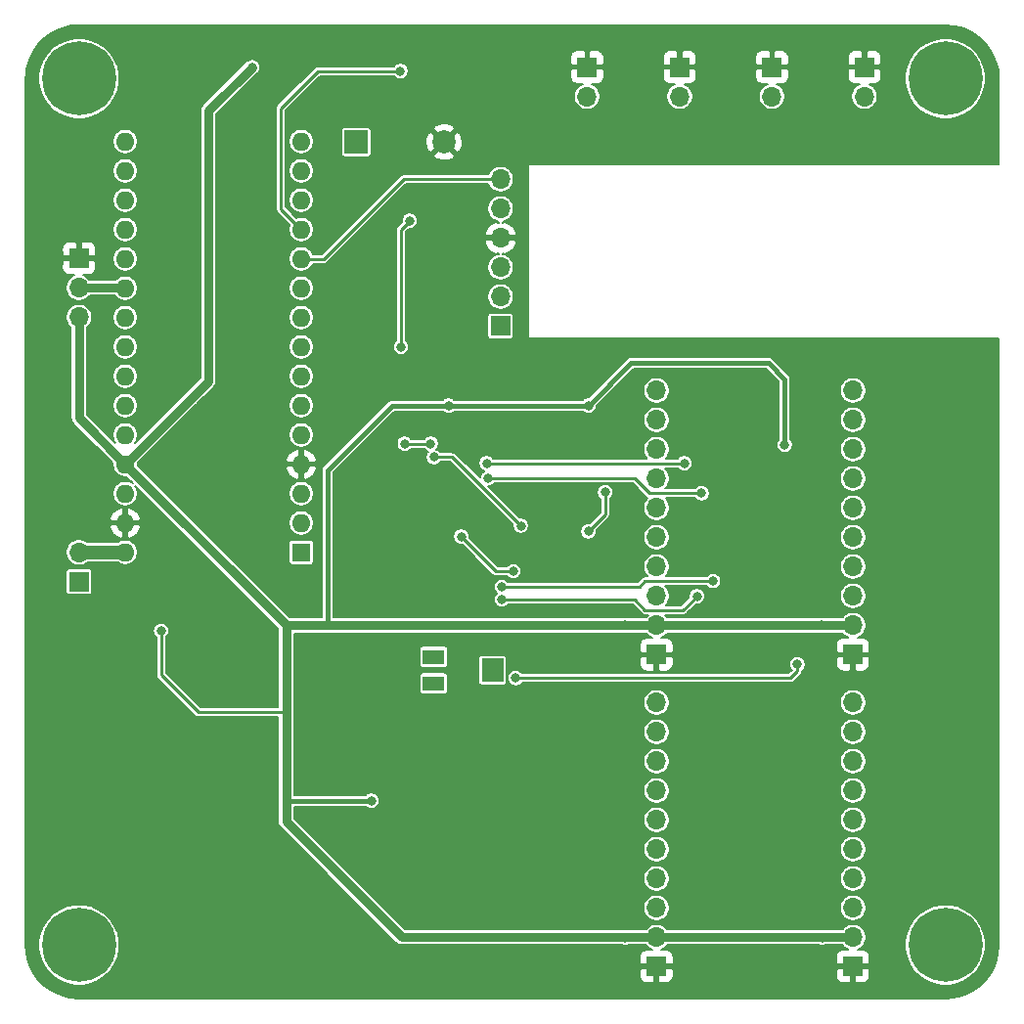
<source format=gbr>
%TF.GenerationSoftware,KiCad,Pcbnew,5.1.6-c6e7f7d~87~ubuntu18.04.1*%
%TF.CreationDate,2020-08-12T00:38:11-03:00*%
%TF.ProjectId,tfMainBoard,74664d61-696e-4426-9f61-72642e6b6963,Rev 1.0.0*%
%TF.SameCoordinates,Original*%
%TF.FileFunction,Copper,L1,Top*%
%TF.FilePolarity,Positive*%
%FSLAX46Y46*%
G04 Gerber Fmt 4.6, Leading zero omitted, Abs format (unit mm)*
G04 Created by KiCad (PCBNEW 5.1.6-c6e7f7d~87~ubuntu18.04.1) date 2020-08-12 00:38:11*
%MOMM*%
%LPD*%
G01*
G04 APERTURE LIST*
%TA.AperFunction,ComponentPad*%
%ADD10C,6.400000*%
%TD*%
%TA.AperFunction,ComponentPad*%
%ADD11C,0.800000*%
%TD*%
%TA.AperFunction,SMDPad,CuDef*%
%ADD12R,1.900000X1.300000*%
%TD*%
%TA.AperFunction,SMDPad,CuDef*%
%ADD13R,1.900000X2.000000*%
%TD*%
%TA.AperFunction,ComponentPad*%
%ADD14R,1.600000X1.600000*%
%TD*%
%TA.AperFunction,ComponentPad*%
%ADD15O,1.600000X1.600000*%
%TD*%
%TA.AperFunction,ComponentPad*%
%ADD16R,2.000000X2.000000*%
%TD*%
%TA.AperFunction,ComponentPad*%
%ADD17C,2.000000*%
%TD*%
%TA.AperFunction,ComponentPad*%
%ADD18O,1.700000X1.700000*%
%TD*%
%TA.AperFunction,ComponentPad*%
%ADD19R,1.700000X1.700000*%
%TD*%
%TA.AperFunction,ViaPad*%
%ADD20C,0.800000*%
%TD*%
%TA.AperFunction,Conductor*%
%ADD21C,0.250000*%
%TD*%
%TA.AperFunction,Conductor*%
%ADD22C,0.800000*%
%TD*%
%TA.AperFunction,Conductor*%
%ADD23C,0.400000*%
%TD*%
%TA.AperFunction,Conductor*%
%ADD24C,1.200000*%
%TD*%
%TA.AperFunction,Conductor*%
%ADD25C,0.200000*%
%TD*%
G04 APERTURE END LIST*
D10*
%TO.P,,1*%
%TO.N,N/C*%
X165000000Y-125000000D03*
D11*
X167400000Y-125000000D03*
X166697056Y-126697056D03*
X165000000Y-127400000D03*
X163302944Y-126697056D03*
X162600000Y-125000000D03*
X163302944Y-123302944D03*
X165000000Y-122600000D03*
X166697056Y-123302944D03*
%TD*%
D10*
%TO.P,,1*%
%TO.N,N/C*%
X90000000Y-125000000D03*
D11*
X92400000Y-125000000D03*
X91697056Y-126697056D03*
X90000000Y-127400000D03*
X88302944Y-126697056D03*
X87600000Y-125000000D03*
X88302944Y-123302944D03*
X90000000Y-122600000D03*
X91697056Y-123302944D03*
%TD*%
D10*
%TO.P,,1*%
%TO.N,N/C*%
X90000000Y-50000000D03*
D11*
X92400000Y-50000000D03*
X91697056Y-51697056D03*
X90000000Y-52400000D03*
X88302944Y-51697056D03*
X87600000Y-50000000D03*
X88302944Y-48302944D03*
X90000000Y-47600000D03*
X91697056Y-48302944D03*
%TD*%
%TO.P,,1*%
%TO.N,N/C*%
X166697056Y-48302944D03*
X165000000Y-47600000D03*
X163302944Y-48302944D03*
X162600000Y-50000000D03*
X163302944Y-51697056D03*
X165000000Y-52400000D03*
X166697056Y-51697056D03*
X167400000Y-50000000D03*
D10*
X165000000Y-50000000D03*
%TD*%
D12*
%TO.P,RV1,1*%
%TO.N,Net-(JP4-Pad2)*%
X120700000Y-100050000D03*
D13*
%TO.P,RV1,2*%
%TO.N,Net-(R5-Pad1)*%
X125800000Y-101200000D03*
D12*
%TO.P,RV1,3*%
%TO.N,Net-(RV1-Pad3)*%
X120700000Y-102350000D03*
%TD*%
D14*
%TO.P,A1,1*%
%TO.N,Net-(A1-Pad1)*%
X109240000Y-91000000D03*
D15*
%TO.P,A1,17*%
%TO.N,Net-(A1-Pad17)*%
X94000000Y-57980000D03*
%TO.P,A1,2*%
%TO.N,Net-(A1-Pad2)*%
X109240000Y-88460000D03*
%TO.P,A1,18*%
%TO.N,Net-(A1-Pad18)*%
X94000000Y-60520000D03*
%TO.P,A1,3*%
%TO.N,Net-(A1-Pad3)*%
X109240000Y-85920000D03*
%TO.P,A1,19*%
%TO.N,RCV_SIG*%
X94000000Y-63060000D03*
%TO.P,A1,4*%
%TO.N,GNDD*%
X109240000Y-83380000D03*
%TO.P,A1,20*%
%TO.N,BAT_MES*%
X94000000Y-65600000D03*
%TO.P,A1,5*%
%TO.N,595_CLK*%
X109240000Y-80840000D03*
%TO.P,A1,21*%
%TO.N,PIR_RCWL*%
X94000000Y-68140000D03*
%TO.P,A1,6*%
%TO.N,595_LATCH*%
X109240000Y-78300000D03*
%TO.P,A1,22*%
%TO.N,Net-(A1-Pad22)*%
X94000000Y-70680000D03*
%TO.P,A1,7*%
%TO.N,595_DATA*%
X109240000Y-75760000D03*
%TO.P,A1,23*%
%TO.N,Net-(A1-Pad23)*%
X94000000Y-73220000D03*
%TO.P,A1,8*%
%TO.N,PERIPH_EN*%
X109240000Y-73220000D03*
%TO.P,A1,24*%
%TO.N,Net-(A1-Pad24)*%
X94000000Y-75760000D03*
%TO.P,A1,9*%
%TO.N,BT_RXD*%
X109240000Y-70680000D03*
%TO.P,A1,25*%
%TO.N,Net-(A1-Pad25)*%
X94000000Y-78300000D03*
%TO.P,A1,10*%
%TO.N,BT_TXD*%
X109240000Y-68140000D03*
%TO.P,A1,26*%
%TO.N,Net-(A1-Pad26)*%
X94000000Y-80840000D03*
%TO.P,A1,11*%
%TO.N,BT_AT*%
X109240000Y-65600000D03*
%TO.P,A1,27*%
%TO.N,5V*%
X94000000Y-83380000D03*
%TO.P,A1,12*%
%TO.N,LEDS_PWM*%
X109240000Y-63060000D03*
%TO.P,A1,28*%
%TO.N,Net-(A1-Pad28)*%
X94000000Y-85920000D03*
%TO.P,A1,13*%
%TO.N,BUZZER*%
X109240000Y-60520000D03*
%TO.P,A1,29*%
%TO.N,GNDD*%
X94000000Y-88460000D03*
%TO.P,A1,14*%
%TO.N,Net-(A1-Pad14)*%
X109240000Y-57980000D03*
%TO.P,A1,30*%
%TO.N,VCC*%
X94000000Y-91000000D03*
%TO.P,A1,15*%
%TO.N,Net-(A1-Pad15)*%
X109240000Y-55440000D03*
%TO.P,A1,16*%
%TO.N,Net-(A1-Pad16)*%
X94000000Y-55440000D03*
%TD*%
D16*
%TO.P,BZ1,1*%
%TO.N,Net-(BZ1-Pad1)*%
X114000000Y-55500000D03*
D17*
%TO.P,BZ1,2*%
%TO.N,GNDD*%
X121600000Y-55500000D03*
%TD*%
D18*
%TO.P,J1,2*%
%TO.N,VCC*%
X90000000Y-91000000D03*
D19*
%TO.P,J1,1*%
%TO.N,GNDPWR*%
X90000000Y-93540000D03*
%TD*%
D18*
%TO.P,J2,10*%
%TO.N,X_EMIT7*%
X140000000Y-104000000D03*
%TO.P,J2,9*%
%TO.N,X_EMIT6*%
X140000000Y-106540000D03*
%TO.P,J2,8*%
%TO.N,X_EMIT5*%
X140000000Y-109080000D03*
%TO.P,J2,7*%
%TO.N,X_EMIT4*%
X140000000Y-111620000D03*
%TO.P,J2,6*%
%TO.N,X_EMIT3*%
X140000000Y-114160000D03*
%TO.P,J2,5*%
%TO.N,X_EMIT2*%
X140000000Y-116700000D03*
%TO.P,J2,4*%
%TO.N,X_EMIT1*%
X140000000Y-119240000D03*
%TO.P,J2,3*%
%TO.N,X_EMIT0*%
X140000000Y-121780000D03*
%TO.P,J2,2*%
%TO.N,5V*%
X140000000Y-124320000D03*
D19*
%TO.P,J2,1*%
%TO.N,GNDD*%
X140000000Y-126860000D03*
%TD*%
D18*
%TO.P,J3,10*%
%TO.N,Y_EMIT7*%
X140000000Y-77000000D03*
%TO.P,J3,9*%
%TO.N,Y_EMIT6*%
X140000000Y-79540000D03*
%TO.P,J3,8*%
%TO.N,Y_EMIT5*%
X140000000Y-82080000D03*
%TO.P,J3,7*%
%TO.N,Y_EMIT4*%
X140000000Y-84620000D03*
%TO.P,J3,6*%
%TO.N,Y_EMIT3*%
X140000000Y-87160000D03*
%TO.P,J3,5*%
%TO.N,Y_EMIT2*%
X140000000Y-89700000D03*
%TO.P,J3,4*%
%TO.N,Y_EMIT1*%
X140000000Y-92240000D03*
%TO.P,J3,3*%
%TO.N,Y_EMIT0*%
X140000000Y-94780000D03*
%TO.P,J3,2*%
%TO.N,5V*%
X140000000Y-97320000D03*
D19*
%TO.P,J3,1*%
%TO.N,GNDD*%
X140000000Y-99860000D03*
%TD*%
%TO.P,J4,1*%
%TO.N,GNDD*%
X157000000Y-126860000D03*
D18*
%TO.P,J4,2*%
%TO.N,5V*%
X157000000Y-124320000D03*
%TO.P,J4,3*%
%TO.N,X_RCV0*%
X157000000Y-121780000D03*
%TO.P,J4,4*%
%TO.N,X_RCV1*%
X157000000Y-119240000D03*
%TO.P,J4,5*%
%TO.N,X_RCV2*%
X157000000Y-116700000D03*
%TO.P,J4,6*%
%TO.N,X_RCV3*%
X157000000Y-114160000D03*
%TO.P,J4,7*%
%TO.N,X_RCV4*%
X157000000Y-111620000D03*
%TO.P,J4,8*%
%TO.N,X_RCV5*%
X157000000Y-109080000D03*
%TO.P,J4,9*%
%TO.N,X_RCV6*%
X157000000Y-106540000D03*
%TO.P,J4,10*%
%TO.N,X_RCV7*%
X157000000Y-104000000D03*
%TD*%
D19*
%TO.P,J5,1*%
%TO.N,GNDD*%
X157000000Y-99860000D03*
D18*
%TO.P,J5,2*%
%TO.N,5V*%
X157000000Y-97320000D03*
%TO.P,J5,3*%
%TO.N,Y_RCV0*%
X157000000Y-94780000D03*
%TO.P,J5,4*%
%TO.N,Y_RCV1*%
X157000000Y-92240000D03*
%TO.P,J5,5*%
%TO.N,Y_RCV2*%
X157000000Y-89700000D03*
%TO.P,J5,6*%
%TO.N,Y_RCV3*%
X157000000Y-87160000D03*
%TO.P,J5,7*%
%TO.N,Y_RCV4*%
X157000000Y-84620000D03*
%TO.P,J5,8*%
%TO.N,Y_RCV5*%
X157000000Y-82080000D03*
%TO.P,J5,9*%
%TO.N,Y_RCV6*%
X157000000Y-79540000D03*
%TO.P,J5,10*%
%TO.N,Y_RCV7*%
X157000000Y-77000000D03*
%TD*%
D19*
%TO.P,J6,1*%
%TO.N,GNDD*%
X90000000Y-65560000D03*
D18*
%TO.P,J6,2*%
%TO.N,PIR_RCWL*%
X90000000Y-68100000D03*
%TO.P,J6,3*%
%TO.N,5V*%
X90000000Y-70640000D03*
%TD*%
D19*
%TO.P,J7,1*%
%TO.N,GNDD*%
X134000000Y-49000000D03*
D18*
%TO.P,J7,2*%
%TO.N,Net-(J7-Pad2)*%
X134000000Y-51540000D03*
%TD*%
%TO.P,J8,2*%
%TO.N,Net-(J8-Pad2)*%
X142000000Y-51540000D03*
D19*
%TO.P,J8,1*%
%TO.N,GNDD*%
X142000000Y-49000000D03*
%TD*%
%TO.P,J9,1*%
%TO.N,Net-(J9-Pad1)*%
X126500000Y-71400000D03*
D18*
%TO.P,J9,2*%
%TO.N,BT_RXD*%
X126500000Y-68860000D03*
%TO.P,J9,3*%
%TO.N,BT_TXD*%
X126500000Y-66320000D03*
%TO.P,J9,4*%
%TO.N,GNDD*%
X126500000Y-63780000D03*
%TO.P,J9,5*%
%TO.N,Net-(J9-Pad5)*%
X126500000Y-61240000D03*
%TO.P,J9,6*%
%TO.N,BT_AT*%
X126500000Y-58700000D03*
%TD*%
D19*
%TO.P,J10,1*%
%TO.N,GNDD*%
X150000000Y-49000000D03*
D18*
%TO.P,J10,2*%
%TO.N,Net-(J10-Pad2)*%
X150000000Y-51540000D03*
%TD*%
D19*
%TO.P,J11,1*%
%TO.N,GNDD*%
X158000000Y-49000000D03*
D18*
%TO.P,J11,2*%
%TO.N,Net-(J11-Pad2)*%
X158000000Y-51540000D03*
%TD*%
D20*
%TO.N,GNDD*%
X119000000Y-121000000D03*
X133000000Y-123000000D03*
X118400000Y-94000000D03*
X115600000Y-91800000D03*
X114800000Y-101100000D03*
X115000000Y-106000000D03*
X118800000Y-114500000D03*
X111000000Y-114000000D03*
X114000000Y-114000000D03*
X119300000Y-109400000D03*
X124900000Y-112000000D03*
X127900000Y-112000000D03*
X127700000Y-105000000D03*
X124900000Y-105000000D03*
X126200000Y-103500000D03*
X123000000Y-100000000D03*
X123000000Y-102100000D03*
X135700000Y-100800000D03*
X135900000Y-102900000D03*
X152200000Y-95600000D03*
X154000000Y-102000000D03*
X160000000Y-76000000D03*
X160000000Y-79000000D03*
X160000000Y-82000000D03*
X160000000Y-85000000D03*
X160000000Y-88000000D03*
X160000000Y-91000000D03*
X160000000Y-94000000D03*
X160000000Y-97000000D03*
X160000000Y-100000000D03*
X160000000Y-103000000D03*
X160000000Y-106000000D03*
X160000000Y-109000000D03*
X160000000Y-112000000D03*
X160000000Y-115000000D03*
X160000000Y-118000000D03*
X160000000Y-121000000D03*
X160000000Y-124000000D03*
X160000000Y-127000000D03*
X144000000Y-99000000D03*
X144000000Y-100700000D03*
X144000000Y-104000000D03*
X144000000Y-107000000D03*
X144000000Y-109900000D03*
X144000000Y-113000000D03*
X144000000Y-116000000D03*
X144000000Y-119000000D03*
X144000000Y-122000000D03*
X147000000Y-122000000D03*
X145000000Y-127000000D03*
X148000000Y-127000000D03*
X151000000Y-127000000D03*
X151700000Y-86000000D03*
X152700000Y-81700000D03*
X152700000Y-80100000D03*
X152000000Y-75000000D03*
X154000000Y-75000000D03*
X137300000Y-98900000D03*
X135700000Y-98900000D03*
X154300000Y-98900000D03*
X152700000Y-98900000D03*
X154300000Y-125900000D03*
X152700000Y-125900000D03*
X137300000Y-125900000D03*
X135700000Y-125900000D03*
X142000000Y-94700000D03*
X147500000Y-86000000D03*
X147500000Y-88750000D03*
X149250000Y-86000000D03*
X149250000Y-88750000D03*
X145750000Y-88750000D03*
X145750000Y-86000000D03*
X144250000Y-76000000D03*
X146250000Y-76000000D03*
X142500000Y-80250000D03*
X144000000Y-81500000D03*
X135660000Y-81690000D03*
X135660000Y-80100000D03*
X142210000Y-84760000D03*
X134500000Y-86500000D03*
X134750000Y-92500000D03*
X126000000Y-91000000D03*
X130500000Y-86000000D03*
X130500000Y-88750000D03*
X115000000Y-66750000D03*
X115000000Y-69500000D03*
X115000000Y-72000000D03*
X115000000Y-74500000D03*
X115000000Y-77250000D03*
X112000000Y-79750000D03*
X111500000Y-82000000D03*
X114250000Y-82750000D03*
X115500000Y-81750000D03*
X91750000Y-60000000D03*
X91750000Y-57500000D03*
X91750000Y-55000000D03*
X91750000Y-62500000D03*
X124250000Y-65000000D03*
X120000000Y-65000000D03*
X122250000Y-65000000D03*
X123750000Y-92750000D03*
X125000000Y-88250000D03*
X114000000Y-87250000D03*
X128250000Y-86000000D03*
X132500000Y-86000000D03*
X132500000Y-88750000D03*
X126750000Y-81500000D03*
X124000000Y-83250000D03*
X128250000Y-77000000D03*
X123250000Y-77000000D03*
X122500000Y-72500000D03*
X115000000Y-60000000D03*
X116500000Y-62500000D03*
X127500000Y-55000000D03*
X125000000Y-52500000D03*
X154000000Y-52500000D03*
X146000000Y-52500000D03*
X138000000Y-52500000D03*
X154000000Y-47500000D03*
X146000000Y-47500000D03*
X138000000Y-47500000D03*
X130000000Y-47500000D03*
X122500000Y-47500000D03*
X121500000Y-53000000D03*
X117750000Y-57250000D03*
X120250000Y-57250000D03*
X123000000Y-57250000D03*
X109500000Y-53250000D03*
X111000000Y-50750000D03*
X115000000Y-57500000D03*
X102500000Y-47500000D03*
X110000000Y-47500000D03*
X106250000Y-51250000D03*
X105000000Y-57500000D03*
X105000000Y-65000000D03*
X106000000Y-72500000D03*
X106000000Y-80000000D03*
X97500000Y-62500000D03*
X100000000Y-62500000D03*
X95000000Y-52500000D03*
X97500000Y-52500000D03*
X100000000Y-52500000D03*
X87500000Y-75000000D03*
X87500000Y-80000000D03*
X100750000Y-92750000D03*
X94750000Y-96000000D03*
X126250000Y-127500000D03*
X132500000Y-127500000D03*
X120000000Y-127500000D03*
X110000000Y-122500000D03*
X105000000Y-112500000D03*
X97500000Y-105000000D03*
X92500000Y-102500000D03*
X87500000Y-100000000D03*
X105000000Y-102500000D03*
X100000000Y-102500000D03*
X115000000Y-98750000D03*
X110000000Y-105000000D03*
X110000000Y-100000000D03*
X113000000Y-93750000D03*
X110000000Y-93750000D03*
X107500000Y-91750000D03*
X106000000Y-86250000D03*
X97500000Y-77500000D03*
X97500000Y-72500000D03*
X98500000Y-67500000D03*
X103750000Y-72500000D03*
X103750000Y-80000000D03*
X110000000Y-96000000D03*
X106000000Y-93500000D03*
X103750000Y-86250000D03*
X102000000Y-97900000D03*
X102000000Y-100000000D03*
X89000000Y-87000000D03*
X91000000Y-87000000D03*
X91000000Y-85000000D03*
X89000000Y-85000000D03*
X89000000Y-83000000D03*
X91000000Y-83000000D03*
X96000000Y-89000000D03*
X96000000Y-88000000D03*
X99000000Y-86000000D03*
X99000000Y-84000000D03*
X99000000Y-82000000D03*
%TO.N,PERIPH_EN*%
X118625000Y-62300000D03*
X118200000Y-81600000D03*
X120450000Y-81600000D03*
X117870000Y-73220000D03*
%TO.N,5V*%
X105000000Y-49000000D03*
X137300000Y-97300000D03*
X154300000Y-97300000D03*
X137300000Y-124350000D03*
X154350000Y-124350000D03*
X122000000Y-78300000D03*
X134100000Y-78300000D03*
X134100000Y-89200000D03*
X135550000Y-85800000D03*
X151100000Y-81700000D03*
X97100000Y-97800000D03*
X115300000Y-112500000D03*
%TO.N,LEDS_PWM*%
X117825000Y-49350000D03*
%TO.N,OP_AMP*%
X152200000Y-100700000D03*
X127800000Y-101900000D03*
%TO.N,Net-(JP4-Pad2)*%
X120700000Y-100050000D03*
%TO.N,Net-(R5-Pad1)*%
X125800000Y-101200000D03*
%TO.N,MUX0_S1*%
X123100000Y-89650000D03*
X127600000Y-92650000D03*
%TO.N,MUX1_S0*%
X126600000Y-94000000D03*
X144900000Y-93500000D03*
%TO.N,MUX1_S1*%
X126600000Y-95100000D03*
X143500000Y-94800000D03*
%TO.N,MUX1_S2*%
X125400000Y-84600000D03*
X143900000Y-85900000D03*
%TO.N,MUX1_S3*%
X125300000Y-83300000D03*
X142400000Y-83300000D03*
%TO.N,MUX0_S0*%
X120730000Y-82770000D03*
X128250000Y-88700000D03*
%TD*%
D21*
%TO.N,PIR_RCWL*%
X93960000Y-68100000D02*
X94000000Y-68140000D01*
D22*
X90000000Y-68100000D02*
X93960000Y-68100000D01*
D21*
%TO.N,PERIPH_EN*%
X120450000Y-81600000D02*
X118200000Y-81600000D01*
X117870000Y-63055000D02*
X118625000Y-62300000D01*
X117870000Y-73220000D02*
X117870000Y-63055000D01*
%TO.N,BT_AT*%
X126500000Y-58700000D02*
X118100000Y-58700000D01*
X111200000Y-65600000D02*
X109240000Y-65600000D01*
X118100000Y-58700000D02*
X111200000Y-65600000D01*
D22*
%TO.N,5V*%
X94000000Y-83380000D02*
X107940000Y-97320000D01*
X140000000Y-97320000D02*
X157000000Y-97320000D01*
D21*
X137320000Y-97320000D02*
X137300000Y-97300000D01*
D22*
X137320000Y-97320000D02*
X140000000Y-97320000D01*
D21*
X137330000Y-124320000D02*
X137300000Y-124350000D01*
X137370000Y-124320000D02*
X137330000Y-124320000D01*
D22*
X137370000Y-124320000D02*
X140000000Y-124320000D01*
X154320000Y-124320000D02*
X157000000Y-124320000D01*
D21*
X154320000Y-124320000D02*
X154350000Y-124350000D01*
D22*
X140000000Y-124320000D02*
X154320000Y-124320000D01*
X111520000Y-97320000D02*
X137320000Y-97320000D01*
X107940000Y-97320000D02*
X111520000Y-97320000D01*
D21*
X134100000Y-89200000D02*
X135550000Y-87750000D01*
X135550000Y-87750000D02*
X135550000Y-85800000D01*
D23*
X151100000Y-76000000D02*
X151100000Y-81700000D01*
X149700000Y-74600000D02*
X151100000Y-76000000D01*
X134100000Y-78300000D02*
X137800000Y-74600000D01*
X137800000Y-74600000D02*
X149700000Y-74600000D01*
X117100000Y-78300000D02*
X134100000Y-78300000D01*
X111520000Y-97320000D02*
X111520000Y-83880000D01*
X111520000Y-83880000D02*
X117100000Y-78300000D01*
D21*
X97100000Y-97800000D02*
X97100000Y-101600000D01*
X97100000Y-101600000D02*
X100360000Y-104860000D01*
X100360000Y-104860000D02*
X107840000Y-104860000D01*
D22*
X107940000Y-97320000D02*
X107940000Y-104960000D01*
D21*
X107840000Y-104860000D02*
X107940000Y-104960000D01*
D22*
X101200000Y-52800000D02*
X105000000Y-49000000D01*
X94000000Y-83380000D02*
X101200000Y-76180000D01*
X101200000Y-76180000D02*
X101200000Y-52800000D01*
X90000000Y-79380000D02*
X94000000Y-83380000D01*
X90000000Y-70640000D02*
X90000000Y-79380000D01*
D23*
X115300000Y-112500000D02*
X107980000Y-112500000D01*
D22*
X107940000Y-104960000D02*
X107940000Y-112540000D01*
D21*
X107980000Y-112500000D02*
X107940000Y-112540000D01*
D22*
X118920000Y-124320000D02*
X137370000Y-124320000D01*
X117920000Y-124320000D02*
X118920000Y-124320000D01*
X107940000Y-112540000D02*
X107940000Y-114340000D01*
X107940000Y-114340000D02*
X117920000Y-124320000D01*
D21*
%TO.N,LEDS_PWM*%
X109240000Y-63060000D02*
X107450000Y-61270000D01*
X107450000Y-61270000D02*
X107450000Y-52600000D01*
X107450000Y-52600000D02*
X110700000Y-49350000D01*
X110700000Y-49350000D02*
X117825000Y-49350000D01*
D24*
%TO.N,VCC*%
X90000000Y-91000000D02*
X94000000Y-91000000D01*
D21*
%TO.N,OP_AMP*%
X151600000Y-101900000D02*
X127800000Y-101900000D01*
X152200000Y-100700000D02*
X152200000Y-101300000D01*
X152200000Y-101300000D02*
X151600000Y-101900000D01*
%TO.N,MUX0_S1*%
X123100000Y-89650000D02*
X126100000Y-92650000D01*
X126100000Y-92650000D02*
X127600000Y-92650000D01*
%TO.N,MUX1_S0*%
X126600000Y-94000000D02*
X138500000Y-94000000D01*
X138500000Y-94000000D02*
X139000000Y-93500000D01*
X139000000Y-93500000D02*
X144900000Y-93500000D01*
%TO.N,MUX1_S1*%
X126600000Y-95100000D02*
X138100000Y-95100000D01*
X138100000Y-95100000D02*
X139000000Y-96000000D01*
X139000000Y-96000000D02*
X142300000Y-96000000D01*
X142300000Y-96000000D02*
X143500000Y-94800000D01*
%TO.N,MUX1_S2*%
X125400000Y-84600000D02*
X138100000Y-84600000D01*
X139400000Y-85900000D02*
X143900000Y-85900000D01*
X138100000Y-84600000D02*
X139400000Y-85900000D01*
%TO.N,MUX1_S3*%
X125300000Y-83300000D02*
X142400000Y-83300000D01*
%TO.N,MUX0_S0*%
X120730000Y-82770000D02*
X122320000Y-82770000D01*
X122320000Y-82770000D02*
X128250000Y-88700000D01*
%TD*%
D25*
%TO.N,GNDD*%
G36*
X165818752Y-45449562D02*
G01*
X166611628Y-45666468D01*
X167353558Y-46020351D01*
X168021098Y-46500027D01*
X168593140Y-47090329D01*
X169051613Y-47772609D01*
X169382016Y-48525289D01*
X169574603Y-49327470D01*
X169625000Y-50013751D01*
X169625000Y-57400000D01*
X129000000Y-57400000D01*
X128980491Y-57401921D01*
X128961732Y-57407612D01*
X128944443Y-57416853D01*
X128929289Y-57429289D01*
X128916853Y-57444443D01*
X128907612Y-57461732D01*
X128901921Y-57480491D01*
X128900000Y-57500000D01*
X128900000Y-72400000D01*
X128901921Y-72419509D01*
X128907612Y-72438268D01*
X128916853Y-72455557D01*
X128929289Y-72470711D01*
X128944443Y-72483147D01*
X128961732Y-72492388D01*
X128980491Y-72498079D01*
X129000000Y-72500000D01*
X169625000Y-72500000D01*
X169625001Y-124983293D01*
X169550438Y-125818752D01*
X169333533Y-126611622D01*
X168979649Y-127353558D01*
X168499973Y-128021098D01*
X167909671Y-128593140D01*
X167227391Y-129051613D01*
X166474714Y-129382015D01*
X165672530Y-129574603D01*
X164986249Y-129625000D01*
X90016696Y-129625000D01*
X89181248Y-129550438D01*
X88388378Y-129333533D01*
X87646442Y-128979649D01*
X86978902Y-128499973D01*
X86406860Y-127909671D01*
X85948387Y-127227391D01*
X85617985Y-126474714D01*
X85425397Y-125672530D01*
X85375000Y-124986249D01*
X85375000Y-124655280D01*
X86500000Y-124655280D01*
X86500000Y-125344720D01*
X86634503Y-126020912D01*
X86898340Y-126657872D01*
X87281372Y-127231120D01*
X87768880Y-127718628D01*
X88342128Y-128101660D01*
X88979088Y-128365497D01*
X89655280Y-128500000D01*
X90344720Y-128500000D01*
X91020912Y-128365497D01*
X91657872Y-128101660D01*
X92231120Y-127718628D01*
X92239748Y-127710000D01*
X138539058Y-127710000D01*
X138550797Y-127829189D01*
X138585563Y-127943797D01*
X138642020Y-128049421D01*
X138717999Y-128142001D01*
X138810579Y-128217980D01*
X138916203Y-128274437D01*
X139030811Y-128309203D01*
X139150000Y-128320942D01*
X139694000Y-128318000D01*
X139846000Y-128166000D01*
X139846000Y-127014000D01*
X140154000Y-127014000D01*
X140154000Y-128166000D01*
X140306000Y-128318000D01*
X140850000Y-128320942D01*
X140969189Y-128309203D01*
X141083797Y-128274437D01*
X141189421Y-128217980D01*
X141282001Y-128142001D01*
X141357980Y-128049421D01*
X141414437Y-127943797D01*
X141449203Y-127829189D01*
X141460942Y-127710000D01*
X155539058Y-127710000D01*
X155550797Y-127829189D01*
X155585563Y-127943797D01*
X155642020Y-128049421D01*
X155717999Y-128142001D01*
X155810579Y-128217980D01*
X155916203Y-128274437D01*
X156030811Y-128309203D01*
X156150000Y-128320942D01*
X156694000Y-128318000D01*
X156846000Y-128166000D01*
X156846000Y-127014000D01*
X157154000Y-127014000D01*
X157154000Y-128166000D01*
X157306000Y-128318000D01*
X157850000Y-128320942D01*
X157969189Y-128309203D01*
X158083797Y-128274437D01*
X158189421Y-128217980D01*
X158282001Y-128142001D01*
X158357980Y-128049421D01*
X158414437Y-127943797D01*
X158449203Y-127829189D01*
X158460942Y-127710000D01*
X158458000Y-127166000D01*
X158306000Y-127014000D01*
X157154000Y-127014000D01*
X156846000Y-127014000D01*
X155694000Y-127014000D01*
X155542000Y-127166000D01*
X155539058Y-127710000D01*
X141460942Y-127710000D01*
X141458000Y-127166000D01*
X141306000Y-127014000D01*
X140154000Y-127014000D01*
X139846000Y-127014000D01*
X138694000Y-127014000D01*
X138542000Y-127166000D01*
X138539058Y-127710000D01*
X92239748Y-127710000D01*
X92718628Y-127231120D01*
X93101660Y-126657872D01*
X93365497Y-126020912D01*
X93500000Y-125344720D01*
X93500000Y-124655280D01*
X93365497Y-123979088D01*
X93101660Y-123342128D01*
X92718628Y-122768880D01*
X92231120Y-122281372D01*
X91657872Y-121898340D01*
X91020912Y-121634503D01*
X90344720Y-121500000D01*
X89655280Y-121500000D01*
X88979088Y-121634503D01*
X88342128Y-121898340D01*
X87768880Y-122281372D01*
X87281372Y-122768880D01*
X86898340Y-123342128D01*
X86634503Y-123979088D01*
X86500000Y-124655280D01*
X85375000Y-124655280D01*
X85375000Y-92690000D01*
X88848549Y-92690000D01*
X88848549Y-94390000D01*
X88854341Y-94448810D01*
X88871496Y-94505360D01*
X88899353Y-94557477D01*
X88936842Y-94603158D01*
X88982523Y-94640647D01*
X89034640Y-94668504D01*
X89091190Y-94685659D01*
X89150000Y-94691451D01*
X90850000Y-94691451D01*
X90908810Y-94685659D01*
X90965360Y-94668504D01*
X91017477Y-94640647D01*
X91063158Y-94603158D01*
X91100647Y-94557477D01*
X91128504Y-94505360D01*
X91145659Y-94448810D01*
X91151451Y-94390000D01*
X91151451Y-92690000D01*
X91145659Y-92631190D01*
X91128504Y-92574640D01*
X91100647Y-92522523D01*
X91063158Y-92476842D01*
X91017477Y-92439353D01*
X90965360Y-92411496D01*
X90908810Y-92394341D01*
X90850000Y-92388549D01*
X89150000Y-92388549D01*
X89091190Y-92394341D01*
X89034640Y-92411496D01*
X88982523Y-92439353D01*
X88936842Y-92476842D01*
X88899353Y-92522523D01*
X88871496Y-92574640D01*
X88854341Y-92631190D01*
X88848549Y-92690000D01*
X85375000Y-92690000D01*
X85375000Y-90886735D01*
X88850000Y-90886735D01*
X88850000Y-91113265D01*
X88894194Y-91335443D01*
X88980884Y-91544729D01*
X89106737Y-91733082D01*
X89266918Y-91893263D01*
X89455271Y-92019116D01*
X89664557Y-92105806D01*
X89886735Y-92150000D01*
X90113265Y-92150000D01*
X90335443Y-92105806D01*
X90544729Y-92019116D01*
X90722999Y-91900000D01*
X93366999Y-91900000D01*
X93478955Y-91974807D01*
X93679142Y-92057727D01*
X93891659Y-92100000D01*
X94108341Y-92100000D01*
X94320858Y-92057727D01*
X94521045Y-91974807D01*
X94701209Y-91854425D01*
X94854425Y-91701209D01*
X94974807Y-91521045D01*
X95057727Y-91320858D01*
X95100000Y-91108341D01*
X95100000Y-90891659D01*
X95057727Y-90679142D01*
X94974807Y-90478955D01*
X94854425Y-90298791D01*
X94701209Y-90145575D01*
X94521045Y-90025193D01*
X94320858Y-89942273D01*
X94108341Y-89900000D01*
X93891659Y-89900000D01*
X93679142Y-89942273D01*
X93478955Y-90025193D01*
X93366999Y-90100000D01*
X90722999Y-90100000D01*
X90544729Y-89980884D01*
X90335443Y-89894194D01*
X90113265Y-89850000D01*
X89886735Y-89850000D01*
X89664557Y-89894194D01*
X89455271Y-89980884D01*
X89266918Y-90106737D01*
X89106737Y-90266918D01*
X88980884Y-90455271D01*
X88894194Y-90664557D01*
X88850000Y-90886735D01*
X85375000Y-90886735D01*
X85375000Y-88831042D01*
X92641769Y-88831042D01*
X92664527Y-88906085D01*
X92777215Y-89158051D01*
X92936894Y-89383192D01*
X93137427Y-89572855D01*
X93371108Y-89719752D01*
X93628957Y-89818237D01*
X93846000Y-89707559D01*
X93846000Y-88614000D01*
X94154000Y-88614000D01*
X94154000Y-89707559D01*
X94371043Y-89818237D01*
X94628892Y-89719752D01*
X94862573Y-89572855D01*
X95063106Y-89383192D01*
X95222785Y-89158051D01*
X95335473Y-88906085D01*
X95358231Y-88831042D01*
X95246523Y-88614000D01*
X94154000Y-88614000D01*
X93846000Y-88614000D01*
X92753477Y-88614000D01*
X92641769Y-88831042D01*
X85375000Y-88831042D01*
X85375000Y-88088958D01*
X92641769Y-88088958D01*
X92753477Y-88306000D01*
X93846000Y-88306000D01*
X93846000Y-87212441D01*
X94154000Y-87212441D01*
X94154000Y-88306000D01*
X95246523Y-88306000D01*
X95358231Y-88088958D01*
X95335473Y-88013915D01*
X95222785Y-87761949D01*
X95063106Y-87536808D01*
X94862573Y-87347145D01*
X94628892Y-87200248D01*
X94371043Y-87101763D01*
X94154000Y-87212441D01*
X93846000Y-87212441D01*
X93628957Y-87101763D01*
X93371108Y-87200248D01*
X93137427Y-87347145D01*
X92936894Y-87536808D01*
X92777215Y-87761949D01*
X92664527Y-88013915D01*
X92641769Y-88088958D01*
X85375000Y-88088958D01*
X85375000Y-70526735D01*
X88850000Y-70526735D01*
X88850000Y-70753265D01*
X88894194Y-70975443D01*
X88980884Y-71184729D01*
X89106737Y-71373082D01*
X89266918Y-71533263D01*
X89300000Y-71555368D01*
X89300001Y-79345603D01*
X89296613Y-79380000D01*
X89310129Y-79517223D01*
X89350155Y-79649174D01*
X89415155Y-79770781D01*
X89480708Y-79850657D01*
X89502631Y-79877370D01*
X89529342Y-79899291D01*
X92900284Y-83270233D01*
X92900000Y-83271659D01*
X92900000Y-83488341D01*
X92942273Y-83700858D01*
X93025193Y-83901045D01*
X93145575Y-84081209D01*
X93298791Y-84234425D01*
X93478955Y-84354807D01*
X93679142Y-84437727D01*
X93891659Y-84480000D01*
X94108341Y-84480000D01*
X94109767Y-84479716D01*
X94684383Y-85054332D01*
X94521045Y-84945193D01*
X94320858Y-84862273D01*
X94108341Y-84820000D01*
X93891659Y-84820000D01*
X93679142Y-84862273D01*
X93478955Y-84945193D01*
X93298791Y-85065575D01*
X93145575Y-85218791D01*
X93025193Y-85398955D01*
X92942273Y-85599142D01*
X92900000Y-85811659D01*
X92900000Y-86028341D01*
X92942273Y-86240858D01*
X93025193Y-86441045D01*
X93145575Y-86621209D01*
X93298791Y-86774425D01*
X93478955Y-86894807D01*
X93679142Y-86977727D01*
X93891659Y-87020000D01*
X94108341Y-87020000D01*
X94320858Y-86977727D01*
X94521045Y-86894807D01*
X94701209Y-86774425D01*
X94854425Y-86621209D01*
X94974807Y-86441045D01*
X95057727Y-86240858D01*
X95100000Y-86028341D01*
X95100000Y-85811659D01*
X95057727Y-85599142D01*
X94974807Y-85398955D01*
X94865668Y-85235617D01*
X107240000Y-97609950D01*
X107240001Y-104435000D01*
X100536041Y-104435000D01*
X97525000Y-101423960D01*
X97525000Y-98357907D01*
X97546224Y-98343726D01*
X97643726Y-98246224D01*
X97720332Y-98131574D01*
X97773099Y-98004182D01*
X97800000Y-97868944D01*
X97800000Y-97731056D01*
X97773099Y-97595818D01*
X97720332Y-97468426D01*
X97643726Y-97353776D01*
X97546224Y-97256274D01*
X97431574Y-97179668D01*
X97304182Y-97126901D01*
X97168944Y-97100000D01*
X97031056Y-97100000D01*
X96895818Y-97126901D01*
X96768426Y-97179668D01*
X96653776Y-97256274D01*
X96556274Y-97353776D01*
X96479668Y-97468426D01*
X96426901Y-97595818D01*
X96400000Y-97731056D01*
X96400000Y-97868944D01*
X96426901Y-98004182D01*
X96479668Y-98131574D01*
X96556274Y-98246224D01*
X96653776Y-98343726D01*
X96675000Y-98357907D01*
X96675001Y-101579123D01*
X96672945Y-101600000D01*
X96681150Y-101683314D01*
X96694420Y-101727056D01*
X96705453Y-101763427D01*
X96744917Y-101837260D01*
X96798027Y-101901974D01*
X96814239Y-101915279D01*
X100044719Y-105145760D01*
X100058026Y-105161974D01*
X100122740Y-105215084D01*
X100196573Y-105254548D01*
X100252383Y-105271478D01*
X100276685Y-105278850D01*
X100285098Y-105279679D01*
X100339126Y-105285000D01*
X100339132Y-105285000D01*
X100359999Y-105287055D01*
X100380866Y-105285000D01*
X107240000Y-105285000D01*
X107240001Y-112505601D01*
X107240000Y-112505611D01*
X107240001Y-114305603D01*
X107236613Y-114340000D01*
X107250129Y-114477223D01*
X107290155Y-114609174D01*
X107355155Y-114730781D01*
X107420708Y-114810657D01*
X107442631Y-114837370D01*
X107469342Y-114859291D01*
X117400704Y-124790653D01*
X117422630Y-124817370D01*
X117529219Y-124904845D01*
X117650825Y-124969845D01*
X117782776Y-125009872D01*
X117885610Y-125020000D01*
X117885612Y-125020000D01*
X117919999Y-125023387D01*
X117954386Y-125020000D01*
X137088336Y-125020000D01*
X137095818Y-125023099D01*
X137231056Y-125050000D01*
X137368944Y-125050000D01*
X137504182Y-125023099D01*
X137511664Y-125020000D01*
X139084632Y-125020000D01*
X139106737Y-125053082D01*
X139266918Y-125213263D01*
X139455271Y-125339116D01*
X139605935Y-125401524D01*
X139150000Y-125399058D01*
X139030811Y-125410797D01*
X138916203Y-125445563D01*
X138810579Y-125502020D01*
X138717999Y-125577999D01*
X138642020Y-125670579D01*
X138585563Y-125776203D01*
X138550797Y-125890811D01*
X138539058Y-126010000D01*
X138542000Y-126554000D01*
X138694000Y-126706000D01*
X139846000Y-126706000D01*
X139846000Y-126686000D01*
X140154000Y-126686000D01*
X140154000Y-126706000D01*
X141306000Y-126706000D01*
X141458000Y-126554000D01*
X141460942Y-126010000D01*
X141449203Y-125890811D01*
X141414437Y-125776203D01*
X141357980Y-125670579D01*
X141282001Y-125577999D01*
X141189421Y-125502020D01*
X141083797Y-125445563D01*
X140969189Y-125410797D01*
X140850000Y-125399058D01*
X140394065Y-125401524D01*
X140544729Y-125339116D01*
X140733082Y-125213263D01*
X140893263Y-125053082D01*
X140915368Y-125020000D01*
X154138336Y-125020000D01*
X154145818Y-125023099D01*
X154281056Y-125050000D01*
X154418944Y-125050000D01*
X154554182Y-125023099D01*
X154561664Y-125020000D01*
X156084632Y-125020000D01*
X156106737Y-125053082D01*
X156266918Y-125213263D01*
X156455271Y-125339116D01*
X156605935Y-125401524D01*
X156150000Y-125399058D01*
X156030811Y-125410797D01*
X155916203Y-125445563D01*
X155810579Y-125502020D01*
X155717999Y-125577999D01*
X155642020Y-125670579D01*
X155585563Y-125776203D01*
X155550797Y-125890811D01*
X155539058Y-126010000D01*
X155542000Y-126554000D01*
X155694000Y-126706000D01*
X156846000Y-126706000D01*
X156846000Y-126686000D01*
X157154000Y-126686000D01*
X157154000Y-126706000D01*
X158306000Y-126706000D01*
X158458000Y-126554000D01*
X158460942Y-126010000D01*
X158449203Y-125890811D01*
X158414437Y-125776203D01*
X158357980Y-125670579D01*
X158282001Y-125577999D01*
X158189421Y-125502020D01*
X158083797Y-125445563D01*
X157969189Y-125410797D01*
X157850000Y-125399058D01*
X157394065Y-125401524D01*
X157544729Y-125339116D01*
X157733082Y-125213263D01*
X157893263Y-125053082D01*
X158019116Y-124864729D01*
X158105806Y-124655443D01*
X158105838Y-124655280D01*
X161500000Y-124655280D01*
X161500000Y-125344720D01*
X161634503Y-126020912D01*
X161898340Y-126657872D01*
X162281372Y-127231120D01*
X162768880Y-127718628D01*
X163342128Y-128101660D01*
X163979088Y-128365497D01*
X164655280Y-128500000D01*
X165344720Y-128500000D01*
X166020912Y-128365497D01*
X166657872Y-128101660D01*
X167231120Y-127718628D01*
X167718628Y-127231120D01*
X168101660Y-126657872D01*
X168365497Y-126020912D01*
X168500000Y-125344720D01*
X168500000Y-124655280D01*
X168365497Y-123979088D01*
X168101660Y-123342128D01*
X167718628Y-122768880D01*
X167231120Y-122281372D01*
X166657872Y-121898340D01*
X166020912Y-121634503D01*
X165344720Y-121500000D01*
X164655280Y-121500000D01*
X163979088Y-121634503D01*
X163342128Y-121898340D01*
X162768880Y-122281372D01*
X162281372Y-122768880D01*
X161898340Y-123342128D01*
X161634503Y-123979088D01*
X161500000Y-124655280D01*
X158105838Y-124655280D01*
X158150000Y-124433265D01*
X158150000Y-124206735D01*
X158105806Y-123984557D01*
X158019116Y-123775271D01*
X157893263Y-123586918D01*
X157733082Y-123426737D01*
X157544729Y-123300884D01*
X157335443Y-123214194D01*
X157113265Y-123170000D01*
X156886735Y-123170000D01*
X156664557Y-123214194D01*
X156455271Y-123300884D01*
X156266918Y-123426737D01*
X156106737Y-123586918D01*
X156084632Y-123620000D01*
X140915368Y-123620000D01*
X140893263Y-123586918D01*
X140733082Y-123426737D01*
X140544729Y-123300884D01*
X140335443Y-123214194D01*
X140113265Y-123170000D01*
X139886735Y-123170000D01*
X139664557Y-123214194D01*
X139455271Y-123300884D01*
X139266918Y-123426737D01*
X139106737Y-123586918D01*
X139084632Y-123620000D01*
X118209949Y-123620000D01*
X116256684Y-121666735D01*
X138850000Y-121666735D01*
X138850000Y-121893265D01*
X138894194Y-122115443D01*
X138980884Y-122324729D01*
X139106737Y-122513082D01*
X139266918Y-122673263D01*
X139455271Y-122799116D01*
X139664557Y-122885806D01*
X139886735Y-122930000D01*
X140113265Y-122930000D01*
X140335443Y-122885806D01*
X140544729Y-122799116D01*
X140733082Y-122673263D01*
X140893263Y-122513082D01*
X141019116Y-122324729D01*
X141105806Y-122115443D01*
X141150000Y-121893265D01*
X141150000Y-121666735D01*
X155850000Y-121666735D01*
X155850000Y-121893265D01*
X155894194Y-122115443D01*
X155980884Y-122324729D01*
X156106737Y-122513082D01*
X156266918Y-122673263D01*
X156455271Y-122799116D01*
X156664557Y-122885806D01*
X156886735Y-122930000D01*
X157113265Y-122930000D01*
X157335443Y-122885806D01*
X157544729Y-122799116D01*
X157733082Y-122673263D01*
X157893263Y-122513082D01*
X158019116Y-122324729D01*
X158105806Y-122115443D01*
X158150000Y-121893265D01*
X158150000Y-121666735D01*
X158105806Y-121444557D01*
X158019116Y-121235271D01*
X157893263Y-121046918D01*
X157733082Y-120886737D01*
X157544729Y-120760884D01*
X157335443Y-120674194D01*
X157113265Y-120630000D01*
X156886735Y-120630000D01*
X156664557Y-120674194D01*
X156455271Y-120760884D01*
X156266918Y-120886737D01*
X156106737Y-121046918D01*
X155980884Y-121235271D01*
X155894194Y-121444557D01*
X155850000Y-121666735D01*
X141150000Y-121666735D01*
X141105806Y-121444557D01*
X141019116Y-121235271D01*
X140893263Y-121046918D01*
X140733082Y-120886737D01*
X140544729Y-120760884D01*
X140335443Y-120674194D01*
X140113265Y-120630000D01*
X139886735Y-120630000D01*
X139664557Y-120674194D01*
X139455271Y-120760884D01*
X139266918Y-120886737D01*
X139106737Y-121046918D01*
X138980884Y-121235271D01*
X138894194Y-121444557D01*
X138850000Y-121666735D01*
X116256684Y-121666735D01*
X113716684Y-119126735D01*
X138850000Y-119126735D01*
X138850000Y-119353265D01*
X138894194Y-119575443D01*
X138980884Y-119784729D01*
X139106737Y-119973082D01*
X139266918Y-120133263D01*
X139455271Y-120259116D01*
X139664557Y-120345806D01*
X139886735Y-120390000D01*
X140113265Y-120390000D01*
X140335443Y-120345806D01*
X140544729Y-120259116D01*
X140733082Y-120133263D01*
X140893263Y-119973082D01*
X141019116Y-119784729D01*
X141105806Y-119575443D01*
X141150000Y-119353265D01*
X141150000Y-119126735D01*
X155850000Y-119126735D01*
X155850000Y-119353265D01*
X155894194Y-119575443D01*
X155980884Y-119784729D01*
X156106737Y-119973082D01*
X156266918Y-120133263D01*
X156455271Y-120259116D01*
X156664557Y-120345806D01*
X156886735Y-120390000D01*
X157113265Y-120390000D01*
X157335443Y-120345806D01*
X157544729Y-120259116D01*
X157733082Y-120133263D01*
X157893263Y-119973082D01*
X158019116Y-119784729D01*
X158105806Y-119575443D01*
X158150000Y-119353265D01*
X158150000Y-119126735D01*
X158105806Y-118904557D01*
X158019116Y-118695271D01*
X157893263Y-118506918D01*
X157733082Y-118346737D01*
X157544729Y-118220884D01*
X157335443Y-118134194D01*
X157113265Y-118090000D01*
X156886735Y-118090000D01*
X156664557Y-118134194D01*
X156455271Y-118220884D01*
X156266918Y-118346737D01*
X156106737Y-118506918D01*
X155980884Y-118695271D01*
X155894194Y-118904557D01*
X155850000Y-119126735D01*
X141150000Y-119126735D01*
X141105806Y-118904557D01*
X141019116Y-118695271D01*
X140893263Y-118506918D01*
X140733082Y-118346737D01*
X140544729Y-118220884D01*
X140335443Y-118134194D01*
X140113265Y-118090000D01*
X139886735Y-118090000D01*
X139664557Y-118134194D01*
X139455271Y-118220884D01*
X139266918Y-118346737D01*
X139106737Y-118506918D01*
X138980884Y-118695271D01*
X138894194Y-118904557D01*
X138850000Y-119126735D01*
X113716684Y-119126735D01*
X111176684Y-116586735D01*
X138850000Y-116586735D01*
X138850000Y-116813265D01*
X138894194Y-117035443D01*
X138980884Y-117244729D01*
X139106737Y-117433082D01*
X139266918Y-117593263D01*
X139455271Y-117719116D01*
X139664557Y-117805806D01*
X139886735Y-117850000D01*
X140113265Y-117850000D01*
X140335443Y-117805806D01*
X140544729Y-117719116D01*
X140733082Y-117593263D01*
X140893263Y-117433082D01*
X141019116Y-117244729D01*
X141105806Y-117035443D01*
X141150000Y-116813265D01*
X141150000Y-116586735D01*
X155850000Y-116586735D01*
X155850000Y-116813265D01*
X155894194Y-117035443D01*
X155980884Y-117244729D01*
X156106737Y-117433082D01*
X156266918Y-117593263D01*
X156455271Y-117719116D01*
X156664557Y-117805806D01*
X156886735Y-117850000D01*
X157113265Y-117850000D01*
X157335443Y-117805806D01*
X157544729Y-117719116D01*
X157733082Y-117593263D01*
X157893263Y-117433082D01*
X158019116Y-117244729D01*
X158105806Y-117035443D01*
X158150000Y-116813265D01*
X158150000Y-116586735D01*
X158105806Y-116364557D01*
X158019116Y-116155271D01*
X157893263Y-115966918D01*
X157733082Y-115806737D01*
X157544729Y-115680884D01*
X157335443Y-115594194D01*
X157113265Y-115550000D01*
X156886735Y-115550000D01*
X156664557Y-115594194D01*
X156455271Y-115680884D01*
X156266918Y-115806737D01*
X156106737Y-115966918D01*
X155980884Y-116155271D01*
X155894194Y-116364557D01*
X155850000Y-116586735D01*
X141150000Y-116586735D01*
X141105806Y-116364557D01*
X141019116Y-116155271D01*
X140893263Y-115966918D01*
X140733082Y-115806737D01*
X140544729Y-115680884D01*
X140335443Y-115594194D01*
X140113265Y-115550000D01*
X139886735Y-115550000D01*
X139664557Y-115594194D01*
X139455271Y-115680884D01*
X139266918Y-115806737D01*
X139106737Y-115966918D01*
X138980884Y-116155271D01*
X138894194Y-116364557D01*
X138850000Y-116586735D01*
X111176684Y-116586735D01*
X108640000Y-114050051D01*
X108640000Y-114046735D01*
X138850000Y-114046735D01*
X138850000Y-114273265D01*
X138894194Y-114495443D01*
X138980884Y-114704729D01*
X139106737Y-114893082D01*
X139266918Y-115053263D01*
X139455271Y-115179116D01*
X139664557Y-115265806D01*
X139886735Y-115310000D01*
X140113265Y-115310000D01*
X140335443Y-115265806D01*
X140544729Y-115179116D01*
X140733082Y-115053263D01*
X140893263Y-114893082D01*
X141019116Y-114704729D01*
X141105806Y-114495443D01*
X141150000Y-114273265D01*
X141150000Y-114046735D01*
X155850000Y-114046735D01*
X155850000Y-114273265D01*
X155894194Y-114495443D01*
X155980884Y-114704729D01*
X156106737Y-114893082D01*
X156266918Y-115053263D01*
X156455271Y-115179116D01*
X156664557Y-115265806D01*
X156886735Y-115310000D01*
X157113265Y-115310000D01*
X157335443Y-115265806D01*
X157544729Y-115179116D01*
X157733082Y-115053263D01*
X157893263Y-114893082D01*
X158019116Y-114704729D01*
X158105806Y-114495443D01*
X158150000Y-114273265D01*
X158150000Y-114046735D01*
X158105806Y-113824557D01*
X158019116Y-113615271D01*
X157893263Y-113426918D01*
X157733082Y-113266737D01*
X157544729Y-113140884D01*
X157335443Y-113054194D01*
X157113265Y-113010000D01*
X156886735Y-113010000D01*
X156664557Y-113054194D01*
X156455271Y-113140884D01*
X156266918Y-113266737D01*
X156106737Y-113426918D01*
X155980884Y-113615271D01*
X155894194Y-113824557D01*
X155850000Y-114046735D01*
X141150000Y-114046735D01*
X141105806Y-113824557D01*
X141019116Y-113615271D01*
X140893263Y-113426918D01*
X140733082Y-113266737D01*
X140544729Y-113140884D01*
X140335443Y-113054194D01*
X140113265Y-113010000D01*
X139886735Y-113010000D01*
X139664557Y-113054194D01*
X139455271Y-113140884D01*
X139266918Y-113266737D01*
X139106737Y-113426918D01*
X138980884Y-113615271D01*
X138894194Y-113824557D01*
X138850000Y-114046735D01*
X108640000Y-114046735D01*
X108640000Y-113000000D01*
X114810050Y-113000000D01*
X114853776Y-113043726D01*
X114968426Y-113120332D01*
X115095818Y-113173099D01*
X115231056Y-113200000D01*
X115368944Y-113200000D01*
X115504182Y-113173099D01*
X115631574Y-113120332D01*
X115746224Y-113043726D01*
X115843726Y-112946224D01*
X115920332Y-112831574D01*
X115973099Y-112704182D01*
X116000000Y-112568944D01*
X116000000Y-112431056D01*
X115973099Y-112295818D01*
X115920332Y-112168426D01*
X115843726Y-112053776D01*
X115746224Y-111956274D01*
X115631574Y-111879668D01*
X115504182Y-111826901D01*
X115368944Y-111800000D01*
X115231056Y-111800000D01*
X115095818Y-111826901D01*
X114968426Y-111879668D01*
X114853776Y-111956274D01*
X114810050Y-112000000D01*
X108640000Y-112000000D01*
X108640000Y-111506735D01*
X138850000Y-111506735D01*
X138850000Y-111733265D01*
X138894194Y-111955443D01*
X138980884Y-112164729D01*
X139106737Y-112353082D01*
X139266918Y-112513263D01*
X139455271Y-112639116D01*
X139664557Y-112725806D01*
X139886735Y-112770000D01*
X140113265Y-112770000D01*
X140335443Y-112725806D01*
X140544729Y-112639116D01*
X140733082Y-112513263D01*
X140893263Y-112353082D01*
X141019116Y-112164729D01*
X141105806Y-111955443D01*
X141150000Y-111733265D01*
X141150000Y-111506735D01*
X155850000Y-111506735D01*
X155850000Y-111733265D01*
X155894194Y-111955443D01*
X155980884Y-112164729D01*
X156106737Y-112353082D01*
X156266918Y-112513263D01*
X156455271Y-112639116D01*
X156664557Y-112725806D01*
X156886735Y-112770000D01*
X157113265Y-112770000D01*
X157335443Y-112725806D01*
X157544729Y-112639116D01*
X157733082Y-112513263D01*
X157893263Y-112353082D01*
X158019116Y-112164729D01*
X158105806Y-111955443D01*
X158150000Y-111733265D01*
X158150000Y-111506735D01*
X158105806Y-111284557D01*
X158019116Y-111075271D01*
X157893263Y-110886918D01*
X157733082Y-110726737D01*
X157544729Y-110600884D01*
X157335443Y-110514194D01*
X157113265Y-110470000D01*
X156886735Y-110470000D01*
X156664557Y-110514194D01*
X156455271Y-110600884D01*
X156266918Y-110726737D01*
X156106737Y-110886918D01*
X155980884Y-111075271D01*
X155894194Y-111284557D01*
X155850000Y-111506735D01*
X141150000Y-111506735D01*
X141105806Y-111284557D01*
X141019116Y-111075271D01*
X140893263Y-110886918D01*
X140733082Y-110726737D01*
X140544729Y-110600884D01*
X140335443Y-110514194D01*
X140113265Y-110470000D01*
X139886735Y-110470000D01*
X139664557Y-110514194D01*
X139455271Y-110600884D01*
X139266918Y-110726737D01*
X139106737Y-110886918D01*
X138980884Y-111075271D01*
X138894194Y-111284557D01*
X138850000Y-111506735D01*
X108640000Y-111506735D01*
X108640000Y-108966735D01*
X138850000Y-108966735D01*
X138850000Y-109193265D01*
X138894194Y-109415443D01*
X138980884Y-109624729D01*
X139106737Y-109813082D01*
X139266918Y-109973263D01*
X139455271Y-110099116D01*
X139664557Y-110185806D01*
X139886735Y-110230000D01*
X140113265Y-110230000D01*
X140335443Y-110185806D01*
X140544729Y-110099116D01*
X140733082Y-109973263D01*
X140893263Y-109813082D01*
X141019116Y-109624729D01*
X141105806Y-109415443D01*
X141150000Y-109193265D01*
X141150000Y-108966735D01*
X155850000Y-108966735D01*
X155850000Y-109193265D01*
X155894194Y-109415443D01*
X155980884Y-109624729D01*
X156106737Y-109813082D01*
X156266918Y-109973263D01*
X156455271Y-110099116D01*
X156664557Y-110185806D01*
X156886735Y-110230000D01*
X157113265Y-110230000D01*
X157335443Y-110185806D01*
X157544729Y-110099116D01*
X157733082Y-109973263D01*
X157893263Y-109813082D01*
X158019116Y-109624729D01*
X158105806Y-109415443D01*
X158150000Y-109193265D01*
X158150000Y-108966735D01*
X158105806Y-108744557D01*
X158019116Y-108535271D01*
X157893263Y-108346918D01*
X157733082Y-108186737D01*
X157544729Y-108060884D01*
X157335443Y-107974194D01*
X157113265Y-107930000D01*
X156886735Y-107930000D01*
X156664557Y-107974194D01*
X156455271Y-108060884D01*
X156266918Y-108186737D01*
X156106737Y-108346918D01*
X155980884Y-108535271D01*
X155894194Y-108744557D01*
X155850000Y-108966735D01*
X141150000Y-108966735D01*
X141105806Y-108744557D01*
X141019116Y-108535271D01*
X140893263Y-108346918D01*
X140733082Y-108186737D01*
X140544729Y-108060884D01*
X140335443Y-107974194D01*
X140113265Y-107930000D01*
X139886735Y-107930000D01*
X139664557Y-107974194D01*
X139455271Y-108060884D01*
X139266918Y-108186737D01*
X139106737Y-108346918D01*
X138980884Y-108535271D01*
X138894194Y-108744557D01*
X138850000Y-108966735D01*
X108640000Y-108966735D01*
X108640000Y-106426735D01*
X138850000Y-106426735D01*
X138850000Y-106653265D01*
X138894194Y-106875443D01*
X138980884Y-107084729D01*
X139106737Y-107273082D01*
X139266918Y-107433263D01*
X139455271Y-107559116D01*
X139664557Y-107645806D01*
X139886735Y-107690000D01*
X140113265Y-107690000D01*
X140335443Y-107645806D01*
X140544729Y-107559116D01*
X140733082Y-107433263D01*
X140893263Y-107273082D01*
X141019116Y-107084729D01*
X141105806Y-106875443D01*
X141150000Y-106653265D01*
X141150000Y-106426735D01*
X155850000Y-106426735D01*
X155850000Y-106653265D01*
X155894194Y-106875443D01*
X155980884Y-107084729D01*
X156106737Y-107273082D01*
X156266918Y-107433263D01*
X156455271Y-107559116D01*
X156664557Y-107645806D01*
X156886735Y-107690000D01*
X157113265Y-107690000D01*
X157335443Y-107645806D01*
X157544729Y-107559116D01*
X157733082Y-107433263D01*
X157893263Y-107273082D01*
X158019116Y-107084729D01*
X158105806Y-106875443D01*
X158150000Y-106653265D01*
X158150000Y-106426735D01*
X158105806Y-106204557D01*
X158019116Y-105995271D01*
X157893263Y-105806918D01*
X157733082Y-105646737D01*
X157544729Y-105520884D01*
X157335443Y-105434194D01*
X157113265Y-105390000D01*
X156886735Y-105390000D01*
X156664557Y-105434194D01*
X156455271Y-105520884D01*
X156266918Y-105646737D01*
X156106737Y-105806918D01*
X155980884Y-105995271D01*
X155894194Y-106204557D01*
X155850000Y-106426735D01*
X141150000Y-106426735D01*
X141105806Y-106204557D01*
X141019116Y-105995271D01*
X140893263Y-105806918D01*
X140733082Y-105646737D01*
X140544729Y-105520884D01*
X140335443Y-105434194D01*
X140113265Y-105390000D01*
X139886735Y-105390000D01*
X139664557Y-105434194D01*
X139455271Y-105520884D01*
X139266918Y-105646737D01*
X139106737Y-105806918D01*
X138980884Y-105995271D01*
X138894194Y-106204557D01*
X138850000Y-106426735D01*
X108640000Y-106426735D01*
X108640000Y-103886735D01*
X138850000Y-103886735D01*
X138850000Y-104113265D01*
X138894194Y-104335443D01*
X138980884Y-104544729D01*
X139106737Y-104733082D01*
X139266918Y-104893263D01*
X139455271Y-105019116D01*
X139664557Y-105105806D01*
X139886735Y-105150000D01*
X140113265Y-105150000D01*
X140335443Y-105105806D01*
X140544729Y-105019116D01*
X140733082Y-104893263D01*
X140893263Y-104733082D01*
X141019116Y-104544729D01*
X141105806Y-104335443D01*
X141150000Y-104113265D01*
X141150000Y-103886735D01*
X155850000Y-103886735D01*
X155850000Y-104113265D01*
X155894194Y-104335443D01*
X155980884Y-104544729D01*
X156106737Y-104733082D01*
X156266918Y-104893263D01*
X156455271Y-105019116D01*
X156664557Y-105105806D01*
X156886735Y-105150000D01*
X157113265Y-105150000D01*
X157335443Y-105105806D01*
X157544729Y-105019116D01*
X157733082Y-104893263D01*
X157893263Y-104733082D01*
X158019116Y-104544729D01*
X158105806Y-104335443D01*
X158150000Y-104113265D01*
X158150000Y-103886735D01*
X158105806Y-103664557D01*
X158019116Y-103455271D01*
X157893263Y-103266918D01*
X157733082Y-103106737D01*
X157544729Y-102980884D01*
X157335443Y-102894194D01*
X157113265Y-102850000D01*
X156886735Y-102850000D01*
X156664557Y-102894194D01*
X156455271Y-102980884D01*
X156266918Y-103106737D01*
X156106737Y-103266918D01*
X155980884Y-103455271D01*
X155894194Y-103664557D01*
X155850000Y-103886735D01*
X141150000Y-103886735D01*
X141105806Y-103664557D01*
X141019116Y-103455271D01*
X140893263Y-103266918D01*
X140733082Y-103106737D01*
X140544729Y-102980884D01*
X140335443Y-102894194D01*
X140113265Y-102850000D01*
X139886735Y-102850000D01*
X139664557Y-102894194D01*
X139455271Y-102980884D01*
X139266918Y-103106737D01*
X139106737Y-103266918D01*
X138980884Y-103455271D01*
X138894194Y-103664557D01*
X138850000Y-103886735D01*
X108640000Y-103886735D01*
X108640000Y-101700000D01*
X119448549Y-101700000D01*
X119448549Y-103000000D01*
X119454341Y-103058810D01*
X119471496Y-103115360D01*
X119499353Y-103167477D01*
X119536842Y-103213158D01*
X119582523Y-103250647D01*
X119634640Y-103278504D01*
X119691190Y-103295659D01*
X119750000Y-103301451D01*
X121650000Y-103301451D01*
X121708810Y-103295659D01*
X121765360Y-103278504D01*
X121817477Y-103250647D01*
X121863158Y-103213158D01*
X121900647Y-103167477D01*
X121928504Y-103115360D01*
X121945659Y-103058810D01*
X121951451Y-103000000D01*
X121951451Y-101700000D01*
X121945659Y-101641190D01*
X121928504Y-101584640D01*
X121900647Y-101532523D01*
X121863158Y-101486842D01*
X121817477Y-101449353D01*
X121765360Y-101421496D01*
X121708810Y-101404341D01*
X121650000Y-101398549D01*
X119750000Y-101398549D01*
X119691190Y-101404341D01*
X119634640Y-101421496D01*
X119582523Y-101449353D01*
X119536842Y-101486842D01*
X119499353Y-101532523D01*
X119471496Y-101584640D01*
X119454341Y-101641190D01*
X119448549Y-101700000D01*
X108640000Y-101700000D01*
X108640000Y-99400000D01*
X119448549Y-99400000D01*
X119448549Y-100700000D01*
X119454341Y-100758810D01*
X119471496Y-100815360D01*
X119499353Y-100867477D01*
X119536842Y-100913158D01*
X119582523Y-100950647D01*
X119634640Y-100978504D01*
X119691190Y-100995659D01*
X119750000Y-101001451D01*
X121650000Y-101001451D01*
X121708810Y-100995659D01*
X121765360Y-100978504D01*
X121817477Y-100950647D01*
X121863158Y-100913158D01*
X121900647Y-100867477D01*
X121928504Y-100815360D01*
X121945659Y-100758810D01*
X121951451Y-100700000D01*
X121951451Y-100200000D01*
X124548549Y-100200000D01*
X124548549Y-102200000D01*
X124554341Y-102258810D01*
X124571496Y-102315360D01*
X124599353Y-102367477D01*
X124636842Y-102413158D01*
X124682523Y-102450647D01*
X124734640Y-102478504D01*
X124791190Y-102495659D01*
X124850000Y-102501451D01*
X126750000Y-102501451D01*
X126808810Y-102495659D01*
X126865360Y-102478504D01*
X126917477Y-102450647D01*
X126963158Y-102413158D01*
X127000647Y-102367477D01*
X127028504Y-102315360D01*
X127045659Y-102258810D01*
X127051451Y-102200000D01*
X127051451Y-101831056D01*
X127100000Y-101831056D01*
X127100000Y-101968944D01*
X127126901Y-102104182D01*
X127179668Y-102231574D01*
X127256274Y-102346224D01*
X127353776Y-102443726D01*
X127468426Y-102520332D01*
X127595818Y-102573099D01*
X127731056Y-102600000D01*
X127868944Y-102600000D01*
X128004182Y-102573099D01*
X128131574Y-102520332D01*
X128246224Y-102443726D01*
X128343726Y-102346224D01*
X128357907Y-102325000D01*
X151579133Y-102325000D01*
X151600000Y-102327055D01*
X151620867Y-102325000D01*
X151620874Y-102325000D01*
X151683314Y-102318850D01*
X151763427Y-102294548D01*
X151837260Y-102255084D01*
X151901974Y-102201974D01*
X151915283Y-102185757D01*
X152485762Y-101615279D01*
X152501974Y-101601974D01*
X152555084Y-101537260D01*
X152594548Y-101463427D01*
X152618850Y-101383314D01*
X152625000Y-101320874D01*
X152625000Y-101320868D01*
X152627055Y-101300001D01*
X152625000Y-101279134D01*
X152625000Y-101257907D01*
X152646224Y-101243726D01*
X152743726Y-101146224D01*
X152820332Y-101031574D01*
X152873099Y-100904182D01*
X152900000Y-100768944D01*
X152900000Y-100710000D01*
X155539058Y-100710000D01*
X155550797Y-100829189D01*
X155585563Y-100943797D01*
X155642020Y-101049421D01*
X155717999Y-101142001D01*
X155810579Y-101217980D01*
X155916203Y-101274437D01*
X156030811Y-101309203D01*
X156150000Y-101320942D01*
X156694000Y-101318000D01*
X156846000Y-101166000D01*
X156846000Y-100014000D01*
X157154000Y-100014000D01*
X157154000Y-101166000D01*
X157306000Y-101318000D01*
X157850000Y-101320942D01*
X157969189Y-101309203D01*
X158083797Y-101274437D01*
X158189421Y-101217980D01*
X158282001Y-101142001D01*
X158357980Y-101049421D01*
X158414437Y-100943797D01*
X158449203Y-100829189D01*
X158460942Y-100710000D01*
X158458000Y-100166000D01*
X158306000Y-100014000D01*
X157154000Y-100014000D01*
X156846000Y-100014000D01*
X155694000Y-100014000D01*
X155542000Y-100166000D01*
X155539058Y-100710000D01*
X152900000Y-100710000D01*
X152900000Y-100631056D01*
X152873099Y-100495818D01*
X152820332Y-100368426D01*
X152743726Y-100253776D01*
X152646224Y-100156274D01*
X152531574Y-100079668D01*
X152404182Y-100026901D01*
X152268944Y-100000000D01*
X152131056Y-100000000D01*
X151995818Y-100026901D01*
X151868426Y-100079668D01*
X151753776Y-100156274D01*
X151656274Y-100253776D01*
X151579668Y-100368426D01*
X151526901Y-100495818D01*
X151500000Y-100631056D01*
X151500000Y-100768944D01*
X151526901Y-100904182D01*
X151579668Y-101031574D01*
X151656274Y-101146224D01*
X151704505Y-101194455D01*
X151423960Y-101475000D01*
X128357907Y-101475000D01*
X128343726Y-101453776D01*
X128246224Y-101356274D01*
X128131574Y-101279668D01*
X128004182Y-101226901D01*
X127868944Y-101200000D01*
X127731056Y-101200000D01*
X127595818Y-101226901D01*
X127468426Y-101279668D01*
X127353776Y-101356274D01*
X127256274Y-101453776D01*
X127179668Y-101568426D01*
X127126901Y-101695818D01*
X127100000Y-101831056D01*
X127051451Y-101831056D01*
X127051451Y-100710000D01*
X138539058Y-100710000D01*
X138550797Y-100829189D01*
X138585563Y-100943797D01*
X138642020Y-101049421D01*
X138717999Y-101142001D01*
X138810579Y-101217980D01*
X138916203Y-101274437D01*
X139030811Y-101309203D01*
X139150000Y-101320942D01*
X139694000Y-101318000D01*
X139846000Y-101166000D01*
X139846000Y-100014000D01*
X140154000Y-100014000D01*
X140154000Y-101166000D01*
X140306000Y-101318000D01*
X140850000Y-101320942D01*
X140969189Y-101309203D01*
X141083797Y-101274437D01*
X141189421Y-101217980D01*
X141282001Y-101142001D01*
X141357980Y-101049421D01*
X141414437Y-100943797D01*
X141449203Y-100829189D01*
X141460942Y-100710000D01*
X141458000Y-100166000D01*
X141306000Y-100014000D01*
X140154000Y-100014000D01*
X139846000Y-100014000D01*
X138694000Y-100014000D01*
X138542000Y-100166000D01*
X138539058Y-100710000D01*
X127051451Y-100710000D01*
X127051451Y-100200000D01*
X127045659Y-100141190D01*
X127028504Y-100084640D01*
X127000647Y-100032523D01*
X126963158Y-99986842D01*
X126917477Y-99949353D01*
X126865360Y-99921496D01*
X126808810Y-99904341D01*
X126750000Y-99898549D01*
X124850000Y-99898549D01*
X124791190Y-99904341D01*
X124734640Y-99921496D01*
X124682523Y-99949353D01*
X124636842Y-99986842D01*
X124599353Y-100032523D01*
X124571496Y-100084640D01*
X124554341Y-100141190D01*
X124548549Y-100200000D01*
X121951451Y-100200000D01*
X121951451Y-99400000D01*
X121945659Y-99341190D01*
X121928504Y-99284640D01*
X121900647Y-99232523D01*
X121863158Y-99186842D01*
X121817477Y-99149353D01*
X121765360Y-99121496D01*
X121708810Y-99104341D01*
X121650000Y-99098549D01*
X119750000Y-99098549D01*
X119691190Y-99104341D01*
X119634640Y-99121496D01*
X119582523Y-99149353D01*
X119536842Y-99186842D01*
X119499353Y-99232523D01*
X119471496Y-99284640D01*
X119454341Y-99341190D01*
X119448549Y-99400000D01*
X108640000Y-99400000D01*
X108640000Y-98020000D01*
X139084632Y-98020000D01*
X139106737Y-98053082D01*
X139266918Y-98213263D01*
X139455271Y-98339116D01*
X139605935Y-98401524D01*
X139150000Y-98399058D01*
X139030811Y-98410797D01*
X138916203Y-98445563D01*
X138810579Y-98502020D01*
X138717999Y-98577999D01*
X138642020Y-98670579D01*
X138585563Y-98776203D01*
X138550797Y-98890811D01*
X138539058Y-99010000D01*
X138542000Y-99554000D01*
X138694000Y-99706000D01*
X139846000Y-99706000D01*
X139846000Y-99686000D01*
X140154000Y-99686000D01*
X140154000Y-99706000D01*
X141306000Y-99706000D01*
X141458000Y-99554000D01*
X141460942Y-99010000D01*
X141449203Y-98890811D01*
X141414437Y-98776203D01*
X141357980Y-98670579D01*
X141282001Y-98577999D01*
X141189421Y-98502020D01*
X141083797Y-98445563D01*
X140969189Y-98410797D01*
X140850000Y-98399058D01*
X140394065Y-98401524D01*
X140544729Y-98339116D01*
X140733082Y-98213263D01*
X140893263Y-98053082D01*
X140915368Y-98020000D01*
X156084632Y-98020000D01*
X156106737Y-98053082D01*
X156266918Y-98213263D01*
X156455271Y-98339116D01*
X156605935Y-98401524D01*
X156150000Y-98399058D01*
X156030811Y-98410797D01*
X155916203Y-98445563D01*
X155810579Y-98502020D01*
X155717999Y-98577999D01*
X155642020Y-98670579D01*
X155585563Y-98776203D01*
X155550797Y-98890811D01*
X155539058Y-99010000D01*
X155542000Y-99554000D01*
X155694000Y-99706000D01*
X156846000Y-99706000D01*
X156846000Y-99686000D01*
X157154000Y-99686000D01*
X157154000Y-99706000D01*
X158306000Y-99706000D01*
X158458000Y-99554000D01*
X158460942Y-99010000D01*
X158449203Y-98890811D01*
X158414437Y-98776203D01*
X158357980Y-98670579D01*
X158282001Y-98577999D01*
X158189421Y-98502020D01*
X158083797Y-98445563D01*
X157969189Y-98410797D01*
X157850000Y-98399058D01*
X157394065Y-98401524D01*
X157544729Y-98339116D01*
X157733082Y-98213263D01*
X157893263Y-98053082D01*
X158019116Y-97864729D01*
X158105806Y-97655443D01*
X158150000Y-97433265D01*
X158150000Y-97206735D01*
X158105806Y-96984557D01*
X158019116Y-96775271D01*
X157893263Y-96586918D01*
X157733082Y-96426737D01*
X157544729Y-96300884D01*
X157335443Y-96214194D01*
X157113265Y-96170000D01*
X156886735Y-96170000D01*
X156664557Y-96214194D01*
X156455271Y-96300884D01*
X156266918Y-96426737D01*
X156106737Y-96586918D01*
X156084632Y-96620000D01*
X154469489Y-96620000D01*
X154368944Y-96600000D01*
X154231056Y-96600000D01*
X154130511Y-96620000D01*
X140915368Y-96620000D01*
X140893263Y-96586918D01*
X140733082Y-96426737D01*
X140730482Y-96425000D01*
X142279133Y-96425000D01*
X142300000Y-96427055D01*
X142320867Y-96425000D01*
X142320874Y-96425000D01*
X142383314Y-96418850D01*
X142463427Y-96394548D01*
X142537260Y-96355084D01*
X142601974Y-96301974D01*
X142615283Y-96285757D01*
X143406021Y-95495020D01*
X143431056Y-95500000D01*
X143568944Y-95500000D01*
X143704182Y-95473099D01*
X143831574Y-95420332D01*
X143946224Y-95343726D01*
X144043726Y-95246224D01*
X144120332Y-95131574D01*
X144173099Y-95004182D01*
X144200000Y-94868944D01*
X144200000Y-94731056D01*
X144187206Y-94666735D01*
X155850000Y-94666735D01*
X155850000Y-94893265D01*
X155894194Y-95115443D01*
X155980884Y-95324729D01*
X156106737Y-95513082D01*
X156266918Y-95673263D01*
X156455271Y-95799116D01*
X156664557Y-95885806D01*
X156886735Y-95930000D01*
X157113265Y-95930000D01*
X157335443Y-95885806D01*
X157544729Y-95799116D01*
X157733082Y-95673263D01*
X157893263Y-95513082D01*
X158019116Y-95324729D01*
X158105806Y-95115443D01*
X158150000Y-94893265D01*
X158150000Y-94666735D01*
X158105806Y-94444557D01*
X158019116Y-94235271D01*
X157893263Y-94046918D01*
X157733082Y-93886737D01*
X157544729Y-93760884D01*
X157335443Y-93674194D01*
X157113265Y-93630000D01*
X156886735Y-93630000D01*
X156664557Y-93674194D01*
X156455271Y-93760884D01*
X156266918Y-93886737D01*
X156106737Y-94046918D01*
X155980884Y-94235271D01*
X155894194Y-94444557D01*
X155850000Y-94666735D01*
X144187206Y-94666735D01*
X144173099Y-94595818D01*
X144120332Y-94468426D01*
X144043726Y-94353776D01*
X143946224Y-94256274D01*
X143831574Y-94179668D01*
X143704182Y-94126901D01*
X143568944Y-94100000D01*
X143431056Y-94100000D01*
X143295818Y-94126901D01*
X143168426Y-94179668D01*
X143053776Y-94256274D01*
X142956274Y-94353776D01*
X142879668Y-94468426D01*
X142826901Y-94595818D01*
X142800000Y-94731056D01*
X142800000Y-94868944D01*
X142804980Y-94893979D01*
X142123960Y-95575000D01*
X140831345Y-95575000D01*
X140893263Y-95513082D01*
X141019116Y-95324729D01*
X141105806Y-95115443D01*
X141150000Y-94893265D01*
X141150000Y-94666735D01*
X141105806Y-94444557D01*
X141019116Y-94235271D01*
X140893263Y-94046918D01*
X140771345Y-93925000D01*
X144342093Y-93925000D01*
X144356274Y-93946224D01*
X144453776Y-94043726D01*
X144568426Y-94120332D01*
X144695818Y-94173099D01*
X144831056Y-94200000D01*
X144968944Y-94200000D01*
X145104182Y-94173099D01*
X145231574Y-94120332D01*
X145346224Y-94043726D01*
X145443726Y-93946224D01*
X145520332Y-93831574D01*
X145573099Y-93704182D01*
X145600000Y-93568944D01*
X145600000Y-93431056D01*
X145573099Y-93295818D01*
X145520332Y-93168426D01*
X145443726Y-93053776D01*
X145346224Y-92956274D01*
X145231574Y-92879668D01*
X145104182Y-92826901D01*
X144968944Y-92800000D01*
X144831056Y-92800000D01*
X144695818Y-92826901D01*
X144568426Y-92879668D01*
X144453776Y-92956274D01*
X144356274Y-93053776D01*
X144342093Y-93075000D01*
X140791345Y-93075000D01*
X140893263Y-92973082D01*
X141019116Y-92784729D01*
X141105806Y-92575443D01*
X141150000Y-92353265D01*
X141150000Y-92126735D01*
X155850000Y-92126735D01*
X155850000Y-92353265D01*
X155894194Y-92575443D01*
X155980884Y-92784729D01*
X156106737Y-92973082D01*
X156266918Y-93133263D01*
X156455271Y-93259116D01*
X156664557Y-93345806D01*
X156886735Y-93390000D01*
X157113265Y-93390000D01*
X157335443Y-93345806D01*
X157544729Y-93259116D01*
X157733082Y-93133263D01*
X157893263Y-92973082D01*
X158019116Y-92784729D01*
X158105806Y-92575443D01*
X158150000Y-92353265D01*
X158150000Y-92126735D01*
X158105806Y-91904557D01*
X158019116Y-91695271D01*
X157893263Y-91506918D01*
X157733082Y-91346737D01*
X157544729Y-91220884D01*
X157335443Y-91134194D01*
X157113265Y-91090000D01*
X156886735Y-91090000D01*
X156664557Y-91134194D01*
X156455271Y-91220884D01*
X156266918Y-91346737D01*
X156106737Y-91506918D01*
X155980884Y-91695271D01*
X155894194Y-91904557D01*
X155850000Y-92126735D01*
X141150000Y-92126735D01*
X141105806Y-91904557D01*
X141019116Y-91695271D01*
X140893263Y-91506918D01*
X140733082Y-91346737D01*
X140544729Y-91220884D01*
X140335443Y-91134194D01*
X140113265Y-91090000D01*
X139886735Y-91090000D01*
X139664557Y-91134194D01*
X139455271Y-91220884D01*
X139266918Y-91346737D01*
X139106737Y-91506918D01*
X138980884Y-91695271D01*
X138894194Y-91904557D01*
X138850000Y-92126735D01*
X138850000Y-92353265D01*
X138894194Y-92575443D01*
X138980884Y-92784729D01*
X139106737Y-92973082D01*
X139208655Y-93075000D01*
X139020867Y-93075000D01*
X139000000Y-93072945D01*
X138979133Y-93075000D01*
X138979126Y-93075000D01*
X138916686Y-93081150D01*
X138836572Y-93105452D01*
X138810855Y-93119199D01*
X138762740Y-93144916D01*
X138698026Y-93198026D01*
X138684721Y-93214238D01*
X138323960Y-93575000D01*
X127157907Y-93575000D01*
X127143726Y-93553776D01*
X127046224Y-93456274D01*
X126931574Y-93379668D01*
X126804182Y-93326901D01*
X126668944Y-93300000D01*
X126531056Y-93300000D01*
X126395818Y-93326901D01*
X126268426Y-93379668D01*
X126153776Y-93456274D01*
X126056274Y-93553776D01*
X125979668Y-93668426D01*
X125926901Y-93795818D01*
X125900000Y-93931056D01*
X125900000Y-94068944D01*
X125926901Y-94204182D01*
X125979668Y-94331574D01*
X126056274Y-94446224D01*
X126153776Y-94543726D01*
X126163166Y-94550000D01*
X126153776Y-94556274D01*
X126056274Y-94653776D01*
X125979668Y-94768426D01*
X125926901Y-94895818D01*
X125900000Y-95031056D01*
X125900000Y-95168944D01*
X125926901Y-95304182D01*
X125979668Y-95431574D01*
X126056274Y-95546224D01*
X126153776Y-95643726D01*
X126268426Y-95720332D01*
X126395818Y-95773099D01*
X126531056Y-95800000D01*
X126668944Y-95800000D01*
X126804182Y-95773099D01*
X126931574Y-95720332D01*
X127046224Y-95643726D01*
X127143726Y-95546224D01*
X127157907Y-95525000D01*
X137923960Y-95525000D01*
X138684721Y-96285762D01*
X138698026Y-96301974D01*
X138762740Y-96355084D01*
X138836573Y-96394548D01*
X138892383Y-96411478D01*
X138916685Y-96418850D01*
X138925098Y-96419679D01*
X138979126Y-96425000D01*
X138979132Y-96425000D01*
X138999999Y-96427055D01*
X139020866Y-96425000D01*
X139269518Y-96425000D01*
X139266918Y-96426737D01*
X139106737Y-96586918D01*
X139084632Y-96620000D01*
X137469489Y-96620000D01*
X137368944Y-96600000D01*
X137231056Y-96600000D01*
X137130511Y-96620000D01*
X112020000Y-96620000D01*
X112020000Y-89581056D01*
X122400000Y-89581056D01*
X122400000Y-89718944D01*
X122426901Y-89854182D01*
X122479668Y-89981574D01*
X122556274Y-90096224D01*
X122653776Y-90193726D01*
X122768426Y-90270332D01*
X122895818Y-90323099D01*
X123031056Y-90350000D01*
X123168944Y-90350000D01*
X123193980Y-90345020D01*
X125784721Y-92935762D01*
X125798026Y-92951974D01*
X125862740Y-93005084D01*
X125910855Y-93030801D01*
X125936572Y-93044548D01*
X126016686Y-93068850D01*
X126079126Y-93075000D01*
X126079133Y-93075000D01*
X126100000Y-93077055D01*
X126120867Y-93075000D01*
X127042093Y-93075000D01*
X127056274Y-93096224D01*
X127153776Y-93193726D01*
X127268426Y-93270332D01*
X127395818Y-93323099D01*
X127531056Y-93350000D01*
X127668944Y-93350000D01*
X127804182Y-93323099D01*
X127931574Y-93270332D01*
X128046224Y-93193726D01*
X128143726Y-93096224D01*
X128220332Y-92981574D01*
X128273099Y-92854182D01*
X128300000Y-92718944D01*
X128300000Y-92581056D01*
X128273099Y-92445818D01*
X128220332Y-92318426D01*
X128143726Y-92203776D01*
X128046224Y-92106274D01*
X127931574Y-92029668D01*
X127804182Y-91976901D01*
X127668944Y-91950000D01*
X127531056Y-91950000D01*
X127395818Y-91976901D01*
X127268426Y-92029668D01*
X127153776Y-92106274D01*
X127056274Y-92203776D01*
X127042093Y-92225000D01*
X126276041Y-92225000D01*
X123795020Y-89743980D01*
X123800000Y-89718944D01*
X123800000Y-89581056D01*
X123773099Y-89445818D01*
X123720332Y-89318426D01*
X123643726Y-89203776D01*
X123546224Y-89106274D01*
X123431574Y-89029668D01*
X123304182Y-88976901D01*
X123168944Y-88950000D01*
X123031056Y-88950000D01*
X122895818Y-88976901D01*
X122768426Y-89029668D01*
X122653776Y-89106274D01*
X122556274Y-89203776D01*
X122479668Y-89318426D01*
X122426901Y-89445818D01*
X122400000Y-89581056D01*
X112020000Y-89581056D01*
X112020000Y-84087105D01*
X114576049Y-81531056D01*
X117500000Y-81531056D01*
X117500000Y-81668944D01*
X117526901Y-81804182D01*
X117579668Y-81931574D01*
X117656274Y-82046224D01*
X117753776Y-82143726D01*
X117868426Y-82220332D01*
X117995818Y-82273099D01*
X118131056Y-82300000D01*
X118268944Y-82300000D01*
X118404182Y-82273099D01*
X118531574Y-82220332D01*
X118646224Y-82143726D01*
X118743726Y-82046224D01*
X118757907Y-82025000D01*
X119892093Y-82025000D01*
X119906274Y-82046224D01*
X120003776Y-82143726D01*
X120118426Y-82220332D01*
X120239548Y-82270502D01*
X120186274Y-82323776D01*
X120109668Y-82438426D01*
X120056901Y-82565818D01*
X120030000Y-82701056D01*
X120030000Y-82838944D01*
X120056901Y-82974182D01*
X120109668Y-83101574D01*
X120186274Y-83216224D01*
X120283776Y-83313726D01*
X120398426Y-83390332D01*
X120525818Y-83443099D01*
X120661056Y-83470000D01*
X120798944Y-83470000D01*
X120934182Y-83443099D01*
X121061574Y-83390332D01*
X121176224Y-83313726D01*
X121273726Y-83216224D01*
X121287907Y-83195000D01*
X122143960Y-83195000D01*
X127554980Y-88606021D01*
X127550000Y-88631056D01*
X127550000Y-88768944D01*
X127576901Y-88904182D01*
X127629668Y-89031574D01*
X127706274Y-89146224D01*
X127803776Y-89243726D01*
X127918426Y-89320332D01*
X128045818Y-89373099D01*
X128181056Y-89400000D01*
X128318944Y-89400000D01*
X128454182Y-89373099D01*
X128581574Y-89320332D01*
X128696224Y-89243726D01*
X128793726Y-89146224D01*
X128803860Y-89131056D01*
X133400000Y-89131056D01*
X133400000Y-89268944D01*
X133426901Y-89404182D01*
X133479668Y-89531574D01*
X133556274Y-89646224D01*
X133653776Y-89743726D01*
X133768426Y-89820332D01*
X133895818Y-89873099D01*
X134031056Y-89900000D01*
X134168944Y-89900000D01*
X134304182Y-89873099D01*
X134431574Y-89820332D01*
X134546224Y-89743726D01*
X134643726Y-89646224D01*
X134683474Y-89586735D01*
X138850000Y-89586735D01*
X138850000Y-89813265D01*
X138894194Y-90035443D01*
X138980884Y-90244729D01*
X139106737Y-90433082D01*
X139266918Y-90593263D01*
X139455271Y-90719116D01*
X139664557Y-90805806D01*
X139886735Y-90850000D01*
X140113265Y-90850000D01*
X140335443Y-90805806D01*
X140544729Y-90719116D01*
X140733082Y-90593263D01*
X140893263Y-90433082D01*
X141019116Y-90244729D01*
X141105806Y-90035443D01*
X141150000Y-89813265D01*
X141150000Y-89586735D01*
X155850000Y-89586735D01*
X155850000Y-89813265D01*
X155894194Y-90035443D01*
X155980884Y-90244729D01*
X156106737Y-90433082D01*
X156266918Y-90593263D01*
X156455271Y-90719116D01*
X156664557Y-90805806D01*
X156886735Y-90850000D01*
X157113265Y-90850000D01*
X157335443Y-90805806D01*
X157544729Y-90719116D01*
X157733082Y-90593263D01*
X157893263Y-90433082D01*
X158019116Y-90244729D01*
X158105806Y-90035443D01*
X158150000Y-89813265D01*
X158150000Y-89586735D01*
X158105806Y-89364557D01*
X158019116Y-89155271D01*
X157893263Y-88966918D01*
X157733082Y-88806737D01*
X157544729Y-88680884D01*
X157335443Y-88594194D01*
X157113265Y-88550000D01*
X156886735Y-88550000D01*
X156664557Y-88594194D01*
X156455271Y-88680884D01*
X156266918Y-88806737D01*
X156106737Y-88966918D01*
X155980884Y-89155271D01*
X155894194Y-89364557D01*
X155850000Y-89586735D01*
X141150000Y-89586735D01*
X141105806Y-89364557D01*
X141019116Y-89155271D01*
X140893263Y-88966918D01*
X140733082Y-88806737D01*
X140544729Y-88680884D01*
X140335443Y-88594194D01*
X140113265Y-88550000D01*
X139886735Y-88550000D01*
X139664557Y-88594194D01*
X139455271Y-88680884D01*
X139266918Y-88806737D01*
X139106737Y-88966918D01*
X138980884Y-89155271D01*
X138894194Y-89364557D01*
X138850000Y-89586735D01*
X134683474Y-89586735D01*
X134720332Y-89531574D01*
X134773099Y-89404182D01*
X134800000Y-89268944D01*
X134800000Y-89131056D01*
X134795020Y-89106020D01*
X135835758Y-88065282D01*
X135851974Y-88051974D01*
X135905084Y-87987260D01*
X135944548Y-87913427D01*
X135968850Y-87833314D01*
X135975000Y-87770874D01*
X135975000Y-87770867D01*
X135977055Y-87750000D01*
X135975000Y-87729133D01*
X135975000Y-86357907D01*
X135996224Y-86343726D01*
X136093726Y-86246224D01*
X136170332Y-86131574D01*
X136223099Y-86004182D01*
X136250000Y-85868944D01*
X136250000Y-85731056D01*
X136223099Y-85595818D01*
X136170332Y-85468426D01*
X136093726Y-85353776D01*
X135996224Y-85256274D01*
X135881574Y-85179668D01*
X135754182Y-85126901D01*
X135618944Y-85100000D01*
X135481056Y-85100000D01*
X135345818Y-85126901D01*
X135218426Y-85179668D01*
X135103776Y-85256274D01*
X135006274Y-85353776D01*
X134929668Y-85468426D01*
X134876901Y-85595818D01*
X134850000Y-85731056D01*
X134850000Y-85868944D01*
X134876901Y-86004182D01*
X134929668Y-86131574D01*
X135006274Y-86246224D01*
X135103776Y-86343726D01*
X135125001Y-86357908D01*
X135125000Y-87573960D01*
X134193980Y-88504980D01*
X134168944Y-88500000D01*
X134031056Y-88500000D01*
X133895818Y-88526901D01*
X133768426Y-88579668D01*
X133653776Y-88656274D01*
X133556274Y-88753776D01*
X133479668Y-88868426D01*
X133426901Y-88995818D01*
X133400000Y-89131056D01*
X128803860Y-89131056D01*
X128870332Y-89031574D01*
X128923099Y-88904182D01*
X128950000Y-88768944D01*
X128950000Y-88631056D01*
X128923099Y-88495818D01*
X128870332Y-88368426D01*
X128793726Y-88253776D01*
X128696224Y-88156274D01*
X128581574Y-88079668D01*
X128454182Y-88026901D01*
X128318944Y-88000000D01*
X128181056Y-88000000D01*
X128156021Y-88004980D01*
X125451040Y-85300000D01*
X125468944Y-85300000D01*
X125604182Y-85273099D01*
X125731574Y-85220332D01*
X125846224Y-85143726D01*
X125943726Y-85046224D01*
X125957907Y-85025000D01*
X137923960Y-85025000D01*
X139084716Y-86185756D01*
X139098026Y-86201974D01*
X139162740Y-86255084D01*
X139236573Y-86294548D01*
X139238517Y-86295138D01*
X139106737Y-86426918D01*
X138980884Y-86615271D01*
X138894194Y-86824557D01*
X138850000Y-87046735D01*
X138850000Y-87273265D01*
X138894194Y-87495443D01*
X138980884Y-87704729D01*
X139106737Y-87893082D01*
X139266918Y-88053263D01*
X139455271Y-88179116D01*
X139664557Y-88265806D01*
X139886735Y-88310000D01*
X140113265Y-88310000D01*
X140335443Y-88265806D01*
X140544729Y-88179116D01*
X140733082Y-88053263D01*
X140893263Y-87893082D01*
X141019116Y-87704729D01*
X141105806Y-87495443D01*
X141150000Y-87273265D01*
X141150000Y-87046735D01*
X155850000Y-87046735D01*
X155850000Y-87273265D01*
X155894194Y-87495443D01*
X155980884Y-87704729D01*
X156106737Y-87893082D01*
X156266918Y-88053263D01*
X156455271Y-88179116D01*
X156664557Y-88265806D01*
X156886735Y-88310000D01*
X157113265Y-88310000D01*
X157335443Y-88265806D01*
X157544729Y-88179116D01*
X157733082Y-88053263D01*
X157893263Y-87893082D01*
X158019116Y-87704729D01*
X158105806Y-87495443D01*
X158150000Y-87273265D01*
X158150000Y-87046735D01*
X158105806Y-86824557D01*
X158019116Y-86615271D01*
X157893263Y-86426918D01*
X157733082Y-86266737D01*
X157544729Y-86140884D01*
X157335443Y-86054194D01*
X157113265Y-86010000D01*
X156886735Y-86010000D01*
X156664557Y-86054194D01*
X156455271Y-86140884D01*
X156266918Y-86266737D01*
X156106737Y-86426918D01*
X155980884Y-86615271D01*
X155894194Y-86824557D01*
X155850000Y-87046735D01*
X141150000Y-87046735D01*
X141105806Y-86824557D01*
X141019116Y-86615271D01*
X140893263Y-86426918D01*
X140791345Y-86325000D01*
X143342093Y-86325000D01*
X143356274Y-86346224D01*
X143453776Y-86443726D01*
X143568426Y-86520332D01*
X143695818Y-86573099D01*
X143831056Y-86600000D01*
X143968944Y-86600000D01*
X144104182Y-86573099D01*
X144231574Y-86520332D01*
X144346224Y-86443726D01*
X144443726Y-86346224D01*
X144520332Y-86231574D01*
X144573099Y-86104182D01*
X144600000Y-85968944D01*
X144600000Y-85831056D01*
X144573099Y-85695818D01*
X144520332Y-85568426D01*
X144443726Y-85453776D01*
X144346224Y-85356274D01*
X144231574Y-85279668D01*
X144104182Y-85226901D01*
X143968944Y-85200000D01*
X143831056Y-85200000D01*
X143695818Y-85226901D01*
X143568426Y-85279668D01*
X143453776Y-85356274D01*
X143356274Y-85453776D01*
X143342093Y-85475000D01*
X140771345Y-85475000D01*
X140893263Y-85353082D01*
X141019116Y-85164729D01*
X141105806Y-84955443D01*
X141150000Y-84733265D01*
X141150000Y-84506735D01*
X155850000Y-84506735D01*
X155850000Y-84733265D01*
X155894194Y-84955443D01*
X155980884Y-85164729D01*
X156106737Y-85353082D01*
X156266918Y-85513263D01*
X156455271Y-85639116D01*
X156664557Y-85725806D01*
X156886735Y-85770000D01*
X157113265Y-85770000D01*
X157335443Y-85725806D01*
X157544729Y-85639116D01*
X157733082Y-85513263D01*
X157893263Y-85353082D01*
X158019116Y-85164729D01*
X158105806Y-84955443D01*
X158150000Y-84733265D01*
X158150000Y-84506735D01*
X158105806Y-84284557D01*
X158019116Y-84075271D01*
X157893263Y-83886918D01*
X157733082Y-83726737D01*
X157544729Y-83600884D01*
X157335443Y-83514194D01*
X157113265Y-83470000D01*
X156886735Y-83470000D01*
X156664557Y-83514194D01*
X156455271Y-83600884D01*
X156266918Y-83726737D01*
X156106737Y-83886918D01*
X155980884Y-84075271D01*
X155894194Y-84284557D01*
X155850000Y-84506735D01*
X141150000Y-84506735D01*
X141105806Y-84284557D01*
X141019116Y-84075271D01*
X140893263Y-83886918D01*
X140733082Y-83726737D01*
X140730482Y-83725000D01*
X141842093Y-83725000D01*
X141856274Y-83746224D01*
X141953776Y-83843726D01*
X142068426Y-83920332D01*
X142195818Y-83973099D01*
X142331056Y-84000000D01*
X142468944Y-84000000D01*
X142604182Y-83973099D01*
X142731574Y-83920332D01*
X142846224Y-83843726D01*
X142943726Y-83746224D01*
X143020332Y-83631574D01*
X143073099Y-83504182D01*
X143100000Y-83368944D01*
X143100000Y-83231056D01*
X143073099Y-83095818D01*
X143020332Y-82968426D01*
X142943726Y-82853776D01*
X142846224Y-82756274D01*
X142731574Y-82679668D01*
X142604182Y-82626901D01*
X142468944Y-82600000D01*
X142331056Y-82600000D01*
X142195818Y-82626901D01*
X142068426Y-82679668D01*
X141953776Y-82756274D01*
X141856274Y-82853776D01*
X141842093Y-82875000D01*
X140831345Y-82875000D01*
X140893263Y-82813082D01*
X141019116Y-82624729D01*
X141105806Y-82415443D01*
X141150000Y-82193265D01*
X141150000Y-81966735D01*
X141105806Y-81744557D01*
X141019116Y-81535271D01*
X140893263Y-81346918D01*
X140733082Y-81186737D01*
X140544729Y-81060884D01*
X140335443Y-80974194D01*
X140113265Y-80930000D01*
X139886735Y-80930000D01*
X139664557Y-80974194D01*
X139455271Y-81060884D01*
X139266918Y-81186737D01*
X139106737Y-81346918D01*
X138980884Y-81535271D01*
X138894194Y-81744557D01*
X138850000Y-81966735D01*
X138850000Y-82193265D01*
X138894194Y-82415443D01*
X138980884Y-82624729D01*
X139106737Y-82813082D01*
X139168655Y-82875000D01*
X125857907Y-82875000D01*
X125843726Y-82853776D01*
X125746224Y-82756274D01*
X125631574Y-82679668D01*
X125504182Y-82626901D01*
X125368944Y-82600000D01*
X125231056Y-82600000D01*
X125095818Y-82626901D01*
X124968426Y-82679668D01*
X124853776Y-82756274D01*
X124756274Y-82853776D01*
X124679668Y-82968426D01*
X124626901Y-83095818D01*
X124600000Y-83231056D01*
X124600000Y-83368944D01*
X124626901Y-83504182D01*
X124679668Y-83631574D01*
X124756274Y-83746224D01*
X124853776Y-83843726D01*
X124968426Y-83920332D01*
X125090052Y-83970710D01*
X125068426Y-83979668D01*
X124953776Y-84056274D01*
X124856274Y-84153776D01*
X124779668Y-84268426D01*
X124726901Y-84395818D01*
X124700000Y-84531056D01*
X124700000Y-84548960D01*
X122635284Y-82484244D01*
X122621974Y-82468026D01*
X122557260Y-82414916D01*
X122483427Y-82375452D01*
X122403314Y-82351150D01*
X122340874Y-82345000D01*
X122340867Y-82345000D01*
X122320000Y-82342945D01*
X122299133Y-82345000D01*
X121287907Y-82345000D01*
X121273726Y-82323776D01*
X121176224Y-82226274D01*
X121061574Y-82149668D01*
X120940452Y-82099498D01*
X120993726Y-82046224D01*
X121070332Y-81931574D01*
X121123099Y-81804182D01*
X121150000Y-81668944D01*
X121150000Y-81531056D01*
X121123099Y-81395818D01*
X121070332Y-81268426D01*
X120993726Y-81153776D01*
X120896224Y-81056274D01*
X120781574Y-80979668D01*
X120654182Y-80926901D01*
X120518944Y-80900000D01*
X120381056Y-80900000D01*
X120245818Y-80926901D01*
X120118426Y-80979668D01*
X120003776Y-81056274D01*
X119906274Y-81153776D01*
X119892093Y-81175000D01*
X118757907Y-81175000D01*
X118743726Y-81153776D01*
X118646224Y-81056274D01*
X118531574Y-80979668D01*
X118404182Y-80926901D01*
X118268944Y-80900000D01*
X118131056Y-80900000D01*
X117995818Y-80926901D01*
X117868426Y-80979668D01*
X117753776Y-81056274D01*
X117656274Y-81153776D01*
X117579668Y-81268426D01*
X117526901Y-81395818D01*
X117500000Y-81531056D01*
X114576049Y-81531056D01*
X116680371Y-79426735D01*
X138850000Y-79426735D01*
X138850000Y-79653265D01*
X138894194Y-79875443D01*
X138980884Y-80084729D01*
X139106737Y-80273082D01*
X139266918Y-80433263D01*
X139455271Y-80559116D01*
X139664557Y-80645806D01*
X139886735Y-80690000D01*
X140113265Y-80690000D01*
X140335443Y-80645806D01*
X140544729Y-80559116D01*
X140733082Y-80433263D01*
X140893263Y-80273082D01*
X141019116Y-80084729D01*
X141105806Y-79875443D01*
X141150000Y-79653265D01*
X141150000Y-79426735D01*
X141105806Y-79204557D01*
X141019116Y-78995271D01*
X140893263Y-78806918D01*
X140733082Y-78646737D01*
X140544729Y-78520884D01*
X140335443Y-78434194D01*
X140113265Y-78390000D01*
X139886735Y-78390000D01*
X139664557Y-78434194D01*
X139455271Y-78520884D01*
X139266918Y-78646737D01*
X139106737Y-78806918D01*
X138980884Y-78995271D01*
X138894194Y-79204557D01*
X138850000Y-79426735D01*
X116680371Y-79426735D01*
X117307107Y-78800000D01*
X121510050Y-78800000D01*
X121553776Y-78843726D01*
X121668426Y-78920332D01*
X121795818Y-78973099D01*
X121931056Y-79000000D01*
X122068944Y-79000000D01*
X122204182Y-78973099D01*
X122331574Y-78920332D01*
X122446224Y-78843726D01*
X122489950Y-78800000D01*
X133610050Y-78800000D01*
X133653776Y-78843726D01*
X133768426Y-78920332D01*
X133895818Y-78973099D01*
X134031056Y-79000000D01*
X134168944Y-79000000D01*
X134304182Y-78973099D01*
X134431574Y-78920332D01*
X134546224Y-78843726D01*
X134643726Y-78746224D01*
X134720332Y-78631574D01*
X134773099Y-78504182D01*
X134800000Y-78368944D01*
X134800000Y-78307105D01*
X136220370Y-76886735D01*
X138850000Y-76886735D01*
X138850000Y-77113265D01*
X138894194Y-77335443D01*
X138980884Y-77544729D01*
X139106737Y-77733082D01*
X139266918Y-77893263D01*
X139455271Y-78019116D01*
X139664557Y-78105806D01*
X139886735Y-78150000D01*
X140113265Y-78150000D01*
X140335443Y-78105806D01*
X140544729Y-78019116D01*
X140733082Y-77893263D01*
X140893263Y-77733082D01*
X141019116Y-77544729D01*
X141105806Y-77335443D01*
X141150000Y-77113265D01*
X141150000Y-76886735D01*
X141105806Y-76664557D01*
X141019116Y-76455271D01*
X140893263Y-76266918D01*
X140733082Y-76106737D01*
X140544729Y-75980884D01*
X140335443Y-75894194D01*
X140113265Y-75850000D01*
X139886735Y-75850000D01*
X139664557Y-75894194D01*
X139455271Y-75980884D01*
X139266918Y-76106737D01*
X139106737Y-76266918D01*
X138980884Y-76455271D01*
X138894194Y-76664557D01*
X138850000Y-76886735D01*
X136220370Y-76886735D01*
X138007106Y-75100000D01*
X149492895Y-75100000D01*
X150600000Y-76207106D01*
X150600001Y-81210049D01*
X150556274Y-81253776D01*
X150479668Y-81368426D01*
X150426901Y-81495818D01*
X150400000Y-81631056D01*
X150400000Y-81768944D01*
X150426901Y-81904182D01*
X150479668Y-82031574D01*
X150556274Y-82146224D01*
X150653776Y-82243726D01*
X150768426Y-82320332D01*
X150895818Y-82373099D01*
X151031056Y-82400000D01*
X151168944Y-82400000D01*
X151304182Y-82373099D01*
X151431574Y-82320332D01*
X151546224Y-82243726D01*
X151643726Y-82146224D01*
X151720332Y-82031574D01*
X151747188Y-81966735D01*
X155850000Y-81966735D01*
X155850000Y-82193265D01*
X155894194Y-82415443D01*
X155980884Y-82624729D01*
X156106737Y-82813082D01*
X156266918Y-82973263D01*
X156455271Y-83099116D01*
X156664557Y-83185806D01*
X156886735Y-83230000D01*
X157113265Y-83230000D01*
X157335443Y-83185806D01*
X157544729Y-83099116D01*
X157733082Y-82973263D01*
X157893263Y-82813082D01*
X158019116Y-82624729D01*
X158105806Y-82415443D01*
X158150000Y-82193265D01*
X158150000Y-81966735D01*
X158105806Y-81744557D01*
X158019116Y-81535271D01*
X157893263Y-81346918D01*
X157733082Y-81186737D01*
X157544729Y-81060884D01*
X157335443Y-80974194D01*
X157113265Y-80930000D01*
X156886735Y-80930000D01*
X156664557Y-80974194D01*
X156455271Y-81060884D01*
X156266918Y-81186737D01*
X156106737Y-81346918D01*
X155980884Y-81535271D01*
X155894194Y-81744557D01*
X155850000Y-81966735D01*
X151747188Y-81966735D01*
X151773099Y-81904182D01*
X151800000Y-81768944D01*
X151800000Y-81631056D01*
X151773099Y-81495818D01*
X151720332Y-81368426D01*
X151643726Y-81253776D01*
X151600000Y-81210050D01*
X151600000Y-79426735D01*
X155850000Y-79426735D01*
X155850000Y-79653265D01*
X155894194Y-79875443D01*
X155980884Y-80084729D01*
X156106737Y-80273082D01*
X156266918Y-80433263D01*
X156455271Y-80559116D01*
X156664557Y-80645806D01*
X156886735Y-80690000D01*
X157113265Y-80690000D01*
X157335443Y-80645806D01*
X157544729Y-80559116D01*
X157733082Y-80433263D01*
X157893263Y-80273082D01*
X158019116Y-80084729D01*
X158105806Y-79875443D01*
X158150000Y-79653265D01*
X158150000Y-79426735D01*
X158105806Y-79204557D01*
X158019116Y-78995271D01*
X157893263Y-78806918D01*
X157733082Y-78646737D01*
X157544729Y-78520884D01*
X157335443Y-78434194D01*
X157113265Y-78390000D01*
X156886735Y-78390000D01*
X156664557Y-78434194D01*
X156455271Y-78520884D01*
X156266918Y-78646737D01*
X156106737Y-78806918D01*
X155980884Y-78995271D01*
X155894194Y-79204557D01*
X155850000Y-79426735D01*
X151600000Y-79426735D01*
X151600000Y-76886735D01*
X155850000Y-76886735D01*
X155850000Y-77113265D01*
X155894194Y-77335443D01*
X155980884Y-77544729D01*
X156106737Y-77733082D01*
X156266918Y-77893263D01*
X156455271Y-78019116D01*
X156664557Y-78105806D01*
X156886735Y-78150000D01*
X157113265Y-78150000D01*
X157335443Y-78105806D01*
X157544729Y-78019116D01*
X157733082Y-77893263D01*
X157893263Y-77733082D01*
X158019116Y-77544729D01*
X158105806Y-77335443D01*
X158150000Y-77113265D01*
X158150000Y-76886735D01*
X158105806Y-76664557D01*
X158019116Y-76455271D01*
X157893263Y-76266918D01*
X157733082Y-76106737D01*
X157544729Y-75980884D01*
X157335443Y-75894194D01*
X157113265Y-75850000D01*
X156886735Y-75850000D01*
X156664557Y-75894194D01*
X156455271Y-75980884D01*
X156266918Y-76106737D01*
X156106737Y-76266918D01*
X155980884Y-76455271D01*
X155894194Y-76664557D01*
X155850000Y-76886735D01*
X151600000Y-76886735D01*
X151600000Y-76024560D01*
X151602419Y-76000000D01*
X151592765Y-75901982D01*
X151564175Y-75807734D01*
X151564175Y-75807733D01*
X151517746Y-75720871D01*
X151455264Y-75644736D01*
X151436181Y-75629075D01*
X150070929Y-74263824D01*
X150055264Y-74244736D01*
X149979129Y-74182254D01*
X149892267Y-74135825D01*
X149798017Y-74107235D01*
X149724560Y-74100000D01*
X149700000Y-74097581D01*
X149675440Y-74100000D01*
X137824557Y-74100000D01*
X137799999Y-74097581D01*
X137775441Y-74100000D01*
X137775440Y-74100000D01*
X137701983Y-74107235D01*
X137607733Y-74135825D01*
X137520871Y-74182254D01*
X137444736Y-74244736D01*
X137429075Y-74263819D01*
X134092895Y-77600000D01*
X134031056Y-77600000D01*
X133895818Y-77626901D01*
X133768426Y-77679668D01*
X133653776Y-77756274D01*
X133610050Y-77800000D01*
X122489950Y-77800000D01*
X122446224Y-77756274D01*
X122331574Y-77679668D01*
X122204182Y-77626901D01*
X122068944Y-77600000D01*
X121931056Y-77600000D01*
X121795818Y-77626901D01*
X121668426Y-77679668D01*
X121553776Y-77756274D01*
X121510050Y-77800000D01*
X117124560Y-77800000D01*
X117100000Y-77797581D01*
X117075440Y-77800000D01*
X117001983Y-77807235D01*
X116907733Y-77835825D01*
X116820871Y-77882254D01*
X116744736Y-77944736D01*
X116729080Y-77963813D01*
X111183819Y-83509076D01*
X111164737Y-83524736D01*
X111102255Y-83600871D01*
X111055826Y-83687733D01*
X111027235Y-83781983D01*
X111017581Y-83880000D01*
X111020001Y-83904570D01*
X111020000Y-96620000D01*
X108229950Y-96620000D01*
X101809950Y-90200000D01*
X108138549Y-90200000D01*
X108138549Y-91800000D01*
X108144341Y-91858810D01*
X108161496Y-91915360D01*
X108189353Y-91967477D01*
X108226842Y-92013158D01*
X108272523Y-92050647D01*
X108324640Y-92078504D01*
X108381190Y-92095659D01*
X108440000Y-92101451D01*
X110040000Y-92101451D01*
X110098810Y-92095659D01*
X110155360Y-92078504D01*
X110207477Y-92050647D01*
X110253158Y-92013158D01*
X110290647Y-91967477D01*
X110318504Y-91915360D01*
X110335659Y-91858810D01*
X110341451Y-91800000D01*
X110341451Y-90200000D01*
X110335659Y-90141190D01*
X110318504Y-90084640D01*
X110290647Y-90032523D01*
X110253158Y-89986842D01*
X110207477Y-89949353D01*
X110155360Y-89921496D01*
X110098810Y-89904341D01*
X110040000Y-89898549D01*
X108440000Y-89898549D01*
X108381190Y-89904341D01*
X108324640Y-89921496D01*
X108272523Y-89949353D01*
X108226842Y-89986842D01*
X108189353Y-90032523D01*
X108161496Y-90084640D01*
X108144341Y-90141190D01*
X108138549Y-90200000D01*
X101809950Y-90200000D01*
X99961609Y-88351659D01*
X108140000Y-88351659D01*
X108140000Y-88568341D01*
X108182273Y-88780858D01*
X108265193Y-88981045D01*
X108385575Y-89161209D01*
X108538791Y-89314425D01*
X108718955Y-89434807D01*
X108919142Y-89517727D01*
X109131659Y-89560000D01*
X109348341Y-89560000D01*
X109560858Y-89517727D01*
X109761045Y-89434807D01*
X109941209Y-89314425D01*
X110094425Y-89161209D01*
X110214807Y-88981045D01*
X110297727Y-88780858D01*
X110340000Y-88568341D01*
X110340000Y-88351659D01*
X110297727Y-88139142D01*
X110214807Y-87938955D01*
X110094425Y-87758791D01*
X109941209Y-87605575D01*
X109761045Y-87485193D01*
X109560858Y-87402273D01*
X109348341Y-87360000D01*
X109131659Y-87360000D01*
X108919142Y-87402273D01*
X108718955Y-87485193D01*
X108538791Y-87605575D01*
X108385575Y-87758791D01*
X108265193Y-87938955D01*
X108182273Y-88139142D01*
X108140000Y-88351659D01*
X99961609Y-88351659D01*
X97421609Y-85811659D01*
X108140000Y-85811659D01*
X108140000Y-86028341D01*
X108182273Y-86240858D01*
X108265193Y-86441045D01*
X108385575Y-86621209D01*
X108538791Y-86774425D01*
X108718955Y-86894807D01*
X108919142Y-86977727D01*
X109131659Y-87020000D01*
X109348341Y-87020000D01*
X109560858Y-86977727D01*
X109761045Y-86894807D01*
X109941209Y-86774425D01*
X110094425Y-86621209D01*
X110214807Y-86441045D01*
X110297727Y-86240858D01*
X110340000Y-86028341D01*
X110340000Y-85811659D01*
X110297727Y-85599142D01*
X110214807Y-85398955D01*
X110094425Y-85218791D01*
X109941209Y-85065575D01*
X109761045Y-84945193D01*
X109560858Y-84862273D01*
X109348341Y-84820000D01*
X109131659Y-84820000D01*
X108919142Y-84862273D01*
X108718955Y-84945193D01*
X108538791Y-85065575D01*
X108385575Y-85218791D01*
X108265193Y-85398955D01*
X108182273Y-85599142D01*
X108140000Y-85811659D01*
X97421609Y-85811659D01*
X95360992Y-83751042D01*
X107881769Y-83751042D01*
X107904527Y-83826085D01*
X108017215Y-84078051D01*
X108176894Y-84303192D01*
X108377427Y-84492855D01*
X108611108Y-84639752D01*
X108868957Y-84738237D01*
X109086000Y-84627559D01*
X109086000Y-83534000D01*
X109394000Y-83534000D01*
X109394000Y-84627559D01*
X109611043Y-84738237D01*
X109868892Y-84639752D01*
X110102573Y-84492855D01*
X110303106Y-84303192D01*
X110462785Y-84078051D01*
X110575473Y-83826085D01*
X110598231Y-83751042D01*
X110486523Y-83534000D01*
X109394000Y-83534000D01*
X109086000Y-83534000D01*
X107993477Y-83534000D01*
X107881769Y-83751042D01*
X95360992Y-83751042D01*
X95099716Y-83489767D01*
X95100000Y-83488341D01*
X95100000Y-83271659D01*
X95099716Y-83270233D01*
X95360991Y-83008958D01*
X107881769Y-83008958D01*
X107993477Y-83226000D01*
X109086000Y-83226000D01*
X109086000Y-82132441D01*
X109394000Y-82132441D01*
X109394000Y-83226000D01*
X110486523Y-83226000D01*
X110598231Y-83008958D01*
X110575473Y-82933915D01*
X110462785Y-82681949D01*
X110303106Y-82456808D01*
X110102573Y-82267145D01*
X109868892Y-82120248D01*
X109611043Y-82021763D01*
X109394000Y-82132441D01*
X109086000Y-82132441D01*
X108868957Y-82021763D01*
X108611108Y-82120248D01*
X108377427Y-82267145D01*
X108176894Y-82456808D01*
X108017215Y-82681949D01*
X107904527Y-82933915D01*
X107881769Y-83008958D01*
X95360991Y-83008958D01*
X97638290Y-80731659D01*
X108140000Y-80731659D01*
X108140000Y-80948341D01*
X108182273Y-81160858D01*
X108265193Y-81361045D01*
X108385575Y-81541209D01*
X108538791Y-81694425D01*
X108718955Y-81814807D01*
X108919142Y-81897727D01*
X109131659Y-81940000D01*
X109348341Y-81940000D01*
X109560858Y-81897727D01*
X109761045Y-81814807D01*
X109941209Y-81694425D01*
X110094425Y-81541209D01*
X110214807Y-81361045D01*
X110297727Y-81160858D01*
X110340000Y-80948341D01*
X110340000Y-80731659D01*
X110297727Y-80519142D01*
X110214807Y-80318955D01*
X110094425Y-80138791D01*
X109941209Y-79985575D01*
X109761045Y-79865193D01*
X109560858Y-79782273D01*
X109348341Y-79740000D01*
X109131659Y-79740000D01*
X108919142Y-79782273D01*
X108718955Y-79865193D01*
X108538791Y-79985575D01*
X108385575Y-80138791D01*
X108265193Y-80318955D01*
X108182273Y-80519142D01*
X108140000Y-80731659D01*
X97638290Y-80731659D01*
X100178290Y-78191659D01*
X108140000Y-78191659D01*
X108140000Y-78408341D01*
X108182273Y-78620858D01*
X108265193Y-78821045D01*
X108385575Y-79001209D01*
X108538791Y-79154425D01*
X108718955Y-79274807D01*
X108919142Y-79357727D01*
X109131659Y-79400000D01*
X109348341Y-79400000D01*
X109560858Y-79357727D01*
X109761045Y-79274807D01*
X109941209Y-79154425D01*
X110094425Y-79001209D01*
X110214807Y-78821045D01*
X110297727Y-78620858D01*
X110340000Y-78408341D01*
X110340000Y-78191659D01*
X110297727Y-77979142D01*
X110214807Y-77778955D01*
X110094425Y-77598791D01*
X109941209Y-77445575D01*
X109761045Y-77325193D01*
X109560858Y-77242273D01*
X109348341Y-77200000D01*
X109131659Y-77200000D01*
X108919142Y-77242273D01*
X108718955Y-77325193D01*
X108538791Y-77445575D01*
X108385575Y-77598791D01*
X108265193Y-77778955D01*
X108182273Y-77979142D01*
X108140000Y-78191659D01*
X100178290Y-78191659D01*
X101670663Y-76699287D01*
X101697369Y-76677370D01*
X101719287Y-76650663D01*
X101719292Y-76650658D01*
X101784845Y-76570781D01*
X101849845Y-76449175D01*
X101889872Y-76317224D01*
X101903387Y-76180000D01*
X101900000Y-76145610D01*
X101900000Y-75651659D01*
X108140000Y-75651659D01*
X108140000Y-75868341D01*
X108182273Y-76080858D01*
X108265193Y-76281045D01*
X108385575Y-76461209D01*
X108538791Y-76614425D01*
X108718955Y-76734807D01*
X108919142Y-76817727D01*
X109131659Y-76860000D01*
X109348341Y-76860000D01*
X109560858Y-76817727D01*
X109761045Y-76734807D01*
X109941209Y-76614425D01*
X110094425Y-76461209D01*
X110214807Y-76281045D01*
X110297727Y-76080858D01*
X110340000Y-75868341D01*
X110340000Y-75651659D01*
X110297727Y-75439142D01*
X110214807Y-75238955D01*
X110094425Y-75058791D01*
X109941209Y-74905575D01*
X109761045Y-74785193D01*
X109560858Y-74702273D01*
X109348341Y-74660000D01*
X109131659Y-74660000D01*
X108919142Y-74702273D01*
X108718955Y-74785193D01*
X108538791Y-74905575D01*
X108385575Y-75058791D01*
X108265193Y-75238955D01*
X108182273Y-75439142D01*
X108140000Y-75651659D01*
X101900000Y-75651659D01*
X101900000Y-73111659D01*
X108140000Y-73111659D01*
X108140000Y-73328341D01*
X108182273Y-73540858D01*
X108265193Y-73741045D01*
X108385575Y-73921209D01*
X108538791Y-74074425D01*
X108718955Y-74194807D01*
X108919142Y-74277727D01*
X109131659Y-74320000D01*
X109348341Y-74320000D01*
X109560858Y-74277727D01*
X109761045Y-74194807D01*
X109941209Y-74074425D01*
X110094425Y-73921209D01*
X110214807Y-73741045D01*
X110297727Y-73540858D01*
X110340000Y-73328341D01*
X110340000Y-73151056D01*
X117170000Y-73151056D01*
X117170000Y-73288944D01*
X117196901Y-73424182D01*
X117249668Y-73551574D01*
X117326274Y-73666224D01*
X117423776Y-73763726D01*
X117538426Y-73840332D01*
X117665818Y-73893099D01*
X117801056Y-73920000D01*
X117938944Y-73920000D01*
X118074182Y-73893099D01*
X118201574Y-73840332D01*
X118316224Y-73763726D01*
X118413726Y-73666224D01*
X118490332Y-73551574D01*
X118543099Y-73424182D01*
X118570000Y-73288944D01*
X118570000Y-73151056D01*
X118543099Y-73015818D01*
X118490332Y-72888426D01*
X118413726Y-72773776D01*
X118316224Y-72676274D01*
X118295000Y-72662093D01*
X118295000Y-70550000D01*
X125348549Y-70550000D01*
X125348549Y-72250000D01*
X125354341Y-72308810D01*
X125371496Y-72365360D01*
X125399353Y-72417477D01*
X125436842Y-72463158D01*
X125482523Y-72500647D01*
X125534640Y-72528504D01*
X125591190Y-72545659D01*
X125650000Y-72551451D01*
X127350000Y-72551451D01*
X127408810Y-72545659D01*
X127465360Y-72528504D01*
X127517477Y-72500647D01*
X127563158Y-72463158D01*
X127600647Y-72417477D01*
X127628504Y-72365360D01*
X127645659Y-72308810D01*
X127651451Y-72250000D01*
X127651451Y-70550000D01*
X127645659Y-70491190D01*
X127628504Y-70434640D01*
X127600647Y-70382523D01*
X127563158Y-70336842D01*
X127517477Y-70299353D01*
X127465360Y-70271496D01*
X127408810Y-70254341D01*
X127350000Y-70248549D01*
X125650000Y-70248549D01*
X125591190Y-70254341D01*
X125534640Y-70271496D01*
X125482523Y-70299353D01*
X125436842Y-70336842D01*
X125399353Y-70382523D01*
X125371496Y-70434640D01*
X125354341Y-70491190D01*
X125348549Y-70550000D01*
X118295000Y-70550000D01*
X118295000Y-68746735D01*
X125350000Y-68746735D01*
X125350000Y-68973265D01*
X125394194Y-69195443D01*
X125480884Y-69404729D01*
X125606737Y-69593082D01*
X125766918Y-69753263D01*
X125955271Y-69879116D01*
X126164557Y-69965806D01*
X126386735Y-70010000D01*
X126613265Y-70010000D01*
X126835443Y-69965806D01*
X127044729Y-69879116D01*
X127233082Y-69753263D01*
X127393263Y-69593082D01*
X127519116Y-69404729D01*
X127605806Y-69195443D01*
X127650000Y-68973265D01*
X127650000Y-68746735D01*
X127605806Y-68524557D01*
X127519116Y-68315271D01*
X127393263Y-68126918D01*
X127233082Y-67966737D01*
X127044729Y-67840884D01*
X126835443Y-67754194D01*
X126613265Y-67710000D01*
X126386735Y-67710000D01*
X126164557Y-67754194D01*
X125955271Y-67840884D01*
X125766918Y-67966737D01*
X125606737Y-68126918D01*
X125480884Y-68315271D01*
X125394194Y-68524557D01*
X125350000Y-68746735D01*
X118295000Y-68746735D01*
X118295000Y-64158910D01*
X125092097Y-64158910D01*
X125118854Y-64247139D01*
X125236527Y-64507611D01*
X125402754Y-64740122D01*
X125611148Y-64935736D01*
X125853700Y-65086935D01*
X126121089Y-65187909D01*
X126345998Y-65077851D01*
X126345998Y-65178103D01*
X126164557Y-65214194D01*
X125955271Y-65300884D01*
X125766918Y-65426737D01*
X125606737Y-65586918D01*
X125480884Y-65775271D01*
X125394194Y-65984557D01*
X125350000Y-66206735D01*
X125350000Y-66433265D01*
X125394194Y-66655443D01*
X125480884Y-66864729D01*
X125606737Y-67053082D01*
X125766918Y-67213263D01*
X125955271Y-67339116D01*
X126164557Y-67425806D01*
X126386735Y-67470000D01*
X126613265Y-67470000D01*
X126835443Y-67425806D01*
X127044729Y-67339116D01*
X127233082Y-67213263D01*
X127393263Y-67053082D01*
X127519116Y-66864729D01*
X127605806Y-66655443D01*
X127650000Y-66433265D01*
X127650000Y-66206735D01*
X127605806Y-65984557D01*
X127519116Y-65775271D01*
X127393263Y-65586918D01*
X127233082Y-65426737D01*
X127044729Y-65300884D01*
X126835443Y-65214194D01*
X126654002Y-65178103D01*
X126654002Y-65077851D01*
X126878911Y-65187909D01*
X127146300Y-65086935D01*
X127388852Y-64935736D01*
X127597246Y-64740122D01*
X127763473Y-64507611D01*
X127881146Y-64247139D01*
X127907903Y-64158910D01*
X127796889Y-63934000D01*
X126654000Y-63934000D01*
X126654000Y-63954000D01*
X126346000Y-63954000D01*
X126346000Y-63934000D01*
X125203111Y-63934000D01*
X125092097Y-64158910D01*
X118295000Y-64158910D01*
X118295000Y-63401090D01*
X125092097Y-63401090D01*
X125203111Y-63626000D01*
X126346000Y-63626000D01*
X126346000Y-63606000D01*
X126654000Y-63606000D01*
X126654000Y-63626000D01*
X127796889Y-63626000D01*
X127907903Y-63401090D01*
X127881146Y-63312861D01*
X127763473Y-63052389D01*
X127597246Y-62819878D01*
X127388852Y-62624264D01*
X127146300Y-62473065D01*
X126878911Y-62372091D01*
X126654002Y-62482149D01*
X126654002Y-62381897D01*
X126835443Y-62345806D01*
X127044729Y-62259116D01*
X127233082Y-62133263D01*
X127393263Y-61973082D01*
X127519116Y-61784729D01*
X127605806Y-61575443D01*
X127650000Y-61353265D01*
X127650000Y-61126735D01*
X127605806Y-60904557D01*
X127519116Y-60695271D01*
X127393263Y-60506918D01*
X127233082Y-60346737D01*
X127044729Y-60220884D01*
X126835443Y-60134194D01*
X126613265Y-60090000D01*
X126386735Y-60090000D01*
X126164557Y-60134194D01*
X125955271Y-60220884D01*
X125766918Y-60346737D01*
X125606737Y-60506918D01*
X125480884Y-60695271D01*
X125394194Y-60904557D01*
X125350000Y-61126735D01*
X125350000Y-61353265D01*
X125394194Y-61575443D01*
X125480884Y-61784729D01*
X125606737Y-61973082D01*
X125766918Y-62133263D01*
X125955271Y-62259116D01*
X126164557Y-62345806D01*
X126345998Y-62381897D01*
X126345998Y-62482149D01*
X126121089Y-62372091D01*
X125853700Y-62473065D01*
X125611148Y-62624264D01*
X125402754Y-62819878D01*
X125236527Y-63052389D01*
X125118854Y-63312861D01*
X125092097Y-63401090D01*
X118295000Y-63401090D01*
X118295000Y-63231040D01*
X118531020Y-62995020D01*
X118556056Y-63000000D01*
X118693944Y-63000000D01*
X118829182Y-62973099D01*
X118956574Y-62920332D01*
X119071224Y-62843726D01*
X119168726Y-62746224D01*
X119245332Y-62631574D01*
X119298099Y-62504182D01*
X119325000Y-62368944D01*
X119325000Y-62231056D01*
X119298099Y-62095818D01*
X119245332Y-61968426D01*
X119168726Y-61853776D01*
X119071224Y-61756274D01*
X118956574Y-61679668D01*
X118829182Y-61626901D01*
X118693944Y-61600000D01*
X118556056Y-61600000D01*
X118420818Y-61626901D01*
X118293426Y-61679668D01*
X118178776Y-61756274D01*
X118081274Y-61853776D01*
X118004668Y-61968426D01*
X117951901Y-62095818D01*
X117925000Y-62231056D01*
X117925000Y-62368944D01*
X117929980Y-62393980D01*
X117584239Y-62739721D01*
X117568027Y-62753026D01*
X117514917Y-62817740D01*
X117475453Y-62891573D01*
X117451150Y-62971686D01*
X117442945Y-63055000D01*
X117445001Y-63075877D01*
X117445000Y-72662093D01*
X117423776Y-72676274D01*
X117326274Y-72773776D01*
X117249668Y-72888426D01*
X117196901Y-73015818D01*
X117170000Y-73151056D01*
X110340000Y-73151056D01*
X110340000Y-73111659D01*
X110297727Y-72899142D01*
X110214807Y-72698955D01*
X110094425Y-72518791D01*
X109941209Y-72365575D01*
X109761045Y-72245193D01*
X109560858Y-72162273D01*
X109348341Y-72120000D01*
X109131659Y-72120000D01*
X108919142Y-72162273D01*
X108718955Y-72245193D01*
X108538791Y-72365575D01*
X108385575Y-72518791D01*
X108265193Y-72698955D01*
X108182273Y-72899142D01*
X108140000Y-73111659D01*
X101900000Y-73111659D01*
X101900000Y-70571659D01*
X108140000Y-70571659D01*
X108140000Y-70788341D01*
X108182273Y-71000858D01*
X108265193Y-71201045D01*
X108385575Y-71381209D01*
X108538791Y-71534425D01*
X108718955Y-71654807D01*
X108919142Y-71737727D01*
X109131659Y-71780000D01*
X109348341Y-71780000D01*
X109560858Y-71737727D01*
X109761045Y-71654807D01*
X109941209Y-71534425D01*
X110094425Y-71381209D01*
X110214807Y-71201045D01*
X110297727Y-71000858D01*
X110340000Y-70788341D01*
X110340000Y-70571659D01*
X110297727Y-70359142D01*
X110214807Y-70158955D01*
X110094425Y-69978791D01*
X109941209Y-69825575D01*
X109761045Y-69705193D01*
X109560858Y-69622273D01*
X109348341Y-69580000D01*
X109131659Y-69580000D01*
X108919142Y-69622273D01*
X108718955Y-69705193D01*
X108538791Y-69825575D01*
X108385575Y-69978791D01*
X108265193Y-70158955D01*
X108182273Y-70359142D01*
X108140000Y-70571659D01*
X101900000Y-70571659D01*
X101900000Y-68031659D01*
X108140000Y-68031659D01*
X108140000Y-68248341D01*
X108182273Y-68460858D01*
X108265193Y-68661045D01*
X108385575Y-68841209D01*
X108538791Y-68994425D01*
X108718955Y-69114807D01*
X108919142Y-69197727D01*
X109131659Y-69240000D01*
X109348341Y-69240000D01*
X109560858Y-69197727D01*
X109761045Y-69114807D01*
X109941209Y-68994425D01*
X110094425Y-68841209D01*
X110214807Y-68661045D01*
X110297727Y-68460858D01*
X110340000Y-68248341D01*
X110340000Y-68031659D01*
X110297727Y-67819142D01*
X110214807Y-67618955D01*
X110094425Y-67438791D01*
X109941209Y-67285575D01*
X109761045Y-67165193D01*
X109560858Y-67082273D01*
X109348341Y-67040000D01*
X109131659Y-67040000D01*
X108919142Y-67082273D01*
X108718955Y-67165193D01*
X108538791Y-67285575D01*
X108385575Y-67438791D01*
X108265193Y-67618955D01*
X108182273Y-67819142D01*
X108140000Y-68031659D01*
X101900000Y-68031659D01*
X101900000Y-65491659D01*
X108140000Y-65491659D01*
X108140000Y-65708341D01*
X108182273Y-65920858D01*
X108265193Y-66121045D01*
X108385575Y-66301209D01*
X108538791Y-66454425D01*
X108718955Y-66574807D01*
X108919142Y-66657727D01*
X109131659Y-66700000D01*
X109348341Y-66700000D01*
X109560858Y-66657727D01*
X109761045Y-66574807D01*
X109941209Y-66454425D01*
X110094425Y-66301209D01*
X110214807Y-66121045D01*
X110254590Y-66025000D01*
X111179133Y-66025000D01*
X111200000Y-66027055D01*
X111220867Y-66025000D01*
X111220874Y-66025000D01*
X111283314Y-66018850D01*
X111363427Y-65994548D01*
X111437260Y-65955084D01*
X111501974Y-65901974D01*
X111515284Y-65885756D01*
X118276040Y-59125000D01*
X125431290Y-59125000D01*
X125480884Y-59244729D01*
X125606737Y-59433082D01*
X125766918Y-59593263D01*
X125955271Y-59719116D01*
X126164557Y-59805806D01*
X126386735Y-59850000D01*
X126613265Y-59850000D01*
X126835443Y-59805806D01*
X127044729Y-59719116D01*
X127233082Y-59593263D01*
X127393263Y-59433082D01*
X127519116Y-59244729D01*
X127605806Y-59035443D01*
X127650000Y-58813265D01*
X127650000Y-58586735D01*
X127605806Y-58364557D01*
X127519116Y-58155271D01*
X127393263Y-57966918D01*
X127233082Y-57806737D01*
X127044729Y-57680884D01*
X126835443Y-57594194D01*
X126613265Y-57550000D01*
X126386735Y-57550000D01*
X126164557Y-57594194D01*
X125955271Y-57680884D01*
X125766918Y-57806737D01*
X125606737Y-57966918D01*
X125480884Y-58155271D01*
X125431290Y-58275000D01*
X118120874Y-58275000D01*
X118100000Y-58272944D01*
X118079126Y-58275000D01*
X118016686Y-58281150D01*
X117936573Y-58305452D01*
X117862740Y-58344916D01*
X117798026Y-58398026D01*
X117784716Y-58414244D01*
X111023960Y-65175000D01*
X110254590Y-65175000D01*
X110214807Y-65078955D01*
X110094425Y-64898791D01*
X109941209Y-64745575D01*
X109761045Y-64625193D01*
X109560858Y-64542273D01*
X109348341Y-64500000D01*
X109131659Y-64500000D01*
X108919142Y-64542273D01*
X108718955Y-64625193D01*
X108538791Y-64745575D01*
X108385575Y-64898791D01*
X108265193Y-65078955D01*
X108182273Y-65279142D01*
X108140000Y-65491659D01*
X101900000Y-65491659D01*
X101900000Y-53089949D01*
X102389949Y-52600000D01*
X107022945Y-52600000D01*
X107025001Y-52620877D01*
X107025000Y-61249133D01*
X107022945Y-61270000D01*
X107025000Y-61290867D01*
X107025000Y-61290873D01*
X107031150Y-61353313D01*
X107055452Y-61433426D01*
X107094916Y-61507259D01*
X107148026Y-61571974D01*
X107164243Y-61585283D01*
X108222056Y-62643097D01*
X108182273Y-62739142D01*
X108140000Y-62951659D01*
X108140000Y-63168341D01*
X108182273Y-63380858D01*
X108265193Y-63581045D01*
X108385575Y-63761209D01*
X108538791Y-63914425D01*
X108718955Y-64034807D01*
X108919142Y-64117727D01*
X109131659Y-64160000D01*
X109348341Y-64160000D01*
X109560858Y-64117727D01*
X109761045Y-64034807D01*
X109941209Y-63914425D01*
X110094425Y-63761209D01*
X110214807Y-63581045D01*
X110297727Y-63380858D01*
X110340000Y-63168341D01*
X110340000Y-62951659D01*
X110297727Y-62739142D01*
X110214807Y-62538955D01*
X110094425Y-62358791D01*
X109941209Y-62205575D01*
X109761045Y-62085193D01*
X109560858Y-62002273D01*
X109348341Y-61960000D01*
X109131659Y-61960000D01*
X108919142Y-62002273D01*
X108823097Y-62042056D01*
X107875000Y-61093960D01*
X107875000Y-60411659D01*
X108140000Y-60411659D01*
X108140000Y-60628341D01*
X108182273Y-60840858D01*
X108265193Y-61041045D01*
X108385575Y-61221209D01*
X108538791Y-61374425D01*
X108718955Y-61494807D01*
X108919142Y-61577727D01*
X109131659Y-61620000D01*
X109348341Y-61620000D01*
X109560858Y-61577727D01*
X109761045Y-61494807D01*
X109941209Y-61374425D01*
X110094425Y-61221209D01*
X110214807Y-61041045D01*
X110297727Y-60840858D01*
X110340000Y-60628341D01*
X110340000Y-60411659D01*
X110297727Y-60199142D01*
X110214807Y-59998955D01*
X110094425Y-59818791D01*
X109941209Y-59665575D01*
X109761045Y-59545193D01*
X109560858Y-59462273D01*
X109348341Y-59420000D01*
X109131659Y-59420000D01*
X108919142Y-59462273D01*
X108718955Y-59545193D01*
X108538791Y-59665575D01*
X108385575Y-59818791D01*
X108265193Y-59998955D01*
X108182273Y-60199142D01*
X108140000Y-60411659D01*
X107875000Y-60411659D01*
X107875000Y-57871659D01*
X108140000Y-57871659D01*
X108140000Y-58088341D01*
X108182273Y-58300858D01*
X108265193Y-58501045D01*
X108385575Y-58681209D01*
X108538791Y-58834425D01*
X108718955Y-58954807D01*
X108919142Y-59037727D01*
X109131659Y-59080000D01*
X109348341Y-59080000D01*
X109560858Y-59037727D01*
X109761045Y-58954807D01*
X109941209Y-58834425D01*
X110094425Y-58681209D01*
X110214807Y-58501045D01*
X110297727Y-58300858D01*
X110340000Y-58088341D01*
X110340000Y-57871659D01*
X110297727Y-57659142D01*
X110214807Y-57458955D01*
X110094425Y-57278791D01*
X109941209Y-57125575D01*
X109761045Y-57005193D01*
X109560858Y-56922273D01*
X109348341Y-56880000D01*
X109131659Y-56880000D01*
X108919142Y-56922273D01*
X108718955Y-57005193D01*
X108538791Y-57125575D01*
X108385575Y-57278791D01*
X108265193Y-57458955D01*
X108182273Y-57659142D01*
X108140000Y-57871659D01*
X107875000Y-57871659D01*
X107875000Y-55331659D01*
X108140000Y-55331659D01*
X108140000Y-55548341D01*
X108182273Y-55760858D01*
X108265193Y-55961045D01*
X108385575Y-56141209D01*
X108538791Y-56294425D01*
X108718955Y-56414807D01*
X108919142Y-56497727D01*
X109131659Y-56540000D01*
X109348341Y-56540000D01*
X109560858Y-56497727D01*
X109761045Y-56414807D01*
X109941209Y-56294425D01*
X110094425Y-56141209D01*
X110214807Y-55961045D01*
X110297727Y-55760858D01*
X110340000Y-55548341D01*
X110340000Y-55331659D01*
X110297727Y-55119142D01*
X110214807Y-54918955D01*
X110094425Y-54738791D01*
X109941209Y-54585575D01*
X109813138Y-54500000D01*
X112698549Y-54500000D01*
X112698549Y-56500000D01*
X112704341Y-56558810D01*
X112721496Y-56615360D01*
X112749353Y-56667477D01*
X112786842Y-56713158D01*
X112832523Y-56750647D01*
X112884640Y-56778504D01*
X112941190Y-56795659D01*
X113000000Y-56801451D01*
X115000000Y-56801451D01*
X115058810Y-56795659D01*
X115115360Y-56778504D01*
X115167477Y-56750647D01*
X115213158Y-56713158D01*
X115250647Y-56667477D01*
X115266296Y-56638199D01*
X120679590Y-56638199D01*
X120779181Y-56891762D01*
X121066472Y-57025154D01*
X121374265Y-57099934D01*
X121690735Y-57113230D01*
X122003716Y-57064531D01*
X122301184Y-56955708D01*
X122420819Y-56891762D01*
X122520410Y-56638199D01*
X121600000Y-55717789D01*
X120679590Y-56638199D01*
X115266296Y-56638199D01*
X115278504Y-56615360D01*
X115295659Y-56558810D01*
X115301451Y-56500000D01*
X115301451Y-55590735D01*
X119986770Y-55590735D01*
X120035469Y-55903716D01*
X120144292Y-56201184D01*
X120208238Y-56320819D01*
X120461801Y-56420410D01*
X121382211Y-55500000D01*
X121817789Y-55500000D01*
X122738199Y-56420410D01*
X122991762Y-56320819D01*
X123125154Y-56033528D01*
X123199934Y-55725735D01*
X123213230Y-55409265D01*
X123164531Y-55096284D01*
X123055708Y-54798816D01*
X122991762Y-54679181D01*
X122738199Y-54579590D01*
X121817789Y-55500000D01*
X121382211Y-55500000D01*
X120461801Y-54579590D01*
X120208238Y-54679181D01*
X120074846Y-54966472D01*
X120000066Y-55274265D01*
X119986770Y-55590735D01*
X115301451Y-55590735D01*
X115301451Y-54500000D01*
X115295659Y-54441190D01*
X115278504Y-54384640D01*
X115266297Y-54361801D01*
X120679590Y-54361801D01*
X121600000Y-55282211D01*
X122520410Y-54361801D01*
X122420819Y-54108238D01*
X122133528Y-53974846D01*
X121825735Y-53900066D01*
X121509265Y-53886770D01*
X121196284Y-53935469D01*
X120898816Y-54044292D01*
X120779181Y-54108238D01*
X120679590Y-54361801D01*
X115266297Y-54361801D01*
X115250647Y-54332523D01*
X115213158Y-54286842D01*
X115167477Y-54249353D01*
X115115360Y-54221496D01*
X115058810Y-54204341D01*
X115000000Y-54198549D01*
X113000000Y-54198549D01*
X112941190Y-54204341D01*
X112884640Y-54221496D01*
X112832523Y-54249353D01*
X112786842Y-54286842D01*
X112749353Y-54332523D01*
X112721496Y-54384640D01*
X112704341Y-54441190D01*
X112698549Y-54500000D01*
X109813138Y-54500000D01*
X109761045Y-54465193D01*
X109560858Y-54382273D01*
X109348341Y-54340000D01*
X109131659Y-54340000D01*
X108919142Y-54382273D01*
X108718955Y-54465193D01*
X108538791Y-54585575D01*
X108385575Y-54738791D01*
X108265193Y-54918955D01*
X108182273Y-55119142D01*
X108140000Y-55331659D01*
X107875000Y-55331659D01*
X107875000Y-52776040D01*
X110876041Y-49775000D01*
X117267093Y-49775000D01*
X117281274Y-49796224D01*
X117378776Y-49893726D01*
X117493426Y-49970332D01*
X117620818Y-50023099D01*
X117756056Y-50050000D01*
X117893944Y-50050000D01*
X118029182Y-50023099D01*
X118156574Y-49970332D01*
X118271224Y-49893726D01*
X118314950Y-49850000D01*
X132539058Y-49850000D01*
X132550797Y-49969189D01*
X132585563Y-50083797D01*
X132642020Y-50189421D01*
X132717999Y-50282001D01*
X132810579Y-50357980D01*
X132916203Y-50414437D01*
X133030811Y-50449203D01*
X133150000Y-50460942D01*
X133605935Y-50458476D01*
X133455271Y-50520884D01*
X133266918Y-50646737D01*
X133106737Y-50806918D01*
X132980884Y-50995271D01*
X132894194Y-51204557D01*
X132850000Y-51426735D01*
X132850000Y-51653265D01*
X132894194Y-51875443D01*
X132980884Y-52084729D01*
X133106737Y-52273082D01*
X133266918Y-52433263D01*
X133455271Y-52559116D01*
X133664557Y-52645806D01*
X133886735Y-52690000D01*
X134113265Y-52690000D01*
X134335443Y-52645806D01*
X134544729Y-52559116D01*
X134733082Y-52433263D01*
X134893263Y-52273082D01*
X135019116Y-52084729D01*
X135105806Y-51875443D01*
X135150000Y-51653265D01*
X135150000Y-51426735D01*
X135105806Y-51204557D01*
X135019116Y-50995271D01*
X134893263Y-50806918D01*
X134733082Y-50646737D01*
X134544729Y-50520884D01*
X134394065Y-50458476D01*
X134850000Y-50460942D01*
X134969189Y-50449203D01*
X135083797Y-50414437D01*
X135189421Y-50357980D01*
X135282001Y-50282001D01*
X135357980Y-50189421D01*
X135414437Y-50083797D01*
X135449203Y-49969189D01*
X135460942Y-49850000D01*
X140539058Y-49850000D01*
X140550797Y-49969189D01*
X140585563Y-50083797D01*
X140642020Y-50189421D01*
X140717999Y-50282001D01*
X140810579Y-50357980D01*
X140916203Y-50414437D01*
X141030811Y-50449203D01*
X141150000Y-50460942D01*
X141605935Y-50458476D01*
X141455271Y-50520884D01*
X141266918Y-50646737D01*
X141106737Y-50806918D01*
X140980884Y-50995271D01*
X140894194Y-51204557D01*
X140850000Y-51426735D01*
X140850000Y-51653265D01*
X140894194Y-51875443D01*
X140980884Y-52084729D01*
X141106737Y-52273082D01*
X141266918Y-52433263D01*
X141455271Y-52559116D01*
X141664557Y-52645806D01*
X141886735Y-52690000D01*
X142113265Y-52690000D01*
X142335443Y-52645806D01*
X142544729Y-52559116D01*
X142733082Y-52433263D01*
X142893263Y-52273082D01*
X143019116Y-52084729D01*
X143105806Y-51875443D01*
X143150000Y-51653265D01*
X143150000Y-51426735D01*
X143105806Y-51204557D01*
X143019116Y-50995271D01*
X142893263Y-50806918D01*
X142733082Y-50646737D01*
X142544729Y-50520884D01*
X142394065Y-50458476D01*
X142850000Y-50460942D01*
X142969189Y-50449203D01*
X143083797Y-50414437D01*
X143189421Y-50357980D01*
X143282001Y-50282001D01*
X143357980Y-50189421D01*
X143414437Y-50083797D01*
X143449203Y-49969189D01*
X143460942Y-49850000D01*
X148539058Y-49850000D01*
X148550797Y-49969189D01*
X148585563Y-50083797D01*
X148642020Y-50189421D01*
X148717999Y-50282001D01*
X148810579Y-50357980D01*
X148916203Y-50414437D01*
X149030811Y-50449203D01*
X149150000Y-50460942D01*
X149605935Y-50458476D01*
X149455271Y-50520884D01*
X149266918Y-50646737D01*
X149106737Y-50806918D01*
X148980884Y-50995271D01*
X148894194Y-51204557D01*
X148850000Y-51426735D01*
X148850000Y-51653265D01*
X148894194Y-51875443D01*
X148980884Y-52084729D01*
X149106737Y-52273082D01*
X149266918Y-52433263D01*
X149455271Y-52559116D01*
X149664557Y-52645806D01*
X149886735Y-52690000D01*
X150113265Y-52690000D01*
X150335443Y-52645806D01*
X150544729Y-52559116D01*
X150733082Y-52433263D01*
X150893263Y-52273082D01*
X151019116Y-52084729D01*
X151105806Y-51875443D01*
X151150000Y-51653265D01*
X151150000Y-51426735D01*
X151105806Y-51204557D01*
X151019116Y-50995271D01*
X150893263Y-50806918D01*
X150733082Y-50646737D01*
X150544729Y-50520884D01*
X150394065Y-50458476D01*
X150850000Y-50460942D01*
X150969189Y-50449203D01*
X151083797Y-50414437D01*
X151189421Y-50357980D01*
X151282001Y-50282001D01*
X151357980Y-50189421D01*
X151414437Y-50083797D01*
X151449203Y-49969189D01*
X151460942Y-49850000D01*
X156539058Y-49850000D01*
X156550797Y-49969189D01*
X156585563Y-50083797D01*
X156642020Y-50189421D01*
X156717999Y-50282001D01*
X156810579Y-50357980D01*
X156916203Y-50414437D01*
X157030811Y-50449203D01*
X157150000Y-50460942D01*
X157605935Y-50458476D01*
X157455271Y-50520884D01*
X157266918Y-50646737D01*
X157106737Y-50806918D01*
X156980884Y-50995271D01*
X156894194Y-51204557D01*
X156850000Y-51426735D01*
X156850000Y-51653265D01*
X156894194Y-51875443D01*
X156980884Y-52084729D01*
X157106737Y-52273082D01*
X157266918Y-52433263D01*
X157455271Y-52559116D01*
X157664557Y-52645806D01*
X157886735Y-52690000D01*
X158113265Y-52690000D01*
X158335443Y-52645806D01*
X158544729Y-52559116D01*
X158733082Y-52433263D01*
X158893263Y-52273082D01*
X159019116Y-52084729D01*
X159105806Y-51875443D01*
X159150000Y-51653265D01*
X159150000Y-51426735D01*
X159105806Y-51204557D01*
X159019116Y-50995271D01*
X158893263Y-50806918D01*
X158733082Y-50646737D01*
X158544729Y-50520884D01*
X158394065Y-50458476D01*
X158850000Y-50460942D01*
X158969189Y-50449203D01*
X159083797Y-50414437D01*
X159189421Y-50357980D01*
X159282001Y-50282001D01*
X159357980Y-50189421D01*
X159414437Y-50083797D01*
X159449203Y-49969189D01*
X159460942Y-49850000D01*
X159459889Y-49655280D01*
X161500000Y-49655280D01*
X161500000Y-50344720D01*
X161634503Y-51020912D01*
X161898340Y-51657872D01*
X162281372Y-52231120D01*
X162768880Y-52718628D01*
X163342128Y-53101660D01*
X163979088Y-53365497D01*
X164655280Y-53500000D01*
X165344720Y-53500000D01*
X166020912Y-53365497D01*
X166657872Y-53101660D01*
X167231120Y-52718628D01*
X167718628Y-52231120D01*
X168101660Y-51657872D01*
X168365497Y-51020912D01*
X168500000Y-50344720D01*
X168500000Y-49655280D01*
X168365497Y-48979088D01*
X168101660Y-48342128D01*
X167718628Y-47768880D01*
X167231120Y-47281372D01*
X166657872Y-46898340D01*
X166020912Y-46634503D01*
X165344720Y-46500000D01*
X164655280Y-46500000D01*
X163979088Y-46634503D01*
X163342128Y-46898340D01*
X162768880Y-47281372D01*
X162281372Y-47768880D01*
X161898340Y-48342128D01*
X161634503Y-48979088D01*
X161500000Y-49655280D01*
X159459889Y-49655280D01*
X159458000Y-49306000D01*
X159306000Y-49154000D01*
X158154000Y-49154000D01*
X158154000Y-49174000D01*
X157846000Y-49174000D01*
X157846000Y-49154000D01*
X156694000Y-49154000D01*
X156542000Y-49306000D01*
X156539058Y-49850000D01*
X151460942Y-49850000D01*
X151458000Y-49306000D01*
X151306000Y-49154000D01*
X150154000Y-49154000D01*
X150154000Y-49174000D01*
X149846000Y-49174000D01*
X149846000Y-49154000D01*
X148694000Y-49154000D01*
X148542000Y-49306000D01*
X148539058Y-49850000D01*
X143460942Y-49850000D01*
X143458000Y-49306000D01*
X143306000Y-49154000D01*
X142154000Y-49154000D01*
X142154000Y-49174000D01*
X141846000Y-49174000D01*
X141846000Y-49154000D01*
X140694000Y-49154000D01*
X140542000Y-49306000D01*
X140539058Y-49850000D01*
X135460942Y-49850000D01*
X135458000Y-49306000D01*
X135306000Y-49154000D01*
X134154000Y-49154000D01*
X134154000Y-49174000D01*
X133846000Y-49174000D01*
X133846000Y-49154000D01*
X132694000Y-49154000D01*
X132542000Y-49306000D01*
X132539058Y-49850000D01*
X118314950Y-49850000D01*
X118368726Y-49796224D01*
X118445332Y-49681574D01*
X118498099Y-49554182D01*
X118525000Y-49418944D01*
X118525000Y-49281056D01*
X118498099Y-49145818D01*
X118445332Y-49018426D01*
X118368726Y-48903776D01*
X118271224Y-48806274D01*
X118156574Y-48729668D01*
X118029182Y-48676901D01*
X117893944Y-48650000D01*
X117756056Y-48650000D01*
X117620818Y-48676901D01*
X117493426Y-48729668D01*
X117378776Y-48806274D01*
X117281274Y-48903776D01*
X117267093Y-48925000D01*
X110720866Y-48925000D01*
X110699999Y-48922945D01*
X110679132Y-48925000D01*
X110679126Y-48925000D01*
X110625098Y-48930321D01*
X110616685Y-48931150D01*
X110592383Y-48938522D01*
X110536573Y-48955452D01*
X110462740Y-48994916D01*
X110398026Y-49048026D01*
X110384721Y-49064238D01*
X107164239Y-52284721D01*
X107148027Y-52298026D01*
X107094917Y-52362740D01*
X107090954Y-52370155D01*
X107055453Y-52436573D01*
X107031150Y-52516686D01*
X107022945Y-52600000D01*
X102389949Y-52600000D01*
X105519292Y-49470658D01*
X105543726Y-49446224D01*
X105562924Y-49417492D01*
X105584845Y-49390781D01*
X105601135Y-49360304D01*
X105620332Y-49331574D01*
X105633554Y-49299654D01*
X105649845Y-49269175D01*
X105659878Y-49236100D01*
X105673099Y-49204182D01*
X105679839Y-49170298D01*
X105689872Y-49137224D01*
X105693259Y-49102831D01*
X105700000Y-49068944D01*
X105700000Y-49034390D01*
X105703387Y-49000000D01*
X105700000Y-48965610D01*
X105700000Y-48931056D01*
X105693259Y-48897169D01*
X105689872Y-48862776D01*
X105679839Y-48829703D01*
X105673099Y-48795818D01*
X105659877Y-48763898D01*
X105649845Y-48730826D01*
X105633555Y-48700349D01*
X105620332Y-48668426D01*
X105601135Y-48639695D01*
X105584845Y-48609219D01*
X105562924Y-48582508D01*
X105543726Y-48553776D01*
X105519291Y-48529341D01*
X105497370Y-48502630D01*
X105470658Y-48480708D01*
X105446224Y-48456274D01*
X105417492Y-48437076D01*
X105390781Y-48415155D01*
X105360305Y-48398865D01*
X105331574Y-48379668D01*
X105299651Y-48366445D01*
X105269174Y-48350155D01*
X105236102Y-48340123D01*
X105204182Y-48326901D01*
X105170297Y-48320161D01*
X105137224Y-48310128D01*
X105102831Y-48306741D01*
X105068944Y-48300000D01*
X105034390Y-48300000D01*
X105000000Y-48296613D01*
X104965610Y-48300000D01*
X104931056Y-48300000D01*
X104897169Y-48306741D01*
X104862776Y-48310128D01*
X104829702Y-48320161D01*
X104795818Y-48326901D01*
X104763900Y-48340122D01*
X104730825Y-48350155D01*
X104700346Y-48366446D01*
X104668426Y-48379668D01*
X104639696Y-48398865D01*
X104609219Y-48415155D01*
X104582508Y-48437076D01*
X104553776Y-48456274D01*
X104529342Y-48480708D01*
X100729342Y-52280709D01*
X100702631Y-52302630D01*
X100680710Y-52329341D01*
X100680708Y-52329343D01*
X100615155Y-52409219D01*
X100550155Y-52530826D01*
X100510129Y-52662777D01*
X100496613Y-52800000D01*
X100500001Y-52834397D01*
X100500000Y-75890050D01*
X94865668Y-81524383D01*
X94974807Y-81361045D01*
X95057727Y-81160858D01*
X95100000Y-80948341D01*
X95100000Y-80731659D01*
X95057727Y-80519142D01*
X94974807Y-80318955D01*
X94854425Y-80138791D01*
X94701209Y-79985575D01*
X94521045Y-79865193D01*
X94320858Y-79782273D01*
X94108341Y-79740000D01*
X93891659Y-79740000D01*
X93679142Y-79782273D01*
X93478955Y-79865193D01*
X93298791Y-79985575D01*
X93145575Y-80138791D01*
X93025193Y-80318955D01*
X92942273Y-80519142D01*
X92900000Y-80731659D01*
X92900000Y-80948341D01*
X92942273Y-81160858D01*
X93025193Y-81361045D01*
X93134332Y-81524383D01*
X90700000Y-79090051D01*
X90700000Y-78191659D01*
X92900000Y-78191659D01*
X92900000Y-78408341D01*
X92942273Y-78620858D01*
X93025193Y-78821045D01*
X93145575Y-79001209D01*
X93298791Y-79154425D01*
X93478955Y-79274807D01*
X93679142Y-79357727D01*
X93891659Y-79400000D01*
X94108341Y-79400000D01*
X94320858Y-79357727D01*
X94521045Y-79274807D01*
X94701209Y-79154425D01*
X94854425Y-79001209D01*
X94974807Y-78821045D01*
X95057727Y-78620858D01*
X95100000Y-78408341D01*
X95100000Y-78191659D01*
X95057727Y-77979142D01*
X94974807Y-77778955D01*
X94854425Y-77598791D01*
X94701209Y-77445575D01*
X94521045Y-77325193D01*
X94320858Y-77242273D01*
X94108341Y-77200000D01*
X93891659Y-77200000D01*
X93679142Y-77242273D01*
X93478955Y-77325193D01*
X93298791Y-77445575D01*
X93145575Y-77598791D01*
X93025193Y-77778955D01*
X92942273Y-77979142D01*
X92900000Y-78191659D01*
X90700000Y-78191659D01*
X90700000Y-75651659D01*
X92900000Y-75651659D01*
X92900000Y-75868341D01*
X92942273Y-76080858D01*
X93025193Y-76281045D01*
X93145575Y-76461209D01*
X93298791Y-76614425D01*
X93478955Y-76734807D01*
X93679142Y-76817727D01*
X93891659Y-76860000D01*
X94108341Y-76860000D01*
X94320858Y-76817727D01*
X94521045Y-76734807D01*
X94701209Y-76614425D01*
X94854425Y-76461209D01*
X94974807Y-76281045D01*
X95057727Y-76080858D01*
X95100000Y-75868341D01*
X95100000Y-75651659D01*
X95057727Y-75439142D01*
X94974807Y-75238955D01*
X94854425Y-75058791D01*
X94701209Y-74905575D01*
X94521045Y-74785193D01*
X94320858Y-74702273D01*
X94108341Y-74660000D01*
X93891659Y-74660000D01*
X93679142Y-74702273D01*
X93478955Y-74785193D01*
X93298791Y-74905575D01*
X93145575Y-75058791D01*
X93025193Y-75238955D01*
X92942273Y-75439142D01*
X92900000Y-75651659D01*
X90700000Y-75651659D01*
X90700000Y-73111659D01*
X92900000Y-73111659D01*
X92900000Y-73328341D01*
X92942273Y-73540858D01*
X93025193Y-73741045D01*
X93145575Y-73921209D01*
X93298791Y-74074425D01*
X93478955Y-74194807D01*
X93679142Y-74277727D01*
X93891659Y-74320000D01*
X94108341Y-74320000D01*
X94320858Y-74277727D01*
X94521045Y-74194807D01*
X94701209Y-74074425D01*
X94854425Y-73921209D01*
X94974807Y-73741045D01*
X95057727Y-73540858D01*
X95100000Y-73328341D01*
X95100000Y-73111659D01*
X95057727Y-72899142D01*
X94974807Y-72698955D01*
X94854425Y-72518791D01*
X94701209Y-72365575D01*
X94521045Y-72245193D01*
X94320858Y-72162273D01*
X94108341Y-72120000D01*
X93891659Y-72120000D01*
X93679142Y-72162273D01*
X93478955Y-72245193D01*
X93298791Y-72365575D01*
X93145575Y-72518791D01*
X93025193Y-72698955D01*
X92942273Y-72899142D01*
X92900000Y-73111659D01*
X90700000Y-73111659D01*
X90700000Y-71555368D01*
X90733082Y-71533263D01*
X90893263Y-71373082D01*
X91019116Y-71184729D01*
X91105806Y-70975443D01*
X91150000Y-70753265D01*
X91150000Y-70571659D01*
X92900000Y-70571659D01*
X92900000Y-70788341D01*
X92942273Y-71000858D01*
X93025193Y-71201045D01*
X93145575Y-71381209D01*
X93298791Y-71534425D01*
X93478955Y-71654807D01*
X93679142Y-71737727D01*
X93891659Y-71780000D01*
X94108341Y-71780000D01*
X94320858Y-71737727D01*
X94521045Y-71654807D01*
X94701209Y-71534425D01*
X94854425Y-71381209D01*
X94974807Y-71201045D01*
X95057727Y-71000858D01*
X95100000Y-70788341D01*
X95100000Y-70571659D01*
X95057727Y-70359142D01*
X94974807Y-70158955D01*
X94854425Y-69978791D01*
X94701209Y-69825575D01*
X94521045Y-69705193D01*
X94320858Y-69622273D01*
X94108341Y-69580000D01*
X93891659Y-69580000D01*
X93679142Y-69622273D01*
X93478955Y-69705193D01*
X93298791Y-69825575D01*
X93145575Y-69978791D01*
X93025193Y-70158955D01*
X92942273Y-70359142D01*
X92900000Y-70571659D01*
X91150000Y-70571659D01*
X91150000Y-70526735D01*
X91105806Y-70304557D01*
X91019116Y-70095271D01*
X90893263Y-69906918D01*
X90733082Y-69746737D01*
X90544729Y-69620884D01*
X90335443Y-69534194D01*
X90113265Y-69490000D01*
X89886735Y-69490000D01*
X89664557Y-69534194D01*
X89455271Y-69620884D01*
X89266918Y-69746737D01*
X89106737Y-69906918D01*
X88980884Y-70095271D01*
X88894194Y-70304557D01*
X88850000Y-70526735D01*
X85375000Y-70526735D01*
X85375000Y-66410000D01*
X88539058Y-66410000D01*
X88550797Y-66529189D01*
X88585563Y-66643797D01*
X88642020Y-66749421D01*
X88717999Y-66842001D01*
X88810579Y-66917980D01*
X88916203Y-66974437D01*
X89030811Y-67009203D01*
X89150000Y-67020942D01*
X89605935Y-67018476D01*
X89455271Y-67080884D01*
X89266918Y-67206737D01*
X89106737Y-67366918D01*
X88980884Y-67555271D01*
X88894194Y-67764557D01*
X88850000Y-67986735D01*
X88850000Y-68213265D01*
X88894194Y-68435443D01*
X88980884Y-68644729D01*
X89106737Y-68833082D01*
X89266918Y-68993263D01*
X89455271Y-69119116D01*
X89664557Y-69205806D01*
X89886735Y-69250000D01*
X90113265Y-69250000D01*
X90335443Y-69205806D01*
X90544729Y-69119116D01*
X90733082Y-68993263D01*
X90893263Y-68833082D01*
X90915368Y-68800000D01*
X93118040Y-68800000D01*
X93145575Y-68841209D01*
X93298791Y-68994425D01*
X93478955Y-69114807D01*
X93679142Y-69197727D01*
X93891659Y-69240000D01*
X94108341Y-69240000D01*
X94320858Y-69197727D01*
X94521045Y-69114807D01*
X94701209Y-68994425D01*
X94854425Y-68841209D01*
X94974807Y-68661045D01*
X95057727Y-68460858D01*
X95100000Y-68248341D01*
X95100000Y-68031659D01*
X95057727Y-67819142D01*
X94974807Y-67618955D01*
X94854425Y-67438791D01*
X94701209Y-67285575D01*
X94521045Y-67165193D01*
X94320858Y-67082273D01*
X94108341Y-67040000D01*
X93891659Y-67040000D01*
X93679142Y-67082273D01*
X93478955Y-67165193D01*
X93298791Y-67285575D01*
X93184366Y-67400000D01*
X90915368Y-67400000D01*
X90893263Y-67366918D01*
X90733082Y-67206737D01*
X90544729Y-67080884D01*
X90394065Y-67018476D01*
X90850000Y-67020942D01*
X90969189Y-67009203D01*
X91083797Y-66974437D01*
X91189421Y-66917980D01*
X91282001Y-66842001D01*
X91357980Y-66749421D01*
X91414437Y-66643797D01*
X91449203Y-66529189D01*
X91460942Y-66410000D01*
X91458000Y-65866000D01*
X91306000Y-65714000D01*
X90154000Y-65714000D01*
X90154000Y-65734000D01*
X89846000Y-65734000D01*
X89846000Y-65714000D01*
X88694000Y-65714000D01*
X88542000Y-65866000D01*
X88539058Y-66410000D01*
X85375000Y-66410000D01*
X85375000Y-65491659D01*
X92900000Y-65491659D01*
X92900000Y-65708341D01*
X92942273Y-65920858D01*
X93025193Y-66121045D01*
X93145575Y-66301209D01*
X93298791Y-66454425D01*
X93478955Y-66574807D01*
X93679142Y-66657727D01*
X93891659Y-66700000D01*
X94108341Y-66700000D01*
X94320858Y-66657727D01*
X94521045Y-66574807D01*
X94701209Y-66454425D01*
X94854425Y-66301209D01*
X94974807Y-66121045D01*
X95057727Y-65920858D01*
X95100000Y-65708341D01*
X95100000Y-65491659D01*
X95057727Y-65279142D01*
X94974807Y-65078955D01*
X94854425Y-64898791D01*
X94701209Y-64745575D01*
X94521045Y-64625193D01*
X94320858Y-64542273D01*
X94108341Y-64500000D01*
X93891659Y-64500000D01*
X93679142Y-64542273D01*
X93478955Y-64625193D01*
X93298791Y-64745575D01*
X93145575Y-64898791D01*
X93025193Y-65078955D01*
X92942273Y-65279142D01*
X92900000Y-65491659D01*
X85375000Y-65491659D01*
X85375000Y-64710000D01*
X88539058Y-64710000D01*
X88542000Y-65254000D01*
X88694000Y-65406000D01*
X89846000Y-65406000D01*
X89846000Y-64254000D01*
X90154000Y-64254000D01*
X90154000Y-65406000D01*
X91306000Y-65406000D01*
X91458000Y-65254000D01*
X91460942Y-64710000D01*
X91449203Y-64590811D01*
X91414437Y-64476203D01*
X91357980Y-64370579D01*
X91282001Y-64277999D01*
X91189421Y-64202020D01*
X91083797Y-64145563D01*
X90969189Y-64110797D01*
X90850000Y-64099058D01*
X90306000Y-64102000D01*
X90154000Y-64254000D01*
X89846000Y-64254000D01*
X89694000Y-64102000D01*
X89150000Y-64099058D01*
X89030811Y-64110797D01*
X88916203Y-64145563D01*
X88810579Y-64202020D01*
X88717999Y-64277999D01*
X88642020Y-64370579D01*
X88585563Y-64476203D01*
X88550797Y-64590811D01*
X88539058Y-64710000D01*
X85375000Y-64710000D01*
X85375000Y-62951659D01*
X92900000Y-62951659D01*
X92900000Y-63168341D01*
X92942273Y-63380858D01*
X93025193Y-63581045D01*
X93145575Y-63761209D01*
X93298791Y-63914425D01*
X93478955Y-64034807D01*
X93679142Y-64117727D01*
X93891659Y-64160000D01*
X94108341Y-64160000D01*
X94320858Y-64117727D01*
X94521045Y-64034807D01*
X94701209Y-63914425D01*
X94854425Y-63761209D01*
X94974807Y-63581045D01*
X95057727Y-63380858D01*
X95100000Y-63168341D01*
X95100000Y-62951659D01*
X95057727Y-62739142D01*
X94974807Y-62538955D01*
X94854425Y-62358791D01*
X94701209Y-62205575D01*
X94521045Y-62085193D01*
X94320858Y-62002273D01*
X94108341Y-61960000D01*
X93891659Y-61960000D01*
X93679142Y-62002273D01*
X93478955Y-62085193D01*
X93298791Y-62205575D01*
X93145575Y-62358791D01*
X93025193Y-62538955D01*
X92942273Y-62739142D01*
X92900000Y-62951659D01*
X85375000Y-62951659D01*
X85375000Y-60411659D01*
X92900000Y-60411659D01*
X92900000Y-60628341D01*
X92942273Y-60840858D01*
X93025193Y-61041045D01*
X93145575Y-61221209D01*
X93298791Y-61374425D01*
X93478955Y-61494807D01*
X93679142Y-61577727D01*
X93891659Y-61620000D01*
X94108341Y-61620000D01*
X94320858Y-61577727D01*
X94521045Y-61494807D01*
X94701209Y-61374425D01*
X94854425Y-61221209D01*
X94974807Y-61041045D01*
X95057727Y-60840858D01*
X95100000Y-60628341D01*
X95100000Y-60411659D01*
X95057727Y-60199142D01*
X94974807Y-59998955D01*
X94854425Y-59818791D01*
X94701209Y-59665575D01*
X94521045Y-59545193D01*
X94320858Y-59462273D01*
X94108341Y-59420000D01*
X93891659Y-59420000D01*
X93679142Y-59462273D01*
X93478955Y-59545193D01*
X93298791Y-59665575D01*
X93145575Y-59818791D01*
X93025193Y-59998955D01*
X92942273Y-60199142D01*
X92900000Y-60411659D01*
X85375000Y-60411659D01*
X85375000Y-57871659D01*
X92900000Y-57871659D01*
X92900000Y-58088341D01*
X92942273Y-58300858D01*
X93025193Y-58501045D01*
X93145575Y-58681209D01*
X93298791Y-58834425D01*
X93478955Y-58954807D01*
X93679142Y-59037727D01*
X93891659Y-59080000D01*
X94108341Y-59080000D01*
X94320858Y-59037727D01*
X94521045Y-58954807D01*
X94701209Y-58834425D01*
X94854425Y-58681209D01*
X94974807Y-58501045D01*
X95057727Y-58300858D01*
X95100000Y-58088341D01*
X95100000Y-57871659D01*
X95057727Y-57659142D01*
X94974807Y-57458955D01*
X94854425Y-57278791D01*
X94701209Y-57125575D01*
X94521045Y-57005193D01*
X94320858Y-56922273D01*
X94108341Y-56880000D01*
X93891659Y-56880000D01*
X93679142Y-56922273D01*
X93478955Y-57005193D01*
X93298791Y-57125575D01*
X93145575Y-57278791D01*
X93025193Y-57458955D01*
X92942273Y-57659142D01*
X92900000Y-57871659D01*
X85375000Y-57871659D01*
X85375000Y-55331659D01*
X92900000Y-55331659D01*
X92900000Y-55548341D01*
X92942273Y-55760858D01*
X93025193Y-55961045D01*
X93145575Y-56141209D01*
X93298791Y-56294425D01*
X93478955Y-56414807D01*
X93679142Y-56497727D01*
X93891659Y-56540000D01*
X94108341Y-56540000D01*
X94320858Y-56497727D01*
X94521045Y-56414807D01*
X94701209Y-56294425D01*
X94854425Y-56141209D01*
X94974807Y-55961045D01*
X95057727Y-55760858D01*
X95100000Y-55548341D01*
X95100000Y-55331659D01*
X95057727Y-55119142D01*
X94974807Y-54918955D01*
X94854425Y-54738791D01*
X94701209Y-54585575D01*
X94521045Y-54465193D01*
X94320858Y-54382273D01*
X94108341Y-54340000D01*
X93891659Y-54340000D01*
X93679142Y-54382273D01*
X93478955Y-54465193D01*
X93298791Y-54585575D01*
X93145575Y-54738791D01*
X93025193Y-54918955D01*
X92942273Y-55119142D01*
X92900000Y-55331659D01*
X85375000Y-55331659D01*
X85375000Y-50016696D01*
X85407255Y-49655280D01*
X86500000Y-49655280D01*
X86500000Y-50344720D01*
X86634503Y-51020912D01*
X86898340Y-51657872D01*
X87281372Y-52231120D01*
X87768880Y-52718628D01*
X88342128Y-53101660D01*
X88979088Y-53365497D01*
X89655280Y-53500000D01*
X90344720Y-53500000D01*
X91020912Y-53365497D01*
X91657872Y-53101660D01*
X92231120Y-52718628D01*
X92718628Y-52231120D01*
X93101660Y-51657872D01*
X93365497Y-51020912D01*
X93500000Y-50344720D01*
X93500000Y-49655280D01*
X93365497Y-48979088D01*
X93101660Y-48342128D01*
X92973285Y-48150000D01*
X132539058Y-48150000D01*
X132542000Y-48694000D01*
X132694000Y-48846000D01*
X133846000Y-48846000D01*
X133846000Y-47694000D01*
X134154000Y-47694000D01*
X134154000Y-48846000D01*
X135306000Y-48846000D01*
X135458000Y-48694000D01*
X135460942Y-48150000D01*
X140539058Y-48150000D01*
X140542000Y-48694000D01*
X140694000Y-48846000D01*
X141846000Y-48846000D01*
X141846000Y-47694000D01*
X142154000Y-47694000D01*
X142154000Y-48846000D01*
X143306000Y-48846000D01*
X143458000Y-48694000D01*
X143460942Y-48150000D01*
X148539058Y-48150000D01*
X148542000Y-48694000D01*
X148694000Y-48846000D01*
X149846000Y-48846000D01*
X149846000Y-47694000D01*
X150154000Y-47694000D01*
X150154000Y-48846000D01*
X151306000Y-48846000D01*
X151458000Y-48694000D01*
X151460942Y-48150000D01*
X156539058Y-48150000D01*
X156542000Y-48694000D01*
X156694000Y-48846000D01*
X157846000Y-48846000D01*
X157846000Y-47694000D01*
X158154000Y-47694000D01*
X158154000Y-48846000D01*
X159306000Y-48846000D01*
X159458000Y-48694000D01*
X159460942Y-48150000D01*
X159449203Y-48030811D01*
X159414437Y-47916203D01*
X159357980Y-47810579D01*
X159282001Y-47717999D01*
X159189421Y-47642020D01*
X159083797Y-47585563D01*
X158969189Y-47550797D01*
X158850000Y-47539058D01*
X158306000Y-47542000D01*
X158154000Y-47694000D01*
X157846000Y-47694000D01*
X157694000Y-47542000D01*
X157150000Y-47539058D01*
X157030811Y-47550797D01*
X156916203Y-47585563D01*
X156810579Y-47642020D01*
X156717999Y-47717999D01*
X156642020Y-47810579D01*
X156585563Y-47916203D01*
X156550797Y-48030811D01*
X156539058Y-48150000D01*
X151460942Y-48150000D01*
X151449203Y-48030811D01*
X151414437Y-47916203D01*
X151357980Y-47810579D01*
X151282001Y-47717999D01*
X151189421Y-47642020D01*
X151083797Y-47585563D01*
X150969189Y-47550797D01*
X150850000Y-47539058D01*
X150306000Y-47542000D01*
X150154000Y-47694000D01*
X149846000Y-47694000D01*
X149694000Y-47542000D01*
X149150000Y-47539058D01*
X149030811Y-47550797D01*
X148916203Y-47585563D01*
X148810579Y-47642020D01*
X148717999Y-47717999D01*
X148642020Y-47810579D01*
X148585563Y-47916203D01*
X148550797Y-48030811D01*
X148539058Y-48150000D01*
X143460942Y-48150000D01*
X143449203Y-48030811D01*
X143414437Y-47916203D01*
X143357980Y-47810579D01*
X143282001Y-47717999D01*
X143189421Y-47642020D01*
X143083797Y-47585563D01*
X142969189Y-47550797D01*
X142850000Y-47539058D01*
X142306000Y-47542000D01*
X142154000Y-47694000D01*
X141846000Y-47694000D01*
X141694000Y-47542000D01*
X141150000Y-47539058D01*
X141030811Y-47550797D01*
X140916203Y-47585563D01*
X140810579Y-47642020D01*
X140717999Y-47717999D01*
X140642020Y-47810579D01*
X140585563Y-47916203D01*
X140550797Y-48030811D01*
X140539058Y-48150000D01*
X135460942Y-48150000D01*
X135449203Y-48030811D01*
X135414437Y-47916203D01*
X135357980Y-47810579D01*
X135282001Y-47717999D01*
X135189421Y-47642020D01*
X135083797Y-47585563D01*
X134969189Y-47550797D01*
X134850000Y-47539058D01*
X134306000Y-47542000D01*
X134154000Y-47694000D01*
X133846000Y-47694000D01*
X133694000Y-47542000D01*
X133150000Y-47539058D01*
X133030811Y-47550797D01*
X132916203Y-47585563D01*
X132810579Y-47642020D01*
X132717999Y-47717999D01*
X132642020Y-47810579D01*
X132585563Y-47916203D01*
X132550797Y-48030811D01*
X132539058Y-48150000D01*
X92973285Y-48150000D01*
X92718628Y-47768880D01*
X92231120Y-47281372D01*
X91657872Y-46898340D01*
X91020912Y-46634503D01*
X90344720Y-46500000D01*
X89655280Y-46500000D01*
X88979088Y-46634503D01*
X88342128Y-46898340D01*
X87768880Y-47281372D01*
X87281372Y-47768880D01*
X86898340Y-48342128D01*
X86634503Y-48979088D01*
X86500000Y-49655280D01*
X85407255Y-49655280D01*
X85449562Y-49181248D01*
X85666468Y-48388372D01*
X86020351Y-47646442D01*
X86500027Y-46978902D01*
X87090329Y-46406860D01*
X87772609Y-45948387D01*
X88525289Y-45617984D01*
X89327470Y-45425397D01*
X90013751Y-45375000D01*
X164983304Y-45375000D01*
X165818752Y-45449562D01*
G37*
X165818752Y-45449562D02*
X166611628Y-45666468D01*
X167353558Y-46020351D01*
X168021098Y-46500027D01*
X168593140Y-47090329D01*
X169051613Y-47772609D01*
X169382016Y-48525289D01*
X169574603Y-49327470D01*
X169625000Y-50013751D01*
X169625000Y-57400000D01*
X129000000Y-57400000D01*
X128980491Y-57401921D01*
X128961732Y-57407612D01*
X128944443Y-57416853D01*
X128929289Y-57429289D01*
X128916853Y-57444443D01*
X128907612Y-57461732D01*
X128901921Y-57480491D01*
X128900000Y-57500000D01*
X128900000Y-72400000D01*
X128901921Y-72419509D01*
X128907612Y-72438268D01*
X128916853Y-72455557D01*
X128929289Y-72470711D01*
X128944443Y-72483147D01*
X128961732Y-72492388D01*
X128980491Y-72498079D01*
X129000000Y-72500000D01*
X169625000Y-72500000D01*
X169625001Y-124983293D01*
X169550438Y-125818752D01*
X169333533Y-126611622D01*
X168979649Y-127353558D01*
X168499973Y-128021098D01*
X167909671Y-128593140D01*
X167227391Y-129051613D01*
X166474714Y-129382015D01*
X165672530Y-129574603D01*
X164986249Y-129625000D01*
X90016696Y-129625000D01*
X89181248Y-129550438D01*
X88388378Y-129333533D01*
X87646442Y-128979649D01*
X86978902Y-128499973D01*
X86406860Y-127909671D01*
X85948387Y-127227391D01*
X85617985Y-126474714D01*
X85425397Y-125672530D01*
X85375000Y-124986249D01*
X85375000Y-124655280D01*
X86500000Y-124655280D01*
X86500000Y-125344720D01*
X86634503Y-126020912D01*
X86898340Y-126657872D01*
X87281372Y-127231120D01*
X87768880Y-127718628D01*
X88342128Y-128101660D01*
X88979088Y-128365497D01*
X89655280Y-128500000D01*
X90344720Y-128500000D01*
X91020912Y-128365497D01*
X91657872Y-128101660D01*
X92231120Y-127718628D01*
X92239748Y-127710000D01*
X138539058Y-127710000D01*
X138550797Y-127829189D01*
X138585563Y-127943797D01*
X138642020Y-128049421D01*
X138717999Y-128142001D01*
X138810579Y-128217980D01*
X138916203Y-128274437D01*
X139030811Y-128309203D01*
X139150000Y-128320942D01*
X139694000Y-128318000D01*
X139846000Y-128166000D01*
X139846000Y-127014000D01*
X140154000Y-127014000D01*
X140154000Y-128166000D01*
X140306000Y-128318000D01*
X140850000Y-128320942D01*
X140969189Y-128309203D01*
X141083797Y-128274437D01*
X141189421Y-128217980D01*
X141282001Y-128142001D01*
X141357980Y-128049421D01*
X141414437Y-127943797D01*
X141449203Y-127829189D01*
X141460942Y-127710000D01*
X155539058Y-127710000D01*
X155550797Y-127829189D01*
X155585563Y-127943797D01*
X155642020Y-128049421D01*
X155717999Y-128142001D01*
X155810579Y-128217980D01*
X155916203Y-128274437D01*
X156030811Y-128309203D01*
X156150000Y-128320942D01*
X156694000Y-128318000D01*
X156846000Y-128166000D01*
X156846000Y-127014000D01*
X157154000Y-127014000D01*
X157154000Y-128166000D01*
X157306000Y-128318000D01*
X157850000Y-128320942D01*
X157969189Y-128309203D01*
X158083797Y-128274437D01*
X158189421Y-128217980D01*
X158282001Y-128142001D01*
X158357980Y-128049421D01*
X158414437Y-127943797D01*
X158449203Y-127829189D01*
X158460942Y-127710000D01*
X158458000Y-127166000D01*
X158306000Y-127014000D01*
X157154000Y-127014000D01*
X156846000Y-127014000D01*
X155694000Y-127014000D01*
X155542000Y-127166000D01*
X155539058Y-127710000D01*
X141460942Y-127710000D01*
X141458000Y-127166000D01*
X141306000Y-127014000D01*
X140154000Y-127014000D01*
X139846000Y-127014000D01*
X138694000Y-127014000D01*
X138542000Y-127166000D01*
X138539058Y-127710000D01*
X92239748Y-127710000D01*
X92718628Y-127231120D01*
X93101660Y-126657872D01*
X93365497Y-126020912D01*
X93500000Y-125344720D01*
X93500000Y-124655280D01*
X93365497Y-123979088D01*
X93101660Y-123342128D01*
X92718628Y-122768880D01*
X92231120Y-122281372D01*
X91657872Y-121898340D01*
X91020912Y-121634503D01*
X90344720Y-121500000D01*
X89655280Y-121500000D01*
X88979088Y-121634503D01*
X88342128Y-121898340D01*
X87768880Y-122281372D01*
X87281372Y-122768880D01*
X86898340Y-123342128D01*
X86634503Y-123979088D01*
X86500000Y-124655280D01*
X85375000Y-124655280D01*
X85375000Y-92690000D01*
X88848549Y-92690000D01*
X88848549Y-94390000D01*
X88854341Y-94448810D01*
X88871496Y-94505360D01*
X88899353Y-94557477D01*
X88936842Y-94603158D01*
X88982523Y-94640647D01*
X89034640Y-94668504D01*
X89091190Y-94685659D01*
X89150000Y-94691451D01*
X90850000Y-94691451D01*
X90908810Y-94685659D01*
X90965360Y-94668504D01*
X91017477Y-94640647D01*
X91063158Y-94603158D01*
X91100647Y-94557477D01*
X91128504Y-94505360D01*
X91145659Y-94448810D01*
X91151451Y-94390000D01*
X91151451Y-92690000D01*
X91145659Y-92631190D01*
X91128504Y-92574640D01*
X91100647Y-92522523D01*
X91063158Y-92476842D01*
X91017477Y-92439353D01*
X90965360Y-92411496D01*
X90908810Y-92394341D01*
X90850000Y-92388549D01*
X89150000Y-92388549D01*
X89091190Y-92394341D01*
X89034640Y-92411496D01*
X88982523Y-92439353D01*
X88936842Y-92476842D01*
X88899353Y-92522523D01*
X88871496Y-92574640D01*
X88854341Y-92631190D01*
X88848549Y-92690000D01*
X85375000Y-92690000D01*
X85375000Y-90886735D01*
X88850000Y-90886735D01*
X88850000Y-91113265D01*
X88894194Y-91335443D01*
X88980884Y-91544729D01*
X89106737Y-91733082D01*
X89266918Y-91893263D01*
X89455271Y-92019116D01*
X89664557Y-92105806D01*
X89886735Y-92150000D01*
X90113265Y-92150000D01*
X90335443Y-92105806D01*
X90544729Y-92019116D01*
X90722999Y-91900000D01*
X93366999Y-91900000D01*
X93478955Y-91974807D01*
X93679142Y-92057727D01*
X93891659Y-92100000D01*
X94108341Y-92100000D01*
X94320858Y-92057727D01*
X94521045Y-91974807D01*
X94701209Y-91854425D01*
X94854425Y-91701209D01*
X94974807Y-91521045D01*
X95057727Y-91320858D01*
X95100000Y-91108341D01*
X95100000Y-90891659D01*
X95057727Y-90679142D01*
X94974807Y-90478955D01*
X94854425Y-90298791D01*
X94701209Y-90145575D01*
X94521045Y-90025193D01*
X94320858Y-89942273D01*
X94108341Y-89900000D01*
X93891659Y-89900000D01*
X93679142Y-89942273D01*
X93478955Y-90025193D01*
X93366999Y-90100000D01*
X90722999Y-90100000D01*
X90544729Y-89980884D01*
X90335443Y-89894194D01*
X90113265Y-89850000D01*
X89886735Y-89850000D01*
X89664557Y-89894194D01*
X89455271Y-89980884D01*
X89266918Y-90106737D01*
X89106737Y-90266918D01*
X88980884Y-90455271D01*
X88894194Y-90664557D01*
X88850000Y-90886735D01*
X85375000Y-90886735D01*
X85375000Y-88831042D01*
X92641769Y-88831042D01*
X92664527Y-88906085D01*
X92777215Y-89158051D01*
X92936894Y-89383192D01*
X93137427Y-89572855D01*
X93371108Y-89719752D01*
X93628957Y-89818237D01*
X93846000Y-89707559D01*
X93846000Y-88614000D01*
X94154000Y-88614000D01*
X94154000Y-89707559D01*
X94371043Y-89818237D01*
X94628892Y-89719752D01*
X94862573Y-89572855D01*
X95063106Y-89383192D01*
X95222785Y-89158051D01*
X95335473Y-88906085D01*
X95358231Y-88831042D01*
X95246523Y-88614000D01*
X94154000Y-88614000D01*
X93846000Y-88614000D01*
X92753477Y-88614000D01*
X92641769Y-88831042D01*
X85375000Y-88831042D01*
X85375000Y-88088958D01*
X92641769Y-88088958D01*
X92753477Y-88306000D01*
X93846000Y-88306000D01*
X93846000Y-87212441D01*
X94154000Y-87212441D01*
X94154000Y-88306000D01*
X95246523Y-88306000D01*
X95358231Y-88088958D01*
X95335473Y-88013915D01*
X95222785Y-87761949D01*
X95063106Y-87536808D01*
X94862573Y-87347145D01*
X94628892Y-87200248D01*
X94371043Y-87101763D01*
X94154000Y-87212441D01*
X93846000Y-87212441D01*
X93628957Y-87101763D01*
X93371108Y-87200248D01*
X93137427Y-87347145D01*
X92936894Y-87536808D01*
X92777215Y-87761949D01*
X92664527Y-88013915D01*
X92641769Y-88088958D01*
X85375000Y-88088958D01*
X85375000Y-70526735D01*
X88850000Y-70526735D01*
X88850000Y-70753265D01*
X88894194Y-70975443D01*
X88980884Y-71184729D01*
X89106737Y-71373082D01*
X89266918Y-71533263D01*
X89300000Y-71555368D01*
X89300001Y-79345603D01*
X89296613Y-79380000D01*
X89310129Y-79517223D01*
X89350155Y-79649174D01*
X89415155Y-79770781D01*
X89480708Y-79850657D01*
X89502631Y-79877370D01*
X89529342Y-79899291D01*
X92900284Y-83270233D01*
X92900000Y-83271659D01*
X92900000Y-83488341D01*
X92942273Y-83700858D01*
X93025193Y-83901045D01*
X93145575Y-84081209D01*
X93298791Y-84234425D01*
X93478955Y-84354807D01*
X93679142Y-84437727D01*
X93891659Y-84480000D01*
X94108341Y-84480000D01*
X94109767Y-84479716D01*
X94684383Y-85054332D01*
X94521045Y-84945193D01*
X94320858Y-84862273D01*
X94108341Y-84820000D01*
X93891659Y-84820000D01*
X93679142Y-84862273D01*
X93478955Y-84945193D01*
X93298791Y-85065575D01*
X93145575Y-85218791D01*
X93025193Y-85398955D01*
X92942273Y-85599142D01*
X92900000Y-85811659D01*
X92900000Y-86028341D01*
X92942273Y-86240858D01*
X93025193Y-86441045D01*
X93145575Y-86621209D01*
X93298791Y-86774425D01*
X93478955Y-86894807D01*
X93679142Y-86977727D01*
X93891659Y-87020000D01*
X94108341Y-87020000D01*
X94320858Y-86977727D01*
X94521045Y-86894807D01*
X94701209Y-86774425D01*
X94854425Y-86621209D01*
X94974807Y-86441045D01*
X95057727Y-86240858D01*
X95100000Y-86028341D01*
X95100000Y-85811659D01*
X95057727Y-85599142D01*
X94974807Y-85398955D01*
X94865668Y-85235617D01*
X107240000Y-97609950D01*
X107240001Y-104435000D01*
X100536041Y-104435000D01*
X97525000Y-101423960D01*
X97525000Y-98357907D01*
X97546224Y-98343726D01*
X97643726Y-98246224D01*
X97720332Y-98131574D01*
X97773099Y-98004182D01*
X97800000Y-97868944D01*
X97800000Y-97731056D01*
X97773099Y-97595818D01*
X97720332Y-97468426D01*
X97643726Y-97353776D01*
X97546224Y-97256274D01*
X97431574Y-97179668D01*
X97304182Y-97126901D01*
X97168944Y-97100000D01*
X97031056Y-97100000D01*
X96895818Y-97126901D01*
X96768426Y-97179668D01*
X96653776Y-97256274D01*
X96556274Y-97353776D01*
X96479668Y-97468426D01*
X96426901Y-97595818D01*
X96400000Y-97731056D01*
X96400000Y-97868944D01*
X96426901Y-98004182D01*
X96479668Y-98131574D01*
X96556274Y-98246224D01*
X96653776Y-98343726D01*
X96675000Y-98357907D01*
X96675001Y-101579123D01*
X96672945Y-101600000D01*
X96681150Y-101683314D01*
X96694420Y-101727056D01*
X96705453Y-101763427D01*
X96744917Y-101837260D01*
X96798027Y-101901974D01*
X96814239Y-101915279D01*
X100044719Y-105145760D01*
X100058026Y-105161974D01*
X100122740Y-105215084D01*
X100196573Y-105254548D01*
X100252383Y-105271478D01*
X100276685Y-105278850D01*
X100285098Y-105279679D01*
X100339126Y-105285000D01*
X100339132Y-105285000D01*
X100359999Y-105287055D01*
X100380866Y-105285000D01*
X107240000Y-105285000D01*
X107240001Y-112505601D01*
X107240000Y-112505611D01*
X107240001Y-114305603D01*
X107236613Y-114340000D01*
X107250129Y-114477223D01*
X107290155Y-114609174D01*
X107355155Y-114730781D01*
X107420708Y-114810657D01*
X107442631Y-114837370D01*
X107469342Y-114859291D01*
X117400704Y-124790653D01*
X117422630Y-124817370D01*
X117529219Y-124904845D01*
X117650825Y-124969845D01*
X117782776Y-125009872D01*
X117885610Y-125020000D01*
X117885612Y-125020000D01*
X117919999Y-125023387D01*
X117954386Y-125020000D01*
X137088336Y-125020000D01*
X137095818Y-125023099D01*
X137231056Y-125050000D01*
X137368944Y-125050000D01*
X137504182Y-125023099D01*
X137511664Y-125020000D01*
X139084632Y-125020000D01*
X139106737Y-125053082D01*
X139266918Y-125213263D01*
X139455271Y-125339116D01*
X139605935Y-125401524D01*
X139150000Y-125399058D01*
X139030811Y-125410797D01*
X138916203Y-125445563D01*
X138810579Y-125502020D01*
X138717999Y-125577999D01*
X138642020Y-125670579D01*
X138585563Y-125776203D01*
X138550797Y-125890811D01*
X138539058Y-126010000D01*
X138542000Y-126554000D01*
X138694000Y-126706000D01*
X139846000Y-126706000D01*
X139846000Y-126686000D01*
X140154000Y-126686000D01*
X140154000Y-126706000D01*
X141306000Y-126706000D01*
X141458000Y-126554000D01*
X141460942Y-126010000D01*
X141449203Y-125890811D01*
X141414437Y-125776203D01*
X141357980Y-125670579D01*
X141282001Y-125577999D01*
X141189421Y-125502020D01*
X141083797Y-125445563D01*
X140969189Y-125410797D01*
X140850000Y-125399058D01*
X140394065Y-125401524D01*
X140544729Y-125339116D01*
X140733082Y-125213263D01*
X140893263Y-125053082D01*
X140915368Y-125020000D01*
X154138336Y-125020000D01*
X154145818Y-125023099D01*
X154281056Y-125050000D01*
X154418944Y-125050000D01*
X154554182Y-125023099D01*
X154561664Y-125020000D01*
X156084632Y-125020000D01*
X156106737Y-125053082D01*
X156266918Y-125213263D01*
X156455271Y-125339116D01*
X156605935Y-125401524D01*
X156150000Y-125399058D01*
X156030811Y-125410797D01*
X155916203Y-125445563D01*
X155810579Y-125502020D01*
X155717999Y-125577999D01*
X155642020Y-125670579D01*
X155585563Y-125776203D01*
X155550797Y-125890811D01*
X155539058Y-126010000D01*
X155542000Y-126554000D01*
X155694000Y-126706000D01*
X156846000Y-126706000D01*
X156846000Y-126686000D01*
X157154000Y-126686000D01*
X157154000Y-126706000D01*
X158306000Y-126706000D01*
X158458000Y-126554000D01*
X158460942Y-126010000D01*
X158449203Y-125890811D01*
X158414437Y-125776203D01*
X158357980Y-125670579D01*
X158282001Y-125577999D01*
X158189421Y-125502020D01*
X158083797Y-125445563D01*
X157969189Y-125410797D01*
X157850000Y-125399058D01*
X157394065Y-125401524D01*
X157544729Y-125339116D01*
X157733082Y-125213263D01*
X157893263Y-125053082D01*
X158019116Y-124864729D01*
X158105806Y-124655443D01*
X158105838Y-124655280D01*
X161500000Y-124655280D01*
X161500000Y-125344720D01*
X161634503Y-126020912D01*
X161898340Y-126657872D01*
X162281372Y-127231120D01*
X162768880Y-127718628D01*
X163342128Y-128101660D01*
X163979088Y-128365497D01*
X164655280Y-128500000D01*
X165344720Y-128500000D01*
X166020912Y-128365497D01*
X166657872Y-128101660D01*
X167231120Y-127718628D01*
X167718628Y-127231120D01*
X168101660Y-126657872D01*
X168365497Y-126020912D01*
X168500000Y-125344720D01*
X168500000Y-124655280D01*
X168365497Y-123979088D01*
X168101660Y-123342128D01*
X167718628Y-122768880D01*
X167231120Y-122281372D01*
X166657872Y-121898340D01*
X166020912Y-121634503D01*
X165344720Y-121500000D01*
X164655280Y-121500000D01*
X163979088Y-121634503D01*
X163342128Y-121898340D01*
X162768880Y-122281372D01*
X162281372Y-122768880D01*
X161898340Y-123342128D01*
X161634503Y-123979088D01*
X161500000Y-124655280D01*
X158105838Y-124655280D01*
X158150000Y-124433265D01*
X158150000Y-124206735D01*
X158105806Y-123984557D01*
X158019116Y-123775271D01*
X157893263Y-123586918D01*
X157733082Y-123426737D01*
X157544729Y-123300884D01*
X157335443Y-123214194D01*
X157113265Y-123170000D01*
X156886735Y-123170000D01*
X156664557Y-123214194D01*
X156455271Y-123300884D01*
X156266918Y-123426737D01*
X156106737Y-123586918D01*
X156084632Y-123620000D01*
X140915368Y-123620000D01*
X140893263Y-123586918D01*
X140733082Y-123426737D01*
X140544729Y-123300884D01*
X140335443Y-123214194D01*
X140113265Y-123170000D01*
X139886735Y-123170000D01*
X139664557Y-123214194D01*
X139455271Y-123300884D01*
X139266918Y-123426737D01*
X139106737Y-123586918D01*
X139084632Y-123620000D01*
X118209949Y-123620000D01*
X116256684Y-121666735D01*
X138850000Y-121666735D01*
X138850000Y-121893265D01*
X138894194Y-122115443D01*
X138980884Y-122324729D01*
X139106737Y-122513082D01*
X139266918Y-122673263D01*
X139455271Y-122799116D01*
X139664557Y-122885806D01*
X139886735Y-122930000D01*
X140113265Y-122930000D01*
X140335443Y-122885806D01*
X140544729Y-122799116D01*
X140733082Y-122673263D01*
X140893263Y-122513082D01*
X141019116Y-122324729D01*
X141105806Y-122115443D01*
X141150000Y-121893265D01*
X141150000Y-121666735D01*
X155850000Y-121666735D01*
X155850000Y-121893265D01*
X155894194Y-122115443D01*
X155980884Y-122324729D01*
X156106737Y-122513082D01*
X156266918Y-122673263D01*
X156455271Y-122799116D01*
X156664557Y-122885806D01*
X156886735Y-122930000D01*
X157113265Y-122930000D01*
X157335443Y-122885806D01*
X157544729Y-122799116D01*
X157733082Y-122673263D01*
X157893263Y-122513082D01*
X158019116Y-122324729D01*
X158105806Y-122115443D01*
X158150000Y-121893265D01*
X158150000Y-121666735D01*
X158105806Y-121444557D01*
X158019116Y-121235271D01*
X157893263Y-121046918D01*
X157733082Y-120886737D01*
X157544729Y-120760884D01*
X157335443Y-120674194D01*
X157113265Y-120630000D01*
X156886735Y-120630000D01*
X156664557Y-120674194D01*
X156455271Y-120760884D01*
X156266918Y-120886737D01*
X156106737Y-121046918D01*
X155980884Y-121235271D01*
X155894194Y-121444557D01*
X155850000Y-121666735D01*
X141150000Y-121666735D01*
X141105806Y-121444557D01*
X141019116Y-121235271D01*
X140893263Y-121046918D01*
X140733082Y-120886737D01*
X140544729Y-120760884D01*
X140335443Y-120674194D01*
X140113265Y-120630000D01*
X139886735Y-120630000D01*
X139664557Y-120674194D01*
X139455271Y-120760884D01*
X139266918Y-120886737D01*
X139106737Y-121046918D01*
X138980884Y-121235271D01*
X138894194Y-121444557D01*
X138850000Y-121666735D01*
X116256684Y-121666735D01*
X113716684Y-119126735D01*
X138850000Y-119126735D01*
X138850000Y-119353265D01*
X138894194Y-119575443D01*
X138980884Y-119784729D01*
X139106737Y-119973082D01*
X139266918Y-120133263D01*
X139455271Y-120259116D01*
X139664557Y-120345806D01*
X139886735Y-120390000D01*
X140113265Y-120390000D01*
X140335443Y-120345806D01*
X140544729Y-120259116D01*
X140733082Y-120133263D01*
X140893263Y-119973082D01*
X141019116Y-119784729D01*
X141105806Y-119575443D01*
X141150000Y-119353265D01*
X141150000Y-119126735D01*
X155850000Y-119126735D01*
X155850000Y-119353265D01*
X155894194Y-119575443D01*
X155980884Y-119784729D01*
X156106737Y-119973082D01*
X156266918Y-120133263D01*
X156455271Y-120259116D01*
X156664557Y-120345806D01*
X156886735Y-120390000D01*
X157113265Y-120390000D01*
X157335443Y-120345806D01*
X157544729Y-120259116D01*
X157733082Y-120133263D01*
X157893263Y-119973082D01*
X158019116Y-119784729D01*
X158105806Y-119575443D01*
X158150000Y-119353265D01*
X158150000Y-119126735D01*
X158105806Y-118904557D01*
X158019116Y-118695271D01*
X157893263Y-118506918D01*
X157733082Y-118346737D01*
X157544729Y-118220884D01*
X157335443Y-118134194D01*
X157113265Y-118090000D01*
X156886735Y-118090000D01*
X156664557Y-118134194D01*
X156455271Y-118220884D01*
X156266918Y-118346737D01*
X156106737Y-118506918D01*
X155980884Y-118695271D01*
X155894194Y-118904557D01*
X155850000Y-119126735D01*
X141150000Y-119126735D01*
X141105806Y-118904557D01*
X141019116Y-118695271D01*
X140893263Y-118506918D01*
X140733082Y-118346737D01*
X140544729Y-118220884D01*
X140335443Y-118134194D01*
X140113265Y-118090000D01*
X139886735Y-118090000D01*
X139664557Y-118134194D01*
X139455271Y-118220884D01*
X139266918Y-118346737D01*
X139106737Y-118506918D01*
X138980884Y-118695271D01*
X138894194Y-118904557D01*
X138850000Y-119126735D01*
X113716684Y-119126735D01*
X111176684Y-116586735D01*
X138850000Y-116586735D01*
X138850000Y-116813265D01*
X138894194Y-117035443D01*
X138980884Y-117244729D01*
X139106737Y-117433082D01*
X139266918Y-117593263D01*
X139455271Y-117719116D01*
X139664557Y-117805806D01*
X139886735Y-117850000D01*
X140113265Y-117850000D01*
X140335443Y-117805806D01*
X140544729Y-117719116D01*
X140733082Y-117593263D01*
X140893263Y-117433082D01*
X141019116Y-117244729D01*
X141105806Y-117035443D01*
X141150000Y-116813265D01*
X141150000Y-116586735D01*
X155850000Y-116586735D01*
X155850000Y-116813265D01*
X155894194Y-117035443D01*
X155980884Y-117244729D01*
X156106737Y-117433082D01*
X156266918Y-117593263D01*
X156455271Y-117719116D01*
X156664557Y-117805806D01*
X156886735Y-117850000D01*
X157113265Y-117850000D01*
X157335443Y-117805806D01*
X157544729Y-117719116D01*
X157733082Y-117593263D01*
X157893263Y-117433082D01*
X158019116Y-117244729D01*
X158105806Y-117035443D01*
X158150000Y-116813265D01*
X158150000Y-116586735D01*
X158105806Y-116364557D01*
X158019116Y-116155271D01*
X157893263Y-115966918D01*
X157733082Y-115806737D01*
X157544729Y-115680884D01*
X157335443Y-115594194D01*
X157113265Y-115550000D01*
X156886735Y-115550000D01*
X156664557Y-115594194D01*
X156455271Y-115680884D01*
X156266918Y-115806737D01*
X156106737Y-115966918D01*
X155980884Y-116155271D01*
X155894194Y-116364557D01*
X155850000Y-116586735D01*
X141150000Y-116586735D01*
X141105806Y-116364557D01*
X141019116Y-116155271D01*
X140893263Y-115966918D01*
X140733082Y-115806737D01*
X140544729Y-115680884D01*
X140335443Y-115594194D01*
X140113265Y-115550000D01*
X139886735Y-115550000D01*
X139664557Y-115594194D01*
X139455271Y-115680884D01*
X139266918Y-115806737D01*
X139106737Y-115966918D01*
X138980884Y-116155271D01*
X138894194Y-116364557D01*
X138850000Y-116586735D01*
X111176684Y-116586735D01*
X108640000Y-114050051D01*
X108640000Y-114046735D01*
X138850000Y-114046735D01*
X138850000Y-114273265D01*
X138894194Y-114495443D01*
X138980884Y-114704729D01*
X139106737Y-114893082D01*
X139266918Y-115053263D01*
X139455271Y-115179116D01*
X139664557Y-115265806D01*
X139886735Y-115310000D01*
X140113265Y-115310000D01*
X140335443Y-115265806D01*
X140544729Y-115179116D01*
X140733082Y-115053263D01*
X140893263Y-114893082D01*
X141019116Y-114704729D01*
X141105806Y-114495443D01*
X141150000Y-114273265D01*
X141150000Y-114046735D01*
X155850000Y-114046735D01*
X155850000Y-114273265D01*
X155894194Y-114495443D01*
X155980884Y-114704729D01*
X156106737Y-114893082D01*
X156266918Y-115053263D01*
X156455271Y-115179116D01*
X156664557Y-115265806D01*
X156886735Y-115310000D01*
X157113265Y-115310000D01*
X157335443Y-115265806D01*
X157544729Y-115179116D01*
X157733082Y-115053263D01*
X157893263Y-114893082D01*
X158019116Y-114704729D01*
X158105806Y-114495443D01*
X158150000Y-114273265D01*
X158150000Y-114046735D01*
X158105806Y-113824557D01*
X158019116Y-113615271D01*
X157893263Y-113426918D01*
X157733082Y-113266737D01*
X157544729Y-113140884D01*
X157335443Y-113054194D01*
X157113265Y-113010000D01*
X156886735Y-113010000D01*
X156664557Y-113054194D01*
X156455271Y-113140884D01*
X156266918Y-113266737D01*
X156106737Y-113426918D01*
X155980884Y-113615271D01*
X155894194Y-113824557D01*
X155850000Y-114046735D01*
X141150000Y-114046735D01*
X141105806Y-113824557D01*
X141019116Y-113615271D01*
X140893263Y-113426918D01*
X140733082Y-113266737D01*
X140544729Y-113140884D01*
X140335443Y-113054194D01*
X140113265Y-113010000D01*
X139886735Y-113010000D01*
X139664557Y-113054194D01*
X139455271Y-113140884D01*
X139266918Y-113266737D01*
X139106737Y-113426918D01*
X138980884Y-113615271D01*
X138894194Y-113824557D01*
X138850000Y-114046735D01*
X108640000Y-114046735D01*
X108640000Y-113000000D01*
X114810050Y-113000000D01*
X114853776Y-113043726D01*
X114968426Y-113120332D01*
X115095818Y-113173099D01*
X115231056Y-113200000D01*
X115368944Y-113200000D01*
X115504182Y-113173099D01*
X115631574Y-113120332D01*
X115746224Y-113043726D01*
X115843726Y-112946224D01*
X115920332Y-112831574D01*
X115973099Y-112704182D01*
X116000000Y-112568944D01*
X116000000Y-112431056D01*
X115973099Y-112295818D01*
X115920332Y-112168426D01*
X115843726Y-112053776D01*
X115746224Y-111956274D01*
X115631574Y-111879668D01*
X115504182Y-111826901D01*
X115368944Y-111800000D01*
X115231056Y-111800000D01*
X115095818Y-111826901D01*
X114968426Y-111879668D01*
X114853776Y-111956274D01*
X114810050Y-112000000D01*
X108640000Y-112000000D01*
X108640000Y-111506735D01*
X138850000Y-111506735D01*
X138850000Y-111733265D01*
X138894194Y-111955443D01*
X138980884Y-112164729D01*
X139106737Y-112353082D01*
X139266918Y-112513263D01*
X139455271Y-112639116D01*
X139664557Y-112725806D01*
X139886735Y-112770000D01*
X140113265Y-112770000D01*
X140335443Y-112725806D01*
X140544729Y-112639116D01*
X140733082Y-112513263D01*
X140893263Y-112353082D01*
X141019116Y-112164729D01*
X141105806Y-111955443D01*
X141150000Y-111733265D01*
X141150000Y-111506735D01*
X155850000Y-111506735D01*
X155850000Y-111733265D01*
X155894194Y-111955443D01*
X155980884Y-112164729D01*
X156106737Y-112353082D01*
X156266918Y-112513263D01*
X156455271Y-112639116D01*
X156664557Y-112725806D01*
X156886735Y-112770000D01*
X157113265Y-112770000D01*
X157335443Y-112725806D01*
X157544729Y-112639116D01*
X157733082Y-112513263D01*
X157893263Y-112353082D01*
X158019116Y-112164729D01*
X158105806Y-111955443D01*
X158150000Y-111733265D01*
X158150000Y-111506735D01*
X158105806Y-111284557D01*
X158019116Y-111075271D01*
X157893263Y-110886918D01*
X157733082Y-110726737D01*
X157544729Y-110600884D01*
X157335443Y-110514194D01*
X157113265Y-110470000D01*
X156886735Y-110470000D01*
X156664557Y-110514194D01*
X156455271Y-110600884D01*
X156266918Y-110726737D01*
X156106737Y-110886918D01*
X155980884Y-111075271D01*
X155894194Y-111284557D01*
X155850000Y-111506735D01*
X141150000Y-111506735D01*
X141105806Y-111284557D01*
X141019116Y-111075271D01*
X140893263Y-110886918D01*
X140733082Y-110726737D01*
X140544729Y-110600884D01*
X140335443Y-110514194D01*
X140113265Y-110470000D01*
X139886735Y-110470000D01*
X139664557Y-110514194D01*
X139455271Y-110600884D01*
X139266918Y-110726737D01*
X139106737Y-110886918D01*
X138980884Y-111075271D01*
X138894194Y-111284557D01*
X138850000Y-111506735D01*
X108640000Y-111506735D01*
X108640000Y-108966735D01*
X138850000Y-108966735D01*
X138850000Y-109193265D01*
X138894194Y-109415443D01*
X138980884Y-109624729D01*
X139106737Y-109813082D01*
X139266918Y-109973263D01*
X139455271Y-110099116D01*
X139664557Y-110185806D01*
X139886735Y-110230000D01*
X140113265Y-110230000D01*
X140335443Y-110185806D01*
X140544729Y-110099116D01*
X140733082Y-109973263D01*
X140893263Y-109813082D01*
X141019116Y-109624729D01*
X141105806Y-109415443D01*
X141150000Y-109193265D01*
X141150000Y-108966735D01*
X155850000Y-108966735D01*
X155850000Y-109193265D01*
X155894194Y-109415443D01*
X155980884Y-109624729D01*
X156106737Y-109813082D01*
X156266918Y-109973263D01*
X156455271Y-110099116D01*
X156664557Y-110185806D01*
X156886735Y-110230000D01*
X157113265Y-110230000D01*
X157335443Y-110185806D01*
X157544729Y-110099116D01*
X157733082Y-109973263D01*
X157893263Y-109813082D01*
X158019116Y-109624729D01*
X158105806Y-109415443D01*
X158150000Y-109193265D01*
X158150000Y-108966735D01*
X158105806Y-108744557D01*
X158019116Y-108535271D01*
X157893263Y-108346918D01*
X157733082Y-108186737D01*
X157544729Y-108060884D01*
X157335443Y-107974194D01*
X157113265Y-107930000D01*
X156886735Y-107930000D01*
X156664557Y-107974194D01*
X156455271Y-108060884D01*
X156266918Y-108186737D01*
X156106737Y-108346918D01*
X155980884Y-108535271D01*
X155894194Y-108744557D01*
X155850000Y-108966735D01*
X141150000Y-108966735D01*
X141105806Y-108744557D01*
X141019116Y-108535271D01*
X140893263Y-108346918D01*
X140733082Y-108186737D01*
X140544729Y-108060884D01*
X140335443Y-107974194D01*
X140113265Y-107930000D01*
X139886735Y-107930000D01*
X139664557Y-107974194D01*
X139455271Y-108060884D01*
X139266918Y-108186737D01*
X139106737Y-108346918D01*
X138980884Y-108535271D01*
X138894194Y-108744557D01*
X138850000Y-108966735D01*
X108640000Y-108966735D01*
X108640000Y-106426735D01*
X138850000Y-106426735D01*
X138850000Y-106653265D01*
X138894194Y-106875443D01*
X138980884Y-107084729D01*
X139106737Y-107273082D01*
X139266918Y-107433263D01*
X139455271Y-107559116D01*
X139664557Y-107645806D01*
X139886735Y-107690000D01*
X140113265Y-107690000D01*
X140335443Y-107645806D01*
X140544729Y-107559116D01*
X140733082Y-107433263D01*
X140893263Y-107273082D01*
X141019116Y-107084729D01*
X141105806Y-106875443D01*
X141150000Y-106653265D01*
X141150000Y-106426735D01*
X155850000Y-106426735D01*
X155850000Y-106653265D01*
X155894194Y-106875443D01*
X155980884Y-107084729D01*
X156106737Y-107273082D01*
X156266918Y-107433263D01*
X156455271Y-107559116D01*
X156664557Y-107645806D01*
X156886735Y-107690000D01*
X157113265Y-107690000D01*
X157335443Y-107645806D01*
X157544729Y-107559116D01*
X157733082Y-107433263D01*
X157893263Y-107273082D01*
X158019116Y-107084729D01*
X158105806Y-106875443D01*
X158150000Y-106653265D01*
X158150000Y-106426735D01*
X158105806Y-106204557D01*
X158019116Y-105995271D01*
X157893263Y-105806918D01*
X157733082Y-105646737D01*
X157544729Y-105520884D01*
X157335443Y-105434194D01*
X157113265Y-105390000D01*
X156886735Y-105390000D01*
X156664557Y-105434194D01*
X156455271Y-105520884D01*
X156266918Y-105646737D01*
X156106737Y-105806918D01*
X155980884Y-105995271D01*
X155894194Y-106204557D01*
X155850000Y-106426735D01*
X141150000Y-106426735D01*
X141105806Y-106204557D01*
X141019116Y-105995271D01*
X140893263Y-105806918D01*
X140733082Y-105646737D01*
X140544729Y-105520884D01*
X140335443Y-105434194D01*
X140113265Y-105390000D01*
X139886735Y-105390000D01*
X139664557Y-105434194D01*
X139455271Y-105520884D01*
X139266918Y-105646737D01*
X139106737Y-105806918D01*
X138980884Y-105995271D01*
X138894194Y-106204557D01*
X138850000Y-106426735D01*
X108640000Y-106426735D01*
X108640000Y-103886735D01*
X138850000Y-103886735D01*
X138850000Y-104113265D01*
X138894194Y-104335443D01*
X138980884Y-104544729D01*
X139106737Y-104733082D01*
X139266918Y-104893263D01*
X139455271Y-105019116D01*
X139664557Y-105105806D01*
X139886735Y-105150000D01*
X140113265Y-105150000D01*
X140335443Y-105105806D01*
X140544729Y-105019116D01*
X140733082Y-104893263D01*
X140893263Y-104733082D01*
X141019116Y-104544729D01*
X141105806Y-104335443D01*
X141150000Y-104113265D01*
X141150000Y-103886735D01*
X155850000Y-103886735D01*
X155850000Y-104113265D01*
X155894194Y-104335443D01*
X155980884Y-104544729D01*
X156106737Y-104733082D01*
X156266918Y-104893263D01*
X156455271Y-105019116D01*
X156664557Y-105105806D01*
X156886735Y-105150000D01*
X157113265Y-105150000D01*
X157335443Y-105105806D01*
X157544729Y-105019116D01*
X157733082Y-104893263D01*
X157893263Y-104733082D01*
X158019116Y-104544729D01*
X158105806Y-104335443D01*
X158150000Y-104113265D01*
X158150000Y-103886735D01*
X158105806Y-103664557D01*
X158019116Y-103455271D01*
X157893263Y-103266918D01*
X157733082Y-103106737D01*
X157544729Y-102980884D01*
X157335443Y-102894194D01*
X157113265Y-102850000D01*
X156886735Y-102850000D01*
X156664557Y-102894194D01*
X156455271Y-102980884D01*
X156266918Y-103106737D01*
X156106737Y-103266918D01*
X155980884Y-103455271D01*
X155894194Y-103664557D01*
X155850000Y-103886735D01*
X141150000Y-103886735D01*
X141105806Y-103664557D01*
X141019116Y-103455271D01*
X140893263Y-103266918D01*
X140733082Y-103106737D01*
X140544729Y-102980884D01*
X140335443Y-102894194D01*
X140113265Y-102850000D01*
X139886735Y-102850000D01*
X139664557Y-102894194D01*
X139455271Y-102980884D01*
X139266918Y-103106737D01*
X139106737Y-103266918D01*
X138980884Y-103455271D01*
X138894194Y-103664557D01*
X138850000Y-103886735D01*
X108640000Y-103886735D01*
X108640000Y-101700000D01*
X119448549Y-101700000D01*
X119448549Y-103000000D01*
X119454341Y-103058810D01*
X119471496Y-103115360D01*
X119499353Y-103167477D01*
X119536842Y-103213158D01*
X119582523Y-103250647D01*
X119634640Y-103278504D01*
X119691190Y-103295659D01*
X119750000Y-103301451D01*
X121650000Y-103301451D01*
X121708810Y-103295659D01*
X121765360Y-103278504D01*
X121817477Y-103250647D01*
X121863158Y-103213158D01*
X121900647Y-103167477D01*
X121928504Y-103115360D01*
X121945659Y-103058810D01*
X121951451Y-103000000D01*
X121951451Y-101700000D01*
X121945659Y-101641190D01*
X121928504Y-101584640D01*
X121900647Y-101532523D01*
X121863158Y-101486842D01*
X121817477Y-101449353D01*
X121765360Y-101421496D01*
X121708810Y-101404341D01*
X121650000Y-101398549D01*
X119750000Y-101398549D01*
X119691190Y-101404341D01*
X119634640Y-101421496D01*
X119582523Y-101449353D01*
X119536842Y-101486842D01*
X119499353Y-101532523D01*
X119471496Y-101584640D01*
X119454341Y-101641190D01*
X119448549Y-101700000D01*
X108640000Y-101700000D01*
X108640000Y-99400000D01*
X119448549Y-99400000D01*
X119448549Y-100700000D01*
X119454341Y-100758810D01*
X119471496Y-100815360D01*
X119499353Y-100867477D01*
X119536842Y-100913158D01*
X119582523Y-100950647D01*
X119634640Y-100978504D01*
X119691190Y-100995659D01*
X119750000Y-101001451D01*
X121650000Y-101001451D01*
X121708810Y-100995659D01*
X121765360Y-100978504D01*
X121817477Y-100950647D01*
X121863158Y-100913158D01*
X121900647Y-100867477D01*
X121928504Y-100815360D01*
X121945659Y-100758810D01*
X121951451Y-100700000D01*
X121951451Y-100200000D01*
X124548549Y-100200000D01*
X124548549Y-102200000D01*
X124554341Y-102258810D01*
X124571496Y-102315360D01*
X124599353Y-102367477D01*
X124636842Y-102413158D01*
X124682523Y-102450647D01*
X124734640Y-102478504D01*
X124791190Y-102495659D01*
X124850000Y-102501451D01*
X126750000Y-102501451D01*
X126808810Y-102495659D01*
X126865360Y-102478504D01*
X126917477Y-102450647D01*
X126963158Y-102413158D01*
X127000647Y-102367477D01*
X127028504Y-102315360D01*
X127045659Y-102258810D01*
X127051451Y-102200000D01*
X127051451Y-101831056D01*
X127100000Y-101831056D01*
X127100000Y-101968944D01*
X127126901Y-102104182D01*
X127179668Y-102231574D01*
X127256274Y-102346224D01*
X127353776Y-102443726D01*
X127468426Y-102520332D01*
X127595818Y-102573099D01*
X127731056Y-102600000D01*
X127868944Y-102600000D01*
X128004182Y-102573099D01*
X128131574Y-102520332D01*
X128246224Y-102443726D01*
X128343726Y-102346224D01*
X128357907Y-102325000D01*
X151579133Y-102325000D01*
X151600000Y-102327055D01*
X151620867Y-102325000D01*
X151620874Y-102325000D01*
X151683314Y-102318850D01*
X151763427Y-102294548D01*
X151837260Y-102255084D01*
X151901974Y-102201974D01*
X151915283Y-102185757D01*
X152485762Y-101615279D01*
X152501974Y-101601974D01*
X152555084Y-101537260D01*
X152594548Y-101463427D01*
X152618850Y-101383314D01*
X152625000Y-101320874D01*
X152625000Y-101320868D01*
X152627055Y-101300001D01*
X152625000Y-101279134D01*
X152625000Y-101257907D01*
X152646224Y-101243726D01*
X152743726Y-101146224D01*
X152820332Y-101031574D01*
X152873099Y-100904182D01*
X152900000Y-100768944D01*
X152900000Y-100710000D01*
X155539058Y-100710000D01*
X155550797Y-100829189D01*
X155585563Y-100943797D01*
X155642020Y-101049421D01*
X155717999Y-101142001D01*
X155810579Y-101217980D01*
X155916203Y-101274437D01*
X156030811Y-101309203D01*
X156150000Y-101320942D01*
X156694000Y-101318000D01*
X156846000Y-101166000D01*
X156846000Y-100014000D01*
X157154000Y-100014000D01*
X157154000Y-101166000D01*
X157306000Y-101318000D01*
X157850000Y-101320942D01*
X157969189Y-101309203D01*
X158083797Y-101274437D01*
X158189421Y-101217980D01*
X158282001Y-101142001D01*
X158357980Y-101049421D01*
X158414437Y-100943797D01*
X158449203Y-100829189D01*
X158460942Y-100710000D01*
X158458000Y-100166000D01*
X158306000Y-100014000D01*
X157154000Y-100014000D01*
X156846000Y-100014000D01*
X155694000Y-100014000D01*
X155542000Y-100166000D01*
X155539058Y-100710000D01*
X152900000Y-100710000D01*
X152900000Y-100631056D01*
X152873099Y-100495818D01*
X152820332Y-100368426D01*
X152743726Y-100253776D01*
X152646224Y-100156274D01*
X152531574Y-100079668D01*
X152404182Y-100026901D01*
X152268944Y-100000000D01*
X152131056Y-100000000D01*
X151995818Y-100026901D01*
X151868426Y-100079668D01*
X151753776Y-100156274D01*
X151656274Y-100253776D01*
X151579668Y-100368426D01*
X151526901Y-100495818D01*
X151500000Y-100631056D01*
X151500000Y-100768944D01*
X151526901Y-100904182D01*
X151579668Y-101031574D01*
X151656274Y-101146224D01*
X151704505Y-101194455D01*
X151423960Y-101475000D01*
X128357907Y-101475000D01*
X128343726Y-101453776D01*
X128246224Y-101356274D01*
X128131574Y-101279668D01*
X128004182Y-101226901D01*
X127868944Y-101200000D01*
X127731056Y-101200000D01*
X127595818Y-101226901D01*
X127468426Y-101279668D01*
X127353776Y-101356274D01*
X127256274Y-101453776D01*
X127179668Y-101568426D01*
X127126901Y-101695818D01*
X127100000Y-101831056D01*
X127051451Y-101831056D01*
X127051451Y-100710000D01*
X138539058Y-100710000D01*
X138550797Y-100829189D01*
X138585563Y-100943797D01*
X138642020Y-101049421D01*
X138717999Y-101142001D01*
X138810579Y-101217980D01*
X138916203Y-101274437D01*
X139030811Y-101309203D01*
X139150000Y-101320942D01*
X139694000Y-101318000D01*
X139846000Y-101166000D01*
X139846000Y-100014000D01*
X140154000Y-100014000D01*
X140154000Y-101166000D01*
X140306000Y-101318000D01*
X140850000Y-101320942D01*
X140969189Y-101309203D01*
X141083797Y-101274437D01*
X141189421Y-101217980D01*
X141282001Y-101142001D01*
X141357980Y-101049421D01*
X141414437Y-100943797D01*
X141449203Y-100829189D01*
X141460942Y-100710000D01*
X141458000Y-100166000D01*
X141306000Y-100014000D01*
X140154000Y-100014000D01*
X139846000Y-100014000D01*
X138694000Y-100014000D01*
X138542000Y-100166000D01*
X138539058Y-100710000D01*
X127051451Y-100710000D01*
X127051451Y-100200000D01*
X127045659Y-100141190D01*
X127028504Y-100084640D01*
X127000647Y-100032523D01*
X126963158Y-99986842D01*
X126917477Y-99949353D01*
X126865360Y-99921496D01*
X126808810Y-99904341D01*
X126750000Y-99898549D01*
X124850000Y-99898549D01*
X124791190Y-99904341D01*
X124734640Y-99921496D01*
X124682523Y-99949353D01*
X124636842Y-99986842D01*
X124599353Y-100032523D01*
X124571496Y-100084640D01*
X124554341Y-100141190D01*
X124548549Y-100200000D01*
X121951451Y-100200000D01*
X121951451Y-99400000D01*
X121945659Y-99341190D01*
X121928504Y-99284640D01*
X121900647Y-99232523D01*
X121863158Y-99186842D01*
X121817477Y-99149353D01*
X121765360Y-99121496D01*
X121708810Y-99104341D01*
X121650000Y-99098549D01*
X119750000Y-99098549D01*
X119691190Y-99104341D01*
X119634640Y-99121496D01*
X119582523Y-99149353D01*
X119536842Y-99186842D01*
X119499353Y-99232523D01*
X119471496Y-99284640D01*
X119454341Y-99341190D01*
X119448549Y-99400000D01*
X108640000Y-99400000D01*
X108640000Y-98020000D01*
X139084632Y-98020000D01*
X139106737Y-98053082D01*
X139266918Y-98213263D01*
X139455271Y-98339116D01*
X139605935Y-98401524D01*
X139150000Y-98399058D01*
X139030811Y-98410797D01*
X138916203Y-98445563D01*
X138810579Y-98502020D01*
X138717999Y-98577999D01*
X138642020Y-98670579D01*
X138585563Y-98776203D01*
X138550797Y-98890811D01*
X138539058Y-99010000D01*
X138542000Y-99554000D01*
X138694000Y-99706000D01*
X139846000Y-99706000D01*
X139846000Y-99686000D01*
X140154000Y-99686000D01*
X140154000Y-99706000D01*
X141306000Y-99706000D01*
X141458000Y-99554000D01*
X141460942Y-99010000D01*
X141449203Y-98890811D01*
X141414437Y-98776203D01*
X141357980Y-98670579D01*
X141282001Y-98577999D01*
X141189421Y-98502020D01*
X141083797Y-98445563D01*
X140969189Y-98410797D01*
X140850000Y-98399058D01*
X140394065Y-98401524D01*
X140544729Y-98339116D01*
X140733082Y-98213263D01*
X140893263Y-98053082D01*
X140915368Y-98020000D01*
X156084632Y-98020000D01*
X156106737Y-98053082D01*
X156266918Y-98213263D01*
X156455271Y-98339116D01*
X156605935Y-98401524D01*
X156150000Y-98399058D01*
X156030811Y-98410797D01*
X155916203Y-98445563D01*
X155810579Y-98502020D01*
X155717999Y-98577999D01*
X155642020Y-98670579D01*
X155585563Y-98776203D01*
X155550797Y-98890811D01*
X155539058Y-99010000D01*
X155542000Y-99554000D01*
X155694000Y-99706000D01*
X156846000Y-99706000D01*
X156846000Y-99686000D01*
X157154000Y-99686000D01*
X157154000Y-99706000D01*
X158306000Y-99706000D01*
X158458000Y-99554000D01*
X158460942Y-99010000D01*
X158449203Y-98890811D01*
X158414437Y-98776203D01*
X158357980Y-98670579D01*
X158282001Y-98577999D01*
X158189421Y-98502020D01*
X158083797Y-98445563D01*
X157969189Y-98410797D01*
X157850000Y-98399058D01*
X157394065Y-98401524D01*
X157544729Y-98339116D01*
X157733082Y-98213263D01*
X157893263Y-98053082D01*
X158019116Y-97864729D01*
X158105806Y-97655443D01*
X158150000Y-97433265D01*
X158150000Y-97206735D01*
X158105806Y-96984557D01*
X158019116Y-96775271D01*
X157893263Y-96586918D01*
X157733082Y-96426737D01*
X157544729Y-96300884D01*
X157335443Y-96214194D01*
X157113265Y-96170000D01*
X156886735Y-96170000D01*
X156664557Y-96214194D01*
X156455271Y-96300884D01*
X156266918Y-96426737D01*
X156106737Y-96586918D01*
X156084632Y-96620000D01*
X154469489Y-96620000D01*
X154368944Y-96600000D01*
X154231056Y-96600000D01*
X154130511Y-96620000D01*
X140915368Y-96620000D01*
X140893263Y-96586918D01*
X140733082Y-96426737D01*
X140730482Y-96425000D01*
X142279133Y-96425000D01*
X142300000Y-96427055D01*
X142320867Y-96425000D01*
X142320874Y-96425000D01*
X142383314Y-96418850D01*
X142463427Y-96394548D01*
X142537260Y-96355084D01*
X142601974Y-96301974D01*
X142615283Y-96285757D01*
X143406021Y-95495020D01*
X143431056Y-95500000D01*
X143568944Y-95500000D01*
X143704182Y-95473099D01*
X143831574Y-95420332D01*
X143946224Y-95343726D01*
X144043726Y-95246224D01*
X144120332Y-95131574D01*
X144173099Y-95004182D01*
X144200000Y-94868944D01*
X144200000Y-94731056D01*
X144187206Y-94666735D01*
X155850000Y-94666735D01*
X155850000Y-94893265D01*
X155894194Y-95115443D01*
X155980884Y-95324729D01*
X156106737Y-95513082D01*
X156266918Y-95673263D01*
X156455271Y-95799116D01*
X156664557Y-95885806D01*
X156886735Y-95930000D01*
X157113265Y-95930000D01*
X157335443Y-95885806D01*
X157544729Y-95799116D01*
X157733082Y-95673263D01*
X157893263Y-95513082D01*
X158019116Y-95324729D01*
X158105806Y-95115443D01*
X158150000Y-94893265D01*
X158150000Y-94666735D01*
X158105806Y-94444557D01*
X158019116Y-94235271D01*
X157893263Y-94046918D01*
X157733082Y-93886737D01*
X157544729Y-93760884D01*
X157335443Y-93674194D01*
X157113265Y-93630000D01*
X156886735Y-93630000D01*
X156664557Y-93674194D01*
X156455271Y-93760884D01*
X156266918Y-93886737D01*
X156106737Y-94046918D01*
X155980884Y-94235271D01*
X155894194Y-94444557D01*
X155850000Y-94666735D01*
X144187206Y-94666735D01*
X144173099Y-94595818D01*
X144120332Y-94468426D01*
X144043726Y-94353776D01*
X143946224Y-94256274D01*
X143831574Y-94179668D01*
X143704182Y-94126901D01*
X143568944Y-94100000D01*
X143431056Y-94100000D01*
X143295818Y-94126901D01*
X143168426Y-94179668D01*
X143053776Y-94256274D01*
X142956274Y-94353776D01*
X142879668Y-94468426D01*
X142826901Y-94595818D01*
X142800000Y-94731056D01*
X142800000Y-94868944D01*
X142804980Y-94893979D01*
X142123960Y-95575000D01*
X140831345Y-95575000D01*
X140893263Y-95513082D01*
X141019116Y-95324729D01*
X141105806Y-95115443D01*
X141150000Y-94893265D01*
X141150000Y-94666735D01*
X141105806Y-94444557D01*
X141019116Y-94235271D01*
X140893263Y-94046918D01*
X140771345Y-93925000D01*
X144342093Y-93925000D01*
X144356274Y-93946224D01*
X144453776Y-94043726D01*
X144568426Y-94120332D01*
X144695818Y-94173099D01*
X144831056Y-94200000D01*
X144968944Y-94200000D01*
X145104182Y-94173099D01*
X145231574Y-94120332D01*
X145346224Y-94043726D01*
X145443726Y-93946224D01*
X145520332Y-93831574D01*
X145573099Y-93704182D01*
X145600000Y-93568944D01*
X145600000Y-93431056D01*
X145573099Y-93295818D01*
X145520332Y-93168426D01*
X145443726Y-93053776D01*
X145346224Y-92956274D01*
X145231574Y-92879668D01*
X145104182Y-92826901D01*
X144968944Y-92800000D01*
X144831056Y-92800000D01*
X144695818Y-92826901D01*
X144568426Y-92879668D01*
X144453776Y-92956274D01*
X144356274Y-93053776D01*
X144342093Y-93075000D01*
X140791345Y-93075000D01*
X140893263Y-92973082D01*
X141019116Y-92784729D01*
X141105806Y-92575443D01*
X141150000Y-92353265D01*
X141150000Y-92126735D01*
X155850000Y-92126735D01*
X155850000Y-92353265D01*
X155894194Y-92575443D01*
X155980884Y-92784729D01*
X156106737Y-92973082D01*
X156266918Y-93133263D01*
X156455271Y-93259116D01*
X156664557Y-93345806D01*
X156886735Y-93390000D01*
X157113265Y-93390000D01*
X157335443Y-93345806D01*
X157544729Y-93259116D01*
X157733082Y-93133263D01*
X157893263Y-92973082D01*
X158019116Y-92784729D01*
X158105806Y-92575443D01*
X158150000Y-92353265D01*
X158150000Y-92126735D01*
X158105806Y-91904557D01*
X158019116Y-91695271D01*
X157893263Y-91506918D01*
X157733082Y-91346737D01*
X157544729Y-91220884D01*
X157335443Y-91134194D01*
X157113265Y-91090000D01*
X156886735Y-91090000D01*
X156664557Y-91134194D01*
X156455271Y-91220884D01*
X156266918Y-91346737D01*
X156106737Y-91506918D01*
X155980884Y-91695271D01*
X155894194Y-91904557D01*
X155850000Y-92126735D01*
X141150000Y-92126735D01*
X141105806Y-91904557D01*
X141019116Y-91695271D01*
X140893263Y-91506918D01*
X140733082Y-91346737D01*
X140544729Y-91220884D01*
X140335443Y-91134194D01*
X140113265Y-91090000D01*
X139886735Y-91090000D01*
X139664557Y-91134194D01*
X139455271Y-91220884D01*
X139266918Y-91346737D01*
X139106737Y-91506918D01*
X138980884Y-91695271D01*
X138894194Y-91904557D01*
X138850000Y-92126735D01*
X138850000Y-92353265D01*
X138894194Y-92575443D01*
X138980884Y-92784729D01*
X139106737Y-92973082D01*
X139208655Y-93075000D01*
X139020867Y-93075000D01*
X139000000Y-93072945D01*
X138979133Y-93075000D01*
X138979126Y-93075000D01*
X138916686Y-93081150D01*
X138836572Y-93105452D01*
X138810855Y-93119199D01*
X138762740Y-93144916D01*
X138698026Y-93198026D01*
X138684721Y-93214238D01*
X138323960Y-93575000D01*
X127157907Y-93575000D01*
X127143726Y-93553776D01*
X127046224Y-93456274D01*
X126931574Y-93379668D01*
X126804182Y-93326901D01*
X126668944Y-93300000D01*
X126531056Y-93300000D01*
X126395818Y-93326901D01*
X126268426Y-93379668D01*
X126153776Y-93456274D01*
X126056274Y-93553776D01*
X125979668Y-93668426D01*
X125926901Y-93795818D01*
X125900000Y-93931056D01*
X125900000Y-94068944D01*
X125926901Y-94204182D01*
X125979668Y-94331574D01*
X126056274Y-94446224D01*
X126153776Y-94543726D01*
X126163166Y-94550000D01*
X126153776Y-94556274D01*
X126056274Y-94653776D01*
X125979668Y-94768426D01*
X125926901Y-94895818D01*
X125900000Y-95031056D01*
X125900000Y-95168944D01*
X125926901Y-95304182D01*
X125979668Y-95431574D01*
X126056274Y-95546224D01*
X126153776Y-95643726D01*
X126268426Y-95720332D01*
X126395818Y-95773099D01*
X126531056Y-95800000D01*
X126668944Y-95800000D01*
X126804182Y-95773099D01*
X126931574Y-95720332D01*
X127046224Y-95643726D01*
X127143726Y-95546224D01*
X127157907Y-95525000D01*
X137923960Y-95525000D01*
X138684721Y-96285762D01*
X138698026Y-96301974D01*
X138762740Y-96355084D01*
X138836573Y-96394548D01*
X138892383Y-96411478D01*
X138916685Y-96418850D01*
X138925098Y-96419679D01*
X138979126Y-96425000D01*
X138979132Y-96425000D01*
X138999999Y-96427055D01*
X139020866Y-96425000D01*
X139269518Y-96425000D01*
X139266918Y-96426737D01*
X139106737Y-96586918D01*
X139084632Y-96620000D01*
X137469489Y-96620000D01*
X137368944Y-96600000D01*
X137231056Y-96600000D01*
X137130511Y-96620000D01*
X112020000Y-96620000D01*
X112020000Y-89581056D01*
X122400000Y-89581056D01*
X122400000Y-89718944D01*
X122426901Y-89854182D01*
X122479668Y-89981574D01*
X122556274Y-90096224D01*
X122653776Y-90193726D01*
X122768426Y-90270332D01*
X122895818Y-90323099D01*
X123031056Y-90350000D01*
X123168944Y-90350000D01*
X123193980Y-90345020D01*
X125784721Y-92935762D01*
X125798026Y-92951974D01*
X125862740Y-93005084D01*
X125910855Y-93030801D01*
X125936572Y-93044548D01*
X126016686Y-93068850D01*
X126079126Y-93075000D01*
X126079133Y-93075000D01*
X126100000Y-93077055D01*
X126120867Y-93075000D01*
X127042093Y-93075000D01*
X127056274Y-93096224D01*
X127153776Y-93193726D01*
X127268426Y-93270332D01*
X127395818Y-93323099D01*
X127531056Y-93350000D01*
X127668944Y-93350000D01*
X127804182Y-93323099D01*
X127931574Y-93270332D01*
X128046224Y-93193726D01*
X128143726Y-93096224D01*
X128220332Y-92981574D01*
X128273099Y-92854182D01*
X128300000Y-92718944D01*
X128300000Y-92581056D01*
X128273099Y-92445818D01*
X128220332Y-92318426D01*
X128143726Y-92203776D01*
X128046224Y-92106274D01*
X127931574Y-92029668D01*
X127804182Y-91976901D01*
X127668944Y-91950000D01*
X127531056Y-91950000D01*
X127395818Y-91976901D01*
X127268426Y-92029668D01*
X127153776Y-92106274D01*
X127056274Y-92203776D01*
X127042093Y-92225000D01*
X126276041Y-92225000D01*
X123795020Y-89743980D01*
X123800000Y-89718944D01*
X123800000Y-89581056D01*
X123773099Y-89445818D01*
X123720332Y-89318426D01*
X123643726Y-89203776D01*
X123546224Y-89106274D01*
X123431574Y-89029668D01*
X123304182Y-88976901D01*
X123168944Y-88950000D01*
X123031056Y-88950000D01*
X122895818Y-88976901D01*
X122768426Y-89029668D01*
X122653776Y-89106274D01*
X122556274Y-89203776D01*
X122479668Y-89318426D01*
X122426901Y-89445818D01*
X122400000Y-89581056D01*
X112020000Y-89581056D01*
X112020000Y-84087105D01*
X114576049Y-81531056D01*
X117500000Y-81531056D01*
X117500000Y-81668944D01*
X117526901Y-81804182D01*
X117579668Y-81931574D01*
X117656274Y-82046224D01*
X117753776Y-82143726D01*
X117868426Y-82220332D01*
X117995818Y-82273099D01*
X118131056Y-82300000D01*
X118268944Y-82300000D01*
X118404182Y-82273099D01*
X118531574Y-82220332D01*
X118646224Y-82143726D01*
X118743726Y-82046224D01*
X118757907Y-82025000D01*
X119892093Y-82025000D01*
X119906274Y-82046224D01*
X120003776Y-82143726D01*
X120118426Y-82220332D01*
X120239548Y-82270502D01*
X120186274Y-82323776D01*
X120109668Y-82438426D01*
X120056901Y-82565818D01*
X120030000Y-82701056D01*
X120030000Y-82838944D01*
X120056901Y-82974182D01*
X120109668Y-83101574D01*
X120186274Y-83216224D01*
X120283776Y-83313726D01*
X120398426Y-83390332D01*
X120525818Y-83443099D01*
X120661056Y-83470000D01*
X120798944Y-83470000D01*
X120934182Y-83443099D01*
X121061574Y-83390332D01*
X121176224Y-83313726D01*
X121273726Y-83216224D01*
X121287907Y-83195000D01*
X122143960Y-83195000D01*
X127554980Y-88606021D01*
X127550000Y-88631056D01*
X127550000Y-88768944D01*
X127576901Y-88904182D01*
X127629668Y-89031574D01*
X127706274Y-89146224D01*
X127803776Y-89243726D01*
X127918426Y-89320332D01*
X128045818Y-89373099D01*
X128181056Y-89400000D01*
X128318944Y-89400000D01*
X128454182Y-89373099D01*
X128581574Y-89320332D01*
X128696224Y-89243726D01*
X128793726Y-89146224D01*
X128803860Y-89131056D01*
X133400000Y-89131056D01*
X133400000Y-89268944D01*
X133426901Y-89404182D01*
X133479668Y-89531574D01*
X133556274Y-89646224D01*
X133653776Y-89743726D01*
X133768426Y-89820332D01*
X133895818Y-89873099D01*
X134031056Y-89900000D01*
X134168944Y-89900000D01*
X134304182Y-89873099D01*
X134431574Y-89820332D01*
X134546224Y-89743726D01*
X134643726Y-89646224D01*
X134683474Y-89586735D01*
X138850000Y-89586735D01*
X138850000Y-89813265D01*
X138894194Y-90035443D01*
X138980884Y-90244729D01*
X139106737Y-90433082D01*
X139266918Y-90593263D01*
X139455271Y-90719116D01*
X139664557Y-90805806D01*
X139886735Y-90850000D01*
X140113265Y-90850000D01*
X140335443Y-90805806D01*
X140544729Y-90719116D01*
X140733082Y-90593263D01*
X140893263Y-90433082D01*
X141019116Y-90244729D01*
X141105806Y-90035443D01*
X141150000Y-89813265D01*
X141150000Y-89586735D01*
X155850000Y-89586735D01*
X155850000Y-89813265D01*
X155894194Y-90035443D01*
X155980884Y-90244729D01*
X156106737Y-90433082D01*
X156266918Y-90593263D01*
X156455271Y-90719116D01*
X156664557Y-90805806D01*
X156886735Y-90850000D01*
X157113265Y-90850000D01*
X157335443Y-90805806D01*
X157544729Y-90719116D01*
X157733082Y-90593263D01*
X157893263Y-90433082D01*
X158019116Y-90244729D01*
X158105806Y-90035443D01*
X158150000Y-89813265D01*
X158150000Y-89586735D01*
X158105806Y-89364557D01*
X158019116Y-89155271D01*
X157893263Y-88966918D01*
X157733082Y-88806737D01*
X157544729Y-88680884D01*
X157335443Y-88594194D01*
X157113265Y-88550000D01*
X156886735Y-88550000D01*
X156664557Y-88594194D01*
X156455271Y-88680884D01*
X156266918Y-88806737D01*
X156106737Y-88966918D01*
X155980884Y-89155271D01*
X155894194Y-89364557D01*
X155850000Y-89586735D01*
X141150000Y-89586735D01*
X141105806Y-89364557D01*
X141019116Y-89155271D01*
X140893263Y-88966918D01*
X140733082Y-88806737D01*
X140544729Y-88680884D01*
X140335443Y-88594194D01*
X140113265Y-88550000D01*
X139886735Y-88550000D01*
X139664557Y-88594194D01*
X139455271Y-88680884D01*
X139266918Y-88806737D01*
X139106737Y-88966918D01*
X138980884Y-89155271D01*
X138894194Y-89364557D01*
X138850000Y-89586735D01*
X134683474Y-89586735D01*
X134720332Y-89531574D01*
X134773099Y-89404182D01*
X134800000Y-89268944D01*
X134800000Y-89131056D01*
X134795020Y-89106020D01*
X135835758Y-88065282D01*
X135851974Y-88051974D01*
X135905084Y-87987260D01*
X135944548Y-87913427D01*
X135968850Y-87833314D01*
X135975000Y-87770874D01*
X135975000Y-87770867D01*
X135977055Y-87750000D01*
X135975000Y-87729133D01*
X135975000Y-86357907D01*
X135996224Y-86343726D01*
X136093726Y-86246224D01*
X136170332Y-86131574D01*
X136223099Y-86004182D01*
X136250000Y-85868944D01*
X136250000Y-85731056D01*
X136223099Y-85595818D01*
X136170332Y-85468426D01*
X136093726Y-85353776D01*
X135996224Y-85256274D01*
X135881574Y-85179668D01*
X135754182Y-85126901D01*
X135618944Y-85100000D01*
X135481056Y-85100000D01*
X135345818Y-85126901D01*
X135218426Y-85179668D01*
X135103776Y-85256274D01*
X135006274Y-85353776D01*
X134929668Y-85468426D01*
X134876901Y-85595818D01*
X134850000Y-85731056D01*
X134850000Y-85868944D01*
X134876901Y-86004182D01*
X134929668Y-86131574D01*
X135006274Y-86246224D01*
X135103776Y-86343726D01*
X135125001Y-86357908D01*
X135125000Y-87573960D01*
X134193980Y-88504980D01*
X134168944Y-88500000D01*
X134031056Y-88500000D01*
X133895818Y-88526901D01*
X133768426Y-88579668D01*
X133653776Y-88656274D01*
X133556274Y-88753776D01*
X133479668Y-88868426D01*
X133426901Y-88995818D01*
X133400000Y-89131056D01*
X128803860Y-89131056D01*
X128870332Y-89031574D01*
X128923099Y-88904182D01*
X128950000Y-88768944D01*
X128950000Y-88631056D01*
X128923099Y-88495818D01*
X128870332Y-88368426D01*
X128793726Y-88253776D01*
X128696224Y-88156274D01*
X128581574Y-88079668D01*
X128454182Y-88026901D01*
X128318944Y-88000000D01*
X128181056Y-88000000D01*
X128156021Y-88004980D01*
X125451040Y-85300000D01*
X125468944Y-85300000D01*
X125604182Y-85273099D01*
X125731574Y-85220332D01*
X125846224Y-85143726D01*
X125943726Y-85046224D01*
X125957907Y-85025000D01*
X137923960Y-85025000D01*
X139084716Y-86185756D01*
X139098026Y-86201974D01*
X139162740Y-86255084D01*
X139236573Y-86294548D01*
X139238517Y-86295138D01*
X139106737Y-86426918D01*
X138980884Y-86615271D01*
X138894194Y-86824557D01*
X138850000Y-87046735D01*
X138850000Y-87273265D01*
X138894194Y-87495443D01*
X138980884Y-87704729D01*
X139106737Y-87893082D01*
X139266918Y-88053263D01*
X139455271Y-88179116D01*
X139664557Y-88265806D01*
X139886735Y-88310000D01*
X140113265Y-88310000D01*
X140335443Y-88265806D01*
X140544729Y-88179116D01*
X140733082Y-88053263D01*
X140893263Y-87893082D01*
X141019116Y-87704729D01*
X141105806Y-87495443D01*
X141150000Y-87273265D01*
X141150000Y-87046735D01*
X155850000Y-87046735D01*
X155850000Y-87273265D01*
X155894194Y-87495443D01*
X155980884Y-87704729D01*
X156106737Y-87893082D01*
X156266918Y-88053263D01*
X156455271Y-88179116D01*
X156664557Y-88265806D01*
X156886735Y-88310000D01*
X157113265Y-88310000D01*
X157335443Y-88265806D01*
X157544729Y-88179116D01*
X157733082Y-88053263D01*
X157893263Y-87893082D01*
X158019116Y-87704729D01*
X158105806Y-87495443D01*
X158150000Y-87273265D01*
X158150000Y-87046735D01*
X158105806Y-86824557D01*
X158019116Y-86615271D01*
X157893263Y-86426918D01*
X157733082Y-86266737D01*
X157544729Y-86140884D01*
X157335443Y-86054194D01*
X157113265Y-86010000D01*
X156886735Y-86010000D01*
X156664557Y-86054194D01*
X156455271Y-86140884D01*
X156266918Y-86266737D01*
X156106737Y-86426918D01*
X155980884Y-86615271D01*
X155894194Y-86824557D01*
X155850000Y-87046735D01*
X141150000Y-87046735D01*
X141105806Y-86824557D01*
X141019116Y-86615271D01*
X140893263Y-86426918D01*
X140791345Y-86325000D01*
X143342093Y-86325000D01*
X143356274Y-86346224D01*
X143453776Y-86443726D01*
X143568426Y-86520332D01*
X143695818Y-86573099D01*
X143831056Y-86600000D01*
X143968944Y-86600000D01*
X144104182Y-86573099D01*
X144231574Y-86520332D01*
X144346224Y-86443726D01*
X144443726Y-86346224D01*
X144520332Y-86231574D01*
X144573099Y-86104182D01*
X144600000Y-85968944D01*
X144600000Y-85831056D01*
X144573099Y-85695818D01*
X144520332Y-85568426D01*
X144443726Y-85453776D01*
X144346224Y-85356274D01*
X144231574Y-85279668D01*
X144104182Y-85226901D01*
X143968944Y-85200000D01*
X143831056Y-85200000D01*
X143695818Y-85226901D01*
X143568426Y-85279668D01*
X143453776Y-85356274D01*
X143356274Y-85453776D01*
X143342093Y-85475000D01*
X140771345Y-85475000D01*
X140893263Y-85353082D01*
X141019116Y-85164729D01*
X141105806Y-84955443D01*
X141150000Y-84733265D01*
X141150000Y-84506735D01*
X155850000Y-84506735D01*
X155850000Y-84733265D01*
X155894194Y-84955443D01*
X155980884Y-85164729D01*
X156106737Y-85353082D01*
X156266918Y-85513263D01*
X156455271Y-85639116D01*
X156664557Y-85725806D01*
X156886735Y-85770000D01*
X157113265Y-85770000D01*
X157335443Y-85725806D01*
X157544729Y-85639116D01*
X157733082Y-85513263D01*
X157893263Y-85353082D01*
X158019116Y-85164729D01*
X158105806Y-84955443D01*
X158150000Y-84733265D01*
X158150000Y-84506735D01*
X158105806Y-84284557D01*
X158019116Y-84075271D01*
X157893263Y-83886918D01*
X157733082Y-83726737D01*
X157544729Y-83600884D01*
X157335443Y-83514194D01*
X157113265Y-83470000D01*
X156886735Y-83470000D01*
X156664557Y-83514194D01*
X156455271Y-83600884D01*
X156266918Y-83726737D01*
X156106737Y-83886918D01*
X155980884Y-84075271D01*
X155894194Y-84284557D01*
X155850000Y-84506735D01*
X141150000Y-84506735D01*
X141105806Y-84284557D01*
X141019116Y-84075271D01*
X140893263Y-83886918D01*
X140733082Y-83726737D01*
X140730482Y-83725000D01*
X141842093Y-83725000D01*
X141856274Y-83746224D01*
X141953776Y-83843726D01*
X142068426Y-83920332D01*
X142195818Y-83973099D01*
X142331056Y-84000000D01*
X142468944Y-84000000D01*
X142604182Y-83973099D01*
X142731574Y-83920332D01*
X142846224Y-83843726D01*
X142943726Y-83746224D01*
X143020332Y-83631574D01*
X143073099Y-83504182D01*
X143100000Y-83368944D01*
X143100000Y-83231056D01*
X143073099Y-83095818D01*
X143020332Y-82968426D01*
X142943726Y-82853776D01*
X142846224Y-82756274D01*
X142731574Y-82679668D01*
X142604182Y-82626901D01*
X142468944Y-82600000D01*
X142331056Y-82600000D01*
X142195818Y-82626901D01*
X142068426Y-82679668D01*
X141953776Y-82756274D01*
X141856274Y-82853776D01*
X141842093Y-82875000D01*
X140831345Y-82875000D01*
X140893263Y-82813082D01*
X141019116Y-82624729D01*
X141105806Y-82415443D01*
X141150000Y-82193265D01*
X141150000Y-81966735D01*
X141105806Y-81744557D01*
X141019116Y-81535271D01*
X140893263Y-81346918D01*
X140733082Y-81186737D01*
X140544729Y-81060884D01*
X140335443Y-80974194D01*
X140113265Y-80930000D01*
X139886735Y-80930000D01*
X139664557Y-80974194D01*
X139455271Y-81060884D01*
X139266918Y-81186737D01*
X139106737Y-81346918D01*
X138980884Y-81535271D01*
X138894194Y-81744557D01*
X138850000Y-81966735D01*
X138850000Y-82193265D01*
X138894194Y-82415443D01*
X138980884Y-82624729D01*
X139106737Y-82813082D01*
X139168655Y-82875000D01*
X125857907Y-82875000D01*
X125843726Y-82853776D01*
X125746224Y-82756274D01*
X125631574Y-82679668D01*
X125504182Y-82626901D01*
X125368944Y-82600000D01*
X125231056Y-82600000D01*
X125095818Y-82626901D01*
X124968426Y-82679668D01*
X124853776Y-82756274D01*
X124756274Y-82853776D01*
X124679668Y-82968426D01*
X124626901Y-83095818D01*
X124600000Y-83231056D01*
X124600000Y-83368944D01*
X124626901Y-83504182D01*
X124679668Y-83631574D01*
X124756274Y-83746224D01*
X124853776Y-83843726D01*
X124968426Y-83920332D01*
X125090052Y-83970710D01*
X125068426Y-83979668D01*
X124953776Y-84056274D01*
X124856274Y-84153776D01*
X124779668Y-84268426D01*
X124726901Y-84395818D01*
X124700000Y-84531056D01*
X124700000Y-84548960D01*
X122635284Y-82484244D01*
X122621974Y-82468026D01*
X122557260Y-82414916D01*
X122483427Y-82375452D01*
X122403314Y-82351150D01*
X122340874Y-82345000D01*
X122340867Y-82345000D01*
X122320000Y-82342945D01*
X122299133Y-82345000D01*
X121287907Y-82345000D01*
X121273726Y-82323776D01*
X121176224Y-82226274D01*
X121061574Y-82149668D01*
X120940452Y-82099498D01*
X120993726Y-82046224D01*
X121070332Y-81931574D01*
X121123099Y-81804182D01*
X121150000Y-81668944D01*
X121150000Y-81531056D01*
X121123099Y-81395818D01*
X121070332Y-81268426D01*
X120993726Y-81153776D01*
X120896224Y-81056274D01*
X120781574Y-80979668D01*
X120654182Y-80926901D01*
X120518944Y-80900000D01*
X120381056Y-80900000D01*
X120245818Y-80926901D01*
X120118426Y-80979668D01*
X120003776Y-81056274D01*
X119906274Y-81153776D01*
X119892093Y-81175000D01*
X118757907Y-81175000D01*
X118743726Y-81153776D01*
X118646224Y-81056274D01*
X118531574Y-80979668D01*
X118404182Y-80926901D01*
X118268944Y-80900000D01*
X118131056Y-80900000D01*
X117995818Y-80926901D01*
X117868426Y-80979668D01*
X117753776Y-81056274D01*
X117656274Y-81153776D01*
X117579668Y-81268426D01*
X117526901Y-81395818D01*
X117500000Y-81531056D01*
X114576049Y-81531056D01*
X116680371Y-79426735D01*
X138850000Y-79426735D01*
X138850000Y-79653265D01*
X138894194Y-79875443D01*
X138980884Y-80084729D01*
X139106737Y-80273082D01*
X139266918Y-80433263D01*
X139455271Y-80559116D01*
X139664557Y-80645806D01*
X139886735Y-80690000D01*
X140113265Y-80690000D01*
X140335443Y-80645806D01*
X140544729Y-80559116D01*
X140733082Y-80433263D01*
X140893263Y-80273082D01*
X141019116Y-80084729D01*
X141105806Y-79875443D01*
X141150000Y-79653265D01*
X141150000Y-79426735D01*
X141105806Y-79204557D01*
X141019116Y-78995271D01*
X140893263Y-78806918D01*
X140733082Y-78646737D01*
X140544729Y-78520884D01*
X140335443Y-78434194D01*
X140113265Y-78390000D01*
X139886735Y-78390000D01*
X139664557Y-78434194D01*
X139455271Y-78520884D01*
X139266918Y-78646737D01*
X139106737Y-78806918D01*
X138980884Y-78995271D01*
X138894194Y-79204557D01*
X138850000Y-79426735D01*
X116680371Y-79426735D01*
X117307107Y-78800000D01*
X121510050Y-78800000D01*
X121553776Y-78843726D01*
X121668426Y-78920332D01*
X121795818Y-78973099D01*
X121931056Y-79000000D01*
X122068944Y-79000000D01*
X122204182Y-78973099D01*
X122331574Y-78920332D01*
X122446224Y-78843726D01*
X122489950Y-78800000D01*
X133610050Y-78800000D01*
X133653776Y-78843726D01*
X133768426Y-78920332D01*
X133895818Y-78973099D01*
X134031056Y-79000000D01*
X134168944Y-79000000D01*
X134304182Y-78973099D01*
X134431574Y-78920332D01*
X134546224Y-78843726D01*
X134643726Y-78746224D01*
X134720332Y-78631574D01*
X134773099Y-78504182D01*
X134800000Y-78368944D01*
X134800000Y-78307105D01*
X136220370Y-76886735D01*
X138850000Y-76886735D01*
X138850000Y-77113265D01*
X138894194Y-77335443D01*
X138980884Y-77544729D01*
X139106737Y-77733082D01*
X139266918Y-77893263D01*
X139455271Y-78019116D01*
X139664557Y-78105806D01*
X139886735Y-78150000D01*
X140113265Y-78150000D01*
X140335443Y-78105806D01*
X140544729Y-78019116D01*
X140733082Y-77893263D01*
X140893263Y-77733082D01*
X141019116Y-77544729D01*
X141105806Y-77335443D01*
X141150000Y-77113265D01*
X141150000Y-76886735D01*
X141105806Y-76664557D01*
X141019116Y-76455271D01*
X140893263Y-76266918D01*
X140733082Y-76106737D01*
X140544729Y-75980884D01*
X140335443Y-75894194D01*
X140113265Y-75850000D01*
X139886735Y-75850000D01*
X139664557Y-75894194D01*
X139455271Y-75980884D01*
X139266918Y-76106737D01*
X139106737Y-76266918D01*
X138980884Y-76455271D01*
X138894194Y-76664557D01*
X138850000Y-76886735D01*
X136220370Y-76886735D01*
X138007106Y-75100000D01*
X149492895Y-75100000D01*
X150600000Y-76207106D01*
X150600001Y-81210049D01*
X150556274Y-81253776D01*
X150479668Y-81368426D01*
X150426901Y-81495818D01*
X150400000Y-81631056D01*
X150400000Y-81768944D01*
X150426901Y-81904182D01*
X150479668Y-82031574D01*
X150556274Y-82146224D01*
X150653776Y-82243726D01*
X150768426Y-82320332D01*
X150895818Y-82373099D01*
X151031056Y-82400000D01*
X151168944Y-82400000D01*
X151304182Y-82373099D01*
X151431574Y-82320332D01*
X151546224Y-82243726D01*
X151643726Y-82146224D01*
X151720332Y-82031574D01*
X151747188Y-81966735D01*
X155850000Y-81966735D01*
X155850000Y-82193265D01*
X155894194Y-82415443D01*
X155980884Y-82624729D01*
X156106737Y-82813082D01*
X156266918Y-82973263D01*
X156455271Y-83099116D01*
X156664557Y-83185806D01*
X156886735Y-83230000D01*
X157113265Y-83230000D01*
X157335443Y-83185806D01*
X157544729Y-83099116D01*
X157733082Y-82973263D01*
X157893263Y-82813082D01*
X158019116Y-82624729D01*
X158105806Y-82415443D01*
X158150000Y-82193265D01*
X158150000Y-81966735D01*
X158105806Y-81744557D01*
X158019116Y-81535271D01*
X157893263Y-81346918D01*
X157733082Y-81186737D01*
X157544729Y-81060884D01*
X157335443Y-80974194D01*
X157113265Y-80930000D01*
X156886735Y-80930000D01*
X156664557Y-80974194D01*
X156455271Y-81060884D01*
X156266918Y-81186737D01*
X156106737Y-81346918D01*
X155980884Y-81535271D01*
X155894194Y-81744557D01*
X155850000Y-81966735D01*
X151747188Y-81966735D01*
X151773099Y-81904182D01*
X151800000Y-81768944D01*
X151800000Y-81631056D01*
X151773099Y-81495818D01*
X151720332Y-81368426D01*
X151643726Y-81253776D01*
X151600000Y-81210050D01*
X151600000Y-79426735D01*
X155850000Y-79426735D01*
X155850000Y-79653265D01*
X155894194Y-79875443D01*
X155980884Y-80084729D01*
X156106737Y-80273082D01*
X156266918Y-80433263D01*
X156455271Y-80559116D01*
X156664557Y-80645806D01*
X156886735Y-80690000D01*
X157113265Y-80690000D01*
X157335443Y-80645806D01*
X157544729Y-80559116D01*
X157733082Y-80433263D01*
X157893263Y-80273082D01*
X158019116Y-80084729D01*
X158105806Y-79875443D01*
X158150000Y-79653265D01*
X158150000Y-79426735D01*
X158105806Y-79204557D01*
X158019116Y-78995271D01*
X157893263Y-78806918D01*
X157733082Y-78646737D01*
X157544729Y-78520884D01*
X157335443Y-78434194D01*
X157113265Y-78390000D01*
X156886735Y-78390000D01*
X156664557Y-78434194D01*
X156455271Y-78520884D01*
X156266918Y-78646737D01*
X156106737Y-78806918D01*
X155980884Y-78995271D01*
X155894194Y-79204557D01*
X155850000Y-79426735D01*
X151600000Y-79426735D01*
X151600000Y-76886735D01*
X155850000Y-76886735D01*
X155850000Y-77113265D01*
X155894194Y-77335443D01*
X155980884Y-77544729D01*
X156106737Y-77733082D01*
X156266918Y-77893263D01*
X156455271Y-78019116D01*
X156664557Y-78105806D01*
X156886735Y-78150000D01*
X157113265Y-78150000D01*
X157335443Y-78105806D01*
X157544729Y-78019116D01*
X157733082Y-77893263D01*
X157893263Y-77733082D01*
X158019116Y-77544729D01*
X158105806Y-77335443D01*
X158150000Y-77113265D01*
X158150000Y-76886735D01*
X158105806Y-76664557D01*
X158019116Y-76455271D01*
X157893263Y-76266918D01*
X157733082Y-76106737D01*
X157544729Y-75980884D01*
X157335443Y-75894194D01*
X157113265Y-75850000D01*
X156886735Y-75850000D01*
X156664557Y-75894194D01*
X156455271Y-75980884D01*
X156266918Y-76106737D01*
X156106737Y-76266918D01*
X155980884Y-76455271D01*
X155894194Y-76664557D01*
X155850000Y-76886735D01*
X151600000Y-76886735D01*
X151600000Y-76024560D01*
X151602419Y-76000000D01*
X151592765Y-75901982D01*
X151564175Y-75807734D01*
X151564175Y-75807733D01*
X151517746Y-75720871D01*
X151455264Y-75644736D01*
X151436181Y-75629075D01*
X150070929Y-74263824D01*
X150055264Y-74244736D01*
X149979129Y-74182254D01*
X149892267Y-74135825D01*
X149798017Y-74107235D01*
X149724560Y-74100000D01*
X149700000Y-74097581D01*
X149675440Y-74100000D01*
X137824557Y-74100000D01*
X137799999Y-74097581D01*
X137775441Y-74100000D01*
X137775440Y-74100000D01*
X137701983Y-74107235D01*
X137607733Y-74135825D01*
X137520871Y-74182254D01*
X137444736Y-74244736D01*
X137429075Y-74263819D01*
X134092895Y-77600000D01*
X134031056Y-77600000D01*
X133895818Y-77626901D01*
X133768426Y-77679668D01*
X133653776Y-77756274D01*
X133610050Y-77800000D01*
X122489950Y-77800000D01*
X122446224Y-77756274D01*
X122331574Y-77679668D01*
X122204182Y-77626901D01*
X122068944Y-77600000D01*
X121931056Y-77600000D01*
X121795818Y-77626901D01*
X121668426Y-77679668D01*
X121553776Y-77756274D01*
X121510050Y-77800000D01*
X117124560Y-77800000D01*
X117100000Y-77797581D01*
X117075440Y-77800000D01*
X117001983Y-77807235D01*
X116907733Y-77835825D01*
X116820871Y-77882254D01*
X116744736Y-77944736D01*
X116729080Y-77963813D01*
X111183819Y-83509076D01*
X111164737Y-83524736D01*
X111102255Y-83600871D01*
X111055826Y-83687733D01*
X111027235Y-83781983D01*
X111017581Y-83880000D01*
X111020001Y-83904570D01*
X111020000Y-96620000D01*
X108229950Y-96620000D01*
X101809950Y-90200000D01*
X108138549Y-90200000D01*
X108138549Y-91800000D01*
X108144341Y-91858810D01*
X108161496Y-91915360D01*
X108189353Y-91967477D01*
X108226842Y-92013158D01*
X108272523Y-92050647D01*
X108324640Y-92078504D01*
X108381190Y-92095659D01*
X108440000Y-92101451D01*
X110040000Y-92101451D01*
X110098810Y-92095659D01*
X110155360Y-92078504D01*
X110207477Y-92050647D01*
X110253158Y-92013158D01*
X110290647Y-91967477D01*
X110318504Y-91915360D01*
X110335659Y-91858810D01*
X110341451Y-91800000D01*
X110341451Y-90200000D01*
X110335659Y-90141190D01*
X110318504Y-90084640D01*
X110290647Y-90032523D01*
X110253158Y-89986842D01*
X110207477Y-89949353D01*
X110155360Y-89921496D01*
X110098810Y-89904341D01*
X110040000Y-89898549D01*
X108440000Y-89898549D01*
X108381190Y-89904341D01*
X108324640Y-89921496D01*
X108272523Y-89949353D01*
X108226842Y-89986842D01*
X108189353Y-90032523D01*
X108161496Y-90084640D01*
X108144341Y-90141190D01*
X108138549Y-90200000D01*
X101809950Y-90200000D01*
X99961609Y-88351659D01*
X108140000Y-88351659D01*
X108140000Y-88568341D01*
X108182273Y-88780858D01*
X108265193Y-88981045D01*
X108385575Y-89161209D01*
X108538791Y-89314425D01*
X108718955Y-89434807D01*
X108919142Y-89517727D01*
X109131659Y-89560000D01*
X109348341Y-89560000D01*
X109560858Y-89517727D01*
X109761045Y-89434807D01*
X109941209Y-89314425D01*
X110094425Y-89161209D01*
X110214807Y-88981045D01*
X110297727Y-88780858D01*
X110340000Y-88568341D01*
X110340000Y-88351659D01*
X110297727Y-88139142D01*
X110214807Y-87938955D01*
X110094425Y-87758791D01*
X109941209Y-87605575D01*
X109761045Y-87485193D01*
X109560858Y-87402273D01*
X109348341Y-87360000D01*
X109131659Y-87360000D01*
X108919142Y-87402273D01*
X108718955Y-87485193D01*
X108538791Y-87605575D01*
X108385575Y-87758791D01*
X108265193Y-87938955D01*
X108182273Y-88139142D01*
X108140000Y-88351659D01*
X99961609Y-88351659D01*
X97421609Y-85811659D01*
X108140000Y-85811659D01*
X108140000Y-86028341D01*
X108182273Y-86240858D01*
X108265193Y-86441045D01*
X108385575Y-86621209D01*
X108538791Y-86774425D01*
X108718955Y-86894807D01*
X108919142Y-86977727D01*
X109131659Y-87020000D01*
... [47426 chars truncated]
</source>
